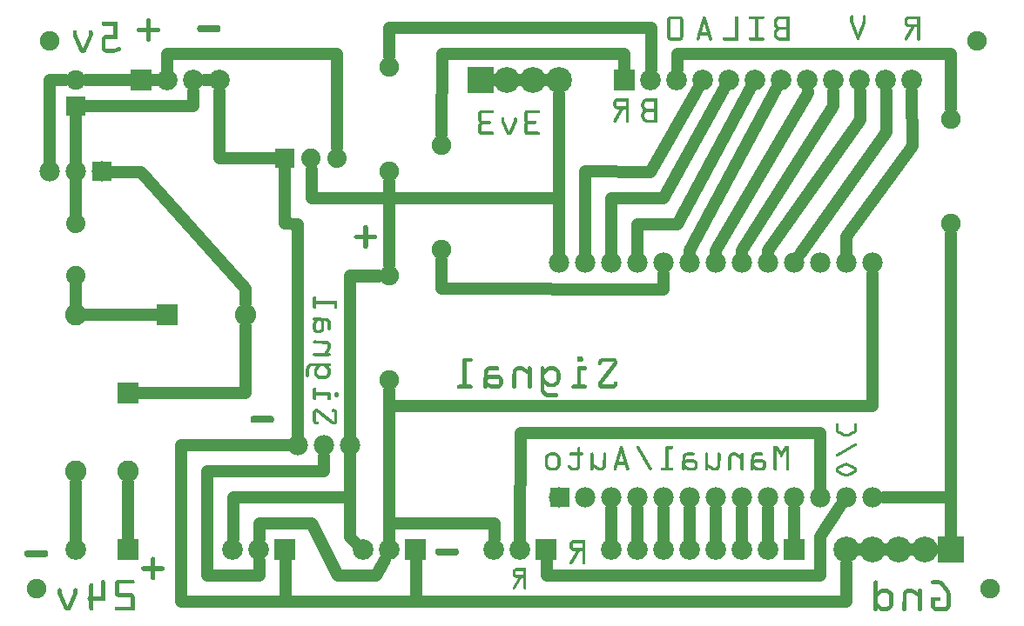
<source format=gbl>
G04 MADE WITH FRITZING*
G04 WWW.FRITZING.ORG*
G04 DOUBLE SIDED*
G04 HOLES PLATED*
G04 CONTOUR ON CENTER OF CONTOUR VECTOR*
%ASAXBY*%
%FSLAX23Y23*%
%MOIN*%
%OFA0B0*%
%SFA1.0B1.0*%
%ADD10C,0.075433*%
%ADD11C,0.078000*%
%ADD12C,0.075000*%
%ADD13C,0.082000*%
%ADD14C,0.079370*%
%ADD15C,0.099055*%
%ADD16C,0.074000*%
%ADD17R,0.078000X0.078000*%
%ADD18R,0.075000X0.075000*%
%ADD19R,0.082000X0.082000*%
%ADD20R,0.079370X0.079370*%
%ADD21R,0.099055X0.099055*%
%ADD22C,0.048000*%
%ADD23C,0.032000*%
%ADD24R,0.001000X0.001000*%
%LNCOPPER0*%
G90*
G70*
G54D10*
X121Y134D03*
X171Y2234D03*
X3721Y2234D03*
X3771Y134D03*
G54D11*
X371Y1734D03*
X271Y1734D03*
X171Y1734D03*
X1121Y684D03*
X1221Y684D03*
X1321Y684D03*
X2121Y484D03*
X2121Y1384D03*
X2221Y484D03*
X2221Y1384D03*
X2321Y484D03*
X2321Y1384D03*
X2421Y484D03*
X2421Y1384D03*
X2521Y484D03*
X2521Y1384D03*
X2621Y484D03*
X2621Y1384D03*
X2721Y484D03*
X2721Y1384D03*
X2821Y484D03*
X2821Y1384D03*
X2921Y484D03*
X2921Y1384D03*
X3021Y484D03*
X3021Y1384D03*
X3121Y484D03*
X3121Y1384D03*
X3221Y484D03*
X3221Y1384D03*
X3321Y484D03*
X3321Y1384D03*
G54D12*
X271Y1984D03*
X271Y2084D03*
G54D13*
X471Y884D03*
X471Y586D03*
X271Y584D03*
X271Y1184D03*
X621Y1184D03*
X921Y1184D03*
G54D12*
X1471Y2134D03*
X1471Y1734D03*
X3621Y1934D03*
X3621Y1534D03*
X1671Y1834D03*
X1671Y1434D03*
X1471Y1334D03*
X1471Y934D03*
G54D14*
X3021Y284D03*
X2921Y284D03*
X2821Y284D03*
X2721Y284D03*
X2621Y284D03*
X2521Y284D03*
X2421Y284D03*
X2321Y284D03*
G54D15*
X3621Y284D03*
X3521Y284D03*
X3421Y284D03*
X3321Y284D03*
X3221Y284D03*
G54D14*
X2071Y284D03*
X1971Y284D03*
X1871Y284D03*
X1071Y284D03*
X971Y284D03*
X871Y284D03*
X1571Y284D03*
X1471Y284D03*
X1371Y284D03*
X2371Y2084D03*
X2471Y2084D03*
X2571Y2084D03*
X2671Y2084D03*
X2771Y2084D03*
X2871Y2084D03*
X2971Y2084D03*
X3071Y2084D03*
X3171Y2084D03*
X3271Y2084D03*
X3371Y2084D03*
X3471Y2084D03*
G54D15*
X1821Y2084D03*
X1921Y2084D03*
X2021Y2084D03*
X2121Y2084D03*
G54D14*
X521Y2084D03*
X621Y2084D03*
X721Y2084D03*
X821Y2084D03*
X471Y284D03*
X271Y284D03*
G54D16*
X1071Y1784D03*
X1171Y1784D03*
X1271Y1784D03*
X271Y1534D03*
X271Y1334D03*
G54D17*
X371Y1734D03*
X2122Y485D03*
G54D18*
X271Y1984D03*
G54D19*
X471Y885D03*
X621Y1184D03*
G54D20*
X3021Y284D03*
G54D21*
X3621Y284D03*
G54D20*
X2071Y284D03*
X1071Y284D03*
X1571Y284D03*
X2371Y2084D03*
G54D21*
X1821Y2084D03*
G54D20*
X521Y2084D03*
X471Y284D03*
G54D22*
X1573Y84D02*
X1073Y84D01*
D02*
X1073Y84D02*
X1072Y242D01*
D02*
X1573Y84D02*
X3221Y84D01*
D02*
X3221Y84D02*
X3221Y232D01*
D02*
X1572Y242D02*
X1573Y84D01*
D02*
X1421Y184D02*
X1273Y184D01*
D02*
X1273Y184D02*
X1173Y384D01*
D02*
X1173Y384D02*
X973Y384D01*
D02*
X973Y384D02*
X972Y326D01*
D02*
X1452Y246D02*
X1421Y184D01*
D02*
X1572Y242D02*
X1573Y84D01*
D02*
X873Y484D02*
X1321Y484D01*
D02*
X1321Y484D02*
X1321Y1332D01*
D02*
X1321Y1332D02*
X1431Y1333D01*
D02*
X872Y326D02*
X873Y484D01*
D02*
X1321Y484D02*
X1321Y1336D01*
D02*
X1321Y1336D02*
X1431Y1334D01*
D02*
X1471Y326D02*
X1471Y894D01*
D02*
X2721Y326D02*
X2721Y443D01*
D02*
X2821Y326D02*
X2821Y443D01*
D02*
X2921Y326D02*
X2921Y443D01*
D02*
X3021Y326D02*
X3021Y443D01*
D02*
X1321Y332D02*
X1321Y484D01*
D02*
X973Y184D02*
X773Y184D01*
D02*
X773Y184D02*
X773Y584D01*
D02*
X1221Y584D02*
X1221Y643D01*
D02*
X773Y584D02*
X1221Y584D01*
D02*
X972Y242D02*
X973Y184D01*
D02*
X1073Y84D02*
X673Y84D01*
D02*
X673Y684D02*
X1080Y684D01*
D02*
X673Y84D02*
X673Y684D01*
D02*
X1072Y242D02*
X1073Y84D01*
D02*
X1321Y1336D02*
X1321Y725D01*
D02*
X1431Y1334D02*
X1321Y1336D01*
D02*
X1341Y313D02*
X1321Y332D01*
D02*
X3373Y1884D02*
X3045Y1418D01*
D02*
X3372Y2042D02*
X3373Y1884D01*
D02*
X3169Y1984D02*
X2821Y1432D01*
D02*
X2821Y1432D02*
X2821Y1425D01*
D02*
X3170Y2042D02*
X3169Y1984D01*
D02*
X3073Y2036D02*
X2721Y1432D01*
D02*
X2721Y1432D02*
X2721Y1425D01*
D02*
X3073Y2042D02*
X3073Y2036D01*
D02*
X2321Y326D02*
X2321Y443D01*
D02*
X2421Y326D02*
X2421Y443D01*
D02*
X2521Y326D02*
X2521Y443D01*
D02*
X2621Y326D02*
X2621Y443D01*
D02*
X3273Y1932D02*
X2921Y1432D01*
D02*
X2921Y1432D02*
X2921Y1425D01*
D02*
X3272Y2042D02*
X3273Y1932D01*
D02*
X579Y2084D02*
X563Y2084D01*
D02*
X763Y2084D02*
X779Y2084D01*
D02*
X3221Y1484D02*
X3221Y1425D01*
D02*
X3473Y1832D02*
X3221Y1484D01*
D02*
X3471Y2042D02*
X3473Y1832D01*
D02*
X3621Y484D02*
X3362Y484D01*
D02*
X3621Y336D02*
X3621Y484D01*
D02*
X2121Y1425D02*
X2121Y2032D01*
D02*
X2221Y1425D02*
X2221Y1736D01*
D02*
X2221Y1736D02*
X2469Y1732D01*
D02*
X2469Y1732D02*
X2650Y2048D01*
D02*
X2621Y1432D02*
X2621Y1425D01*
D02*
X2951Y2047D02*
X2621Y1432D01*
D02*
X2472Y2126D02*
X2473Y2284D01*
D02*
X2473Y2284D02*
X1469Y2284D01*
D02*
X1469Y2284D02*
X1471Y2174D01*
D02*
X1973Y2084D02*
X1969Y2084D01*
D02*
X2072Y242D02*
X2073Y184D01*
D02*
X3121Y336D02*
X3198Y450D01*
D02*
X3121Y184D02*
X3121Y336D01*
D02*
X2073Y184D02*
X3121Y184D01*
D02*
X3473Y284D02*
X3469Y284D01*
D02*
X1671Y1874D02*
X1673Y2184D01*
D02*
X1673Y2184D02*
X2369Y2184D01*
D02*
X2369Y2184D02*
X2370Y2126D01*
D02*
X2073Y2084D02*
X2069Y2084D01*
D02*
X2751Y2047D02*
X2521Y1632D01*
D02*
X2521Y1632D02*
X2321Y1632D01*
D02*
X2321Y1632D02*
X2321Y1425D01*
D02*
X3273Y284D02*
X3269Y284D01*
D02*
X3373Y284D02*
X3369Y284D01*
D02*
X1471Y1374D02*
X1471Y1694D01*
D02*
X2572Y2126D02*
X2573Y2184D01*
D02*
X2573Y2184D02*
X3621Y2184D01*
D02*
X3621Y2184D02*
X3621Y1974D01*
D02*
X2573Y1532D02*
X2421Y1532D01*
D02*
X2851Y2047D02*
X2573Y1532D01*
D02*
X2421Y1532D02*
X2421Y1425D01*
D02*
X1669Y1284D02*
X2521Y1283D01*
D02*
X1671Y1394D02*
X1669Y1284D01*
D02*
X2521Y1283D02*
X2521Y1343D01*
D02*
X2121Y1425D02*
X2121Y1632D01*
D02*
X2121Y1632D02*
X1469Y1632D01*
D02*
X1469Y1632D02*
X1471Y1374D01*
D02*
X1469Y836D02*
X1469Y384D01*
D02*
X1873Y384D02*
X1872Y326D01*
D02*
X1469Y384D02*
X1873Y384D01*
D02*
X1469Y836D02*
X1470Y894D01*
D02*
X1469Y836D02*
X3321Y836D01*
D02*
X3321Y836D02*
X3321Y1343D01*
D02*
X3362Y484D02*
X3621Y484D01*
D02*
X3621Y484D02*
X3621Y1494D01*
G54D23*
D02*
X3567Y284D02*
X3575Y284D01*
G54D22*
D02*
X1873Y2084D02*
X1869Y2084D01*
D02*
X1971Y326D02*
X1973Y732D01*
D02*
X1973Y732D02*
X3121Y732D01*
D02*
X3121Y732D02*
X3121Y525D01*
D02*
X271Y326D02*
X271Y541D01*
D02*
X471Y332D02*
X471Y326D01*
D02*
X471Y543D02*
X471Y332D01*
D02*
X578Y1184D02*
X271Y1184D01*
D02*
X921Y884D02*
X921Y1141D01*
D02*
X514Y884D02*
X921Y884D01*
D02*
X521Y1732D02*
X412Y1733D01*
D02*
X921Y1227D02*
X921Y1284D01*
D02*
X921Y1284D02*
X521Y1732D01*
D02*
X271Y1775D02*
X271Y1944D01*
D02*
X479Y2084D02*
X311Y2084D01*
D02*
X169Y2084D02*
X171Y1775D01*
D02*
X231Y2084D02*
X169Y2084D01*
D02*
X271Y1561D02*
X271Y1704D01*
D02*
X271Y1307D02*
X271Y1216D01*
D02*
X721Y1984D02*
X300Y1984D01*
D02*
X721Y2042D02*
X721Y1984D01*
D02*
X821Y1784D02*
X821Y2042D01*
D02*
X1029Y1784D02*
X821Y1784D01*
D02*
X621Y2184D02*
X621Y2126D01*
D02*
X1269Y2184D02*
X621Y2184D01*
D02*
X1271Y1826D02*
X1269Y2184D01*
D02*
X1173Y1632D02*
X1172Y1742D01*
D02*
X1469Y1632D02*
X1173Y1632D01*
D02*
X1069Y1536D02*
X1071Y1742D01*
D02*
X1121Y725D02*
X1121Y1532D01*
D02*
X1121Y1532D02*
X1069Y1536D01*
G54D24*
X3239Y2333D02*
X3243Y2333D01*
X3287Y2333D02*
X3291Y2333D01*
X3237Y2332D02*
X3244Y2332D01*
X3285Y2332D02*
X3292Y2332D01*
X3236Y2331D02*
X3245Y2331D01*
X3285Y2331D02*
X3293Y2331D01*
X3236Y2330D02*
X3246Y2330D01*
X3284Y2330D02*
X3294Y2330D01*
X2543Y2329D02*
X2587Y2329D01*
X2673Y2329D02*
X2679Y2329D01*
X2798Y2329D02*
X2802Y2329D01*
X2849Y2329D02*
X2902Y2329D01*
X2961Y2329D02*
X3002Y2329D01*
X3235Y2329D02*
X3246Y2329D01*
X3283Y2329D02*
X3294Y2329D01*
X3456Y2329D02*
X3502Y2329D01*
X2541Y2328D02*
X2589Y2328D01*
X2672Y2328D02*
X2680Y2328D01*
X2796Y2328D02*
X2804Y2328D01*
X2848Y2328D02*
X2904Y2328D01*
X2958Y2328D02*
X3002Y2328D01*
X3235Y2328D02*
X3246Y2328D01*
X3283Y2328D02*
X3294Y2328D01*
X3453Y2328D02*
X3502Y2328D01*
X2540Y2327D02*
X2590Y2327D01*
X2671Y2327D02*
X2681Y2327D01*
X2795Y2327D02*
X2805Y2327D01*
X2847Y2327D02*
X2905Y2327D01*
X2956Y2327D02*
X3002Y2327D01*
X3235Y2327D02*
X3246Y2327D01*
X3283Y2327D02*
X3294Y2327D01*
X3451Y2327D02*
X3502Y2327D01*
X2539Y2326D02*
X2591Y2326D01*
X2671Y2326D02*
X2681Y2326D01*
X2795Y2326D02*
X2805Y2326D01*
X2847Y2326D02*
X2905Y2326D01*
X2954Y2326D02*
X3002Y2326D01*
X3235Y2326D02*
X3246Y2326D01*
X3283Y2326D02*
X3294Y2326D01*
X3450Y2326D02*
X3502Y2326D01*
X2538Y2325D02*
X2592Y2325D01*
X2670Y2325D02*
X2682Y2325D01*
X2795Y2325D02*
X2805Y2325D01*
X2846Y2325D02*
X2905Y2325D01*
X2953Y2325D02*
X3002Y2325D01*
X3235Y2325D02*
X3246Y2325D01*
X3283Y2325D02*
X3294Y2325D01*
X3449Y2325D02*
X3502Y2325D01*
X2537Y2324D02*
X2593Y2324D01*
X2670Y2324D02*
X2682Y2324D01*
X2794Y2324D02*
X2806Y2324D01*
X2846Y2324D02*
X2906Y2324D01*
X2951Y2324D02*
X3002Y2324D01*
X3235Y2324D02*
X3246Y2324D01*
X3283Y2324D02*
X3294Y2324D01*
X3448Y2324D02*
X3502Y2324D01*
X2537Y2323D02*
X2593Y2323D01*
X2670Y2323D02*
X2682Y2323D01*
X2794Y2323D02*
X2806Y2323D01*
X2846Y2323D02*
X2906Y2323D01*
X2950Y2323D02*
X3002Y2323D01*
X3235Y2323D02*
X3246Y2323D01*
X3283Y2323D02*
X3294Y2323D01*
X3447Y2323D02*
X3502Y2323D01*
X2536Y2322D02*
X2594Y2322D01*
X2670Y2322D02*
X2682Y2322D01*
X2794Y2322D02*
X2806Y2322D01*
X2847Y2322D02*
X2905Y2322D01*
X2949Y2322D02*
X3002Y2322D01*
X3235Y2322D02*
X3246Y2322D01*
X3283Y2322D02*
X3294Y2322D01*
X3446Y2322D02*
X3502Y2322D01*
X547Y2321D02*
X550Y2321D01*
X2536Y2321D02*
X2594Y2321D01*
X2669Y2321D02*
X2683Y2321D01*
X2794Y2321D02*
X2806Y2321D01*
X2847Y2321D02*
X2905Y2321D01*
X2948Y2321D02*
X3002Y2321D01*
X3235Y2321D02*
X3246Y2321D01*
X3283Y2321D02*
X3294Y2321D01*
X3445Y2321D02*
X3502Y2321D01*
X544Y2320D02*
X553Y2320D01*
X2535Y2320D02*
X2594Y2320D01*
X2669Y2320D02*
X2683Y2320D01*
X2794Y2320D02*
X2806Y2320D01*
X2848Y2320D02*
X2904Y2320D01*
X2948Y2320D02*
X3002Y2320D01*
X3235Y2320D02*
X3246Y2320D01*
X3283Y2320D02*
X3294Y2320D01*
X3445Y2320D02*
X3502Y2320D01*
X543Y2319D02*
X554Y2319D01*
X2535Y2319D02*
X2594Y2319D01*
X2669Y2319D02*
X2683Y2319D01*
X2794Y2319D02*
X2806Y2319D01*
X2849Y2319D02*
X2903Y2319D01*
X2947Y2319D02*
X3002Y2319D01*
X3235Y2319D02*
X3246Y2319D01*
X3283Y2319D02*
X3294Y2319D01*
X3444Y2319D02*
X3502Y2319D01*
X542Y2318D02*
X555Y2318D01*
X2535Y2318D02*
X2594Y2318D01*
X2668Y2318D02*
X2684Y2318D01*
X2794Y2318D02*
X2806Y2318D01*
X2850Y2318D02*
X2902Y2318D01*
X2946Y2318D02*
X3002Y2318D01*
X3235Y2318D02*
X3246Y2318D01*
X3283Y2318D02*
X3294Y2318D01*
X3444Y2318D02*
X3502Y2318D01*
X541Y2317D02*
X556Y2317D01*
X2535Y2317D02*
X2546Y2317D01*
X2583Y2317D02*
X2595Y2317D01*
X2668Y2317D02*
X2684Y2317D01*
X2794Y2317D02*
X2806Y2317D01*
X2870Y2317D02*
X2882Y2317D01*
X2946Y2317D02*
X2962Y2317D01*
X2991Y2317D02*
X3002Y2317D01*
X3235Y2317D02*
X3246Y2317D01*
X3283Y2317D02*
X3294Y2317D01*
X3443Y2317D02*
X3457Y2317D01*
X3491Y2317D02*
X3502Y2317D01*
X541Y2316D02*
X556Y2316D01*
X2535Y2316D02*
X2546Y2316D01*
X2583Y2316D02*
X2595Y2316D01*
X2668Y2316D02*
X2684Y2316D01*
X2794Y2316D02*
X2806Y2316D01*
X2870Y2316D02*
X2882Y2316D01*
X2945Y2316D02*
X2960Y2316D01*
X2991Y2316D02*
X3002Y2316D01*
X3235Y2316D02*
X3246Y2316D01*
X3283Y2316D02*
X3294Y2316D01*
X3443Y2316D02*
X3456Y2316D01*
X3491Y2316D02*
X3502Y2316D01*
X540Y2315D02*
X557Y2315D01*
X2535Y2315D02*
X2546Y2315D01*
X2583Y2315D02*
X2595Y2315D01*
X2668Y2315D02*
X2684Y2315D01*
X2794Y2315D02*
X2806Y2315D01*
X2870Y2315D02*
X2882Y2315D01*
X2945Y2315D02*
X2959Y2315D01*
X2991Y2315D02*
X3002Y2315D01*
X3235Y2315D02*
X3246Y2315D01*
X3283Y2315D02*
X3294Y2315D01*
X3443Y2315D02*
X3455Y2315D01*
X3491Y2315D02*
X3502Y2315D01*
X540Y2314D02*
X557Y2314D01*
X2535Y2314D02*
X2546Y2314D01*
X2583Y2314D02*
X2595Y2314D01*
X2667Y2314D02*
X2685Y2314D01*
X2794Y2314D02*
X2806Y2314D01*
X2870Y2314D02*
X2882Y2314D01*
X2944Y2314D02*
X2958Y2314D01*
X2991Y2314D02*
X3002Y2314D01*
X3235Y2314D02*
X3246Y2314D01*
X3283Y2314D02*
X3294Y2314D01*
X3443Y2314D02*
X3454Y2314D01*
X3491Y2314D02*
X3502Y2314D01*
X540Y2313D02*
X557Y2313D01*
X2535Y2313D02*
X2546Y2313D01*
X2583Y2313D02*
X2595Y2313D01*
X2667Y2313D02*
X2685Y2313D01*
X2794Y2313D02*
X2806Y2313D01*
X2870Y2313D02*
X2882Y2313D01*
X2944Y2313D02*
X2957Y2313D01*
X2991Y2313D02*
X3002Y2313D01*
X3235Y2313D02*
X3246Y2313D01*
X3283Y2313D02*
X3294Y2313D01*
X3443Y2313D02*
X3454Y2313D01*
X3491Y2313D02*
X3502Y2313D01*
X540Y2312D02*
X557Y2312D01*
X2535Y2312D02*
X2546Y2312D01*
X2583Y2312D02*
X2595Y2312D01*
X2667Y2312D02*
X2685Y2312D01*
X2794Y2312D02*
X2806Y2312D01*
X2870Y2312D02*
X2882Y2312D01*
X2943Y2312D02*
X2956Y2312D01*
X2991Y2312D02*
X3002Y2312D01*
X3235Y2312D02*
X3246Y2312D01*
X3283Y2312D02*
X3294Y2312D01*
X3443Y2312D02*
X3454Y2312D01*
X3491Y2312D02*
X3502Y2312D01*
X540Y2311D02*
X557Y2311D01*
X2535Y2311D02*
X2546Y2311D01*
X2583Y2311D02*
X2595Y2311D01*
X2666Y2311D02*
X2686Y2311D01*
X2794Y2311D02*
X2806Y2311D01*
X2870Y2311D02*
X2882Y2311D01*
X2943Y2311D02*
X2955Y2311D01*
X2991Y2311D02*
X3002Y2311D01*
X3235Y2311D02*
X3246Y2311D01*
X3283Y2311D02*
X3294Y2311D01*
X3443Y2311D02*
X3454Y2311D01*
X3491Y2311D02*
X3502Y2311D01*
X540Y2310D02*
X557Y2310D01*
X2535Y2310D02*
X2546Y2310D01*
X2583Y2310D02*
X2595Y2310D01*
X2666Y2310D02*
X2686Y2310D01*
X2794Y2310D02*
X2806Y2310D01*
X2870Y2310D02*
X2882Y2310D01*
X2943Y2310D02*
X2955Y2310D01*
X2991Y2310D02*
X3002Y2310D01*
X3235Y2310D02*
X3246Y2310D01*
X3283Y2310D02*
X3294Y2310D01*
X3443Y2310D02*
X3454Y2310D01*
X3491Y2310D02*
X3502Y2310D01*
X540Y2309D02*
X557Y2309D01*
X2535Y2309D02*
X2546Y2309D01*
X2583Y2309D02*
X2595Y2309D01*
X2666Y2309D02*
X2686Y2309D01*
X2794Y2309D02*
X2806Y2309D01*
X2870Y2309D02*
X2882Y2309D01*
X2943Y2309D02*
X2954Y2309D01*
X2991Y2309D02*
X3002Y2309D01*
X3235Y2309D02*
X3246Y2309D01*
X3283Y2309D02*
X3294Y2309D01*
X3443Y2309D02*
X3454Y2309D01*
X3491Y2309D02*
X3502Y2309D01*
X540Y2308D02*
X557Y2308D01*
X2535Y2308D02*
X2546Y2308D01*
X2583Y2308D02*
X2595Y2308D01*
X2666Y2308D02*
X2687Y2308D01*
X2794Y2308D02*
X2806Y2308D01*
X2870Y2308D02*
X2882Y2308D01*
X2943Y2308D02*
X2954Y2308D01*
X2991Y2308D02*
X3002Y2308D01*
X3235Y2308D02*
X3246Y2308D01*
X3283Y2308D02*
X3294Y2308D01*
X3443Y2308D02*
X3454Y2308D01*
X3491Y2308D02*
X3502Y2308D01*
X374Y2307D02*
X429Y2307D01*
X540Y2307D02*
X557Y2307D01*
X2535Y2307D02*
X2546Y2307D01*
X2583Y2307D02*
X2595Y2307D01*
X2665Y2307D02*
X2687Y2307D01*
X2794Y2307D02*
X2806Y2307D01*
X2870Y2307D02*
X2882Y2307D01*
X2943Y2307D02*
X2954Y2307D01*
X2991Y2307D02*
X3002Y2307D01*
X3235Y2307D02*
X3247Y2307D01*
X3283Y2307D02*
X3294Y2307D01*
X3443Y2307D02*
X3454Y2307D01*
X3491Y2307D02*
X3502Y2307D01*
X372Y2306D02*
X429Y2306D01*
X540Y2306D02*
X557Y2306D01*
X2535Y2306D02*
X2546Y2306D01*
X2583Y2306D02*
X2595Y2306D01*
X2665Y2306D02*
X2687Y2306D01*
X2794Y2306D02*
X2806Y2306D01*
X2870Y2306D02*
X2882Y2306D01*
X2943Y2306D02*
X2954Y2306D01*
X2991Y2306D02*
X3002Y2306D01*
X3235Y2306D02*
X3247Y2306D01*
X3282Y2306D02*
X3294Y2306D01*
X3443Y2306D02*
X3454Y2306D01*
X3491Y2306D02*
X3502Y2306D01*
X371Y2305D02*
X429Y2305D01*
X540Y2305D02*
X557Y2305D01*
X2535Y2305D02*
X2546Y2305D01*
X2583Y2305D02*
X2595Y2305D01*
X2665Y2305D02*
X2687Y2305D01*
X2794Y2305D02*
X2806Y2305D01*
X2870Y2305D02*
X2882Y2305D01*
X2943Y2305D02*
X2954Y2305D01*
X2991Y2305D02*
X3002Y2305D01*
X3235Y2305D02*
X3248Y2305D01*
X3282Y2305D02*
X3294Y2305D01*
X3443Y2305D02*
X3454Y2305D01*
X3491Y2305D02*
X3502Y2305D01*
X371Y2304D02*
X429Y2304D01*
X540Y2304D02*
X557Y2304D01*
X2535Y2304D02*
X2546Y2304D01*
X2583Y2304D02*
X2595Y2304D01*
X2664Y2304D02*
X2688Y2304D01*
X2794Y2304D02*
X2806Y2304D01*
X2870Y2304D02*
X2882Y2304D01*
X2943Y2304D02*
X2954Y2304D01*
X2991Y2304D02*
X3002Y2304D01*
X3236Y2304D02*
X3248Y2304D01*
X3282Y2304D02*
X3294Y2304D01*
X3443Y2304D02*
X3454Y2304D01*
X3491Y2304D02*
X3502Y2304D01*
X370Y2303D02*
X429Y2303D01*
X540Y2303D02*
X557Y2303D01*
X2535Y2303D02*
X2546Y2303D01*
X2583Y2303D02*
X2595Y2303D01*
X2664Y2303D02*
X2688Y2303D01*
X2794Y2303D02*
X2806Y2303D01*
X2870Y2303D02*
X2882Y2303D01*
X2943Y2303D02*
X2954Y2303D01*
X2991Y2303D02*
X3002Y2303D01*
X3236Y2303D02*
X3248Y2303D01*
X3281Y2303D02*
X3293Y2303D01*
X3443Y2303D02*
X3454Y2303D01*
X3491Y2303D02*
X3502Y2303D01*
X370Y2302D02*
X429Y2302D01*
X540Y2302D02*
X557Y2302D01*
X2535Y2302D02*
X2546Y2302D01*
X2583Y2302D02*
X2595Y2302D01*
X2664Y2302D02*
X2688Y2302D01*
X2794Y2302D02*
X2806Y2302D01*
X2870Y2302D02*
X2882Y2302D01*
X2943Y2302D02*
X2954Y2302D01*
X2991Y2302D02*
X3002Y2302D01*
X3237Y2302D02*
X3249Y2302D01*
X3281Y2302D02*
X3293Y2302D01*
X3443Y2302D02*
X3455Y2302D01*
X3491Y2302D02*
X3502Y2302D01*
X370Y2301D02*
X429Y2301D01*
X540Y2301D02*
X557Y2301D01*
X2535Y2301D02*
X2546Y2301D01*
X2583Y2301D02*
X2595Y2301D01*
X2663Y2301D02*
X2675Y2301D01*
X2677Y2301D02*
X2689Y2301D01*
X2794Y2301D02*
X2806Y2301D01*
X2870Y2301D02*
X2882Y2301D01*
X2943Y2301D02*
X2954Y2301D01*
X2991Y2301D02*
X3002Y2301D01*
X3237Y2301D02*
X3249Y2301D01*
X3280Y2301D02*
X3293Y2301D01*
X3443Y2301D02*
X3456Y2301D01*
X3491Y2301D02*
X3502Y2301D01*
X370Y2300D02*
X429Y2300D01*
X540Y2300D02*
X557Y2300D01*
X2535Y2300D02*
X2546Y2300D01*
X2583Y2300D02*
X2595Y2300D01*
X2663Y2300D02*
X2675Y2300D01*
X2677Y2300D02*
X2689Y2300D01*
X2794Y2300D02*
X2806Y2300D01*
X2870Y2300D02*
X2882Y2300D01*
X2943Y2300D02*
X2954Y2300D01*
X2991Y2300D02*
X3002Y2300D01*
X3237Y2300D02*
X3250Y2300D01*
X3280Y2300D02*
X3292Y2300D01*
X3443Y2300D02*
X3457Y2300D01*
X3491Y2300D02*
X3502Y2300D01*
X370Y2299D02*
X429Y2299D01*
X540Y2299D02*
X557Y2299D01*
X2535Y2299D02*
X2546Y2299D01*
X2583Y2299D02*
X2595Y2299D01*
X2663Y2299D02*
X2675Y2299D01*
X2677Y2299D02*
X2689Y2299D01*
X2794Y2299D02*
X2806Y2299D01*
X2870Y2299D02*
X2882Y2299D01*
X2943Y2299D02*
X2954Y2299D01*
X2991Y2299D02*
X3002Y2299D01*
X3238Y2299D02*
X3250Y2299D01*
X3280Y2299D02*
X3292Y2299D01*
X3444Y2299D02*
X3460Y2299D01*
X3490Y2299D02*
X3502Y2299D01*
X370Y2298D02*
X429Y2298D01*
X540Y2298D02*
X557Y2298D01*
X2535Y2298D02*
X2546Y2298D01*
X2583Y2298D02*
X2595Y2298D01*
X2663Y2298D02*
X2674Y2298D01*
X2678Y2298D02*
X2689Y2298D01*
X2794Y2298D02*
X2806Y2298D01*
X2870Y2298D02*
X2882Y2298D01*
X2943Y2298D02*
X2954Y2298D01*
X2991Y2298D02*
X3002Y2298D01*
X3238Y2298D02*
X3250Y2298D01*
X3279Y2298D02*
X3292Y2298D01*
X3444Y2298D02*
X3502Y2298D01*
X370Y2297D02*
X429Y2297D01*
X540Y2297D02*
X557Y2297D01*
X2535Y2297D02*
X2546Y2297D01*
X2583Y2297D02*
X2595Y2297D01*
X2662Y2297D02*
X2674Y2297D01*
X2678Y2297D02*
X2690Y2297D01*
X2794Y2297D02*
X2806Y2297D01*
X2870Y2297D02*
X2882Y2297D01*
X2943Y2297D02*
X2955Y2297D01*
X2991Y2297D02*
X3002Y2297D01*
X3239Y2297D02*
X3251Y2297D01*
X3279Y2297D02*
X3291Y2297D01*
X3445Y2297D02*
X3502Y2297D01*
X371Y2296D02*
X429Y2296D01*
X540Y2296D02*
X557Y2296D01*
X2535Y2296D02*
X2546Y2296D01*
X2583Y2296D02*
X2595Y2296D01*
X2662Y2296D02*
X2674Y2296D01*
X2678Y2296D02*
X2690Y2296D01*
X2794Y2296D02*
X2806Y2296D01*
X2870Y2296D02*
X2882Y2296D01*
X2943Y2296D02*
X2955Y2296D01*
X2991Y2296D02*
X3002Y2296D01*
X3239Y2296D02*
X3251Y2296D01*
X3279Y2296D02*
X3291Y2296D01*
X3445Y2296D02*
X3502Y2296D01*
X372Y2295D02*
X429Y2295D01*
X540Y2295D02*
X557Y2295D01*
X2535Y2295D02*
X2546Y2295D01*
X2583Y2295D02*
X2595Y2295D01*
X2662Y2295D02*
X2674Y2295D01*
X2679Y2295D02*
X2690Y2295D01*
X2794Y2295D02*
X2806Y2295D01*
X2870Y2295D02*
X2882Y2295D01*
X2943Y2295D02*
X2955Y2295D01*
X2991Y2295D02*
X3002Y2295D01*
X3239Y2295D02*
X3251Y2295D01*
X3278Y2295D02*
X3290Y2295D01*
X3446Y2295D02*
X3502Y2295D01*
X373Y2294D02*
X429Y2294D01*
X540Y2294D02*
X557Y2294D01*
X744Y2294D02*
X816Y2294D01*
X2535Y2294D02*
X2546Y2294D01*
X2583Y2294D02*
X2595Y2294D01*
X2661Y2294D02*
X2673Y2294D01*
X2679Y2294D02*
X2691Y2294D01*
X2794Y2294D02*
X2806Y2294D01*
X2870Y2294D02*
X2882Y2294D01*
X2944Y2294D02*
X2956Y2294D01*
X2991Y2294D02*
X3002Y2294D01*
X3240Y2294D02*
X3252Y2294D01*
X3278Y2294D02*
X3290Y2294D01*
X3447Y2294D02*
X3502Y2294D01*
X375Y2293D02*
X429Y2293D01*
X540Y2293D02*
X557Y2293D01*
X740Y2293D02*
X819Y2293D01*
X2535Y2293D02*
X2546Y2293D01*
X2583Y2293D02*
X2595Y2293D01*
X2661Y2293D02*
X2673Y2293D01*
X2679Y2293D02*
X2691Y2293D01*
X2794Y2293D02*
X2806Y2293D01*
X2870Y2293D02*
X2882Y2293D01*
X2944Y2293D02*
X2957Y2293D01*
X2991Y2293D02*
X3002Y2293D01*
X3240Y2293D02*
X3252Y2293D01*
X3277Y2293D02*
X3290Y2293D01*
X3447Y2293D02*
X3502Y2293D01*
X415Y2292D02*
X429Y2292D01*
X540Y2292D02*
X557Y2292D01*
X739Y2292D02*
X821Y2292D01*
X2535Y2292D02*
X2546Y2292D01*
X2583Y2292D02*
X2595Y2292D01*
X2661Y2292D02*
X2673Y2292D01*
X2679Y2292D02*
X2691Y2292D01*
X2794Y2292D02*
X2806Y2292D01*
X2870Y2292D02*
X2882Y2292D01*
X2944Y2292D02*
X2958Y2292D01*
X2991Y2292D02*
X3002Y2292D01*
X3240Y2292D02*
X3253Y2292D01*
X3277Y2292D02*
X3289Y2292D01*
X3448Y2292D02*
X3502Y2292D01*
X415Y2291D02*
X429Y2291D01*
X540Y2291D02*
X557Y2291D01*
X738Y2291D02*
X822Y2291D01*
X2535Y2291D02*
X2546Y2291D01*
X2583Y2291D02*
X2595Y2291D01*
X2661Y2291D02*
X2672Y2291D01*
X2680Y2291D02*
X2691Y2291D01*
X2794Y2291D02*
X2806Y2291D01*
X2870Y2291D02*
X2882Y2291D01*
X2945Y2291D02*
X2959Y2291D01*
X2991Y2291D02*
X3002Y2291D01*
X3241Y2291D02*
X3253Y2291D01*
X3277Y2291D02*
X3289Y2291D01*
X3449Y2291D02*
X3502Y2291D01*
X415Y2290D02*
X429Y2290D01*
X540Y2290D02*
X557Y2290D01*
X737Y2290D02*
X823Y2290D01*
X2535Y2290D02*
X2546Y2290D01*
X2583Y2290D02*
X2595Y2290D01*
X2660Y2290D02*
X2672Y2290D01*
X2680Y2290D02*
X2692Y2290D01*
X2794Y2290D02*
X2806Y2290D01*
X2870Y2290D02*
X2882Y2290D01*
X2945Y2290D02*
X2961Y2290D01*
X2991Y2290D02*
X3002Y2290D01*
X3241Y2290D02*
X3253Y2290D01*
X3276Y2290D02*
X3288Y2290D01*
X3451Y2290D02*
X3502Y2290D01*
X415Y2289D02*
X429Y2289D01*
X540Y2289D02*
X557Y2289D01*
X737Y2289D02*
X823Y2289D01*
X2535Y2289D02*
X2546Y2289D01*
X2583Y2289D02*
X2595Y2289D01*
X2660Y2289D02*
X2672Y2289D01*
X2680Y2289D02*
X2692Y2289D01*
X2794Y2289D02*
X2806Y2289D01*
X2870Y2289D02*
X2882Y2289D01*
X2946Y2289D02*
X2964Y2289D01*
X2990Y2289D02*
X3002Y2289D01*
X3242Y2289D02*
X3254Y2289D01*
X3276Y2289D02*
X3288Y2289D01*
X3452Y2289D02*
X3502Y2289D01*
X415Y2288D02*
X429Y2288D01*
X540Y2288D02*
X557Y2288D01*
X736Y2288D02*
X824Y2288D01*
X2535Y2288D02*
X2546Y2288D01*
X2583Y2288D02*
X2595Y2288D01*
X2660Y2288D02*
X2671Y2288D01*
X2681Y2288D02*
X2692Y2288D01*
X2794Y2288D02*
X2806Y2288D01*
X2870Y2288D02*
X2882Y2288D01*
X2946Y2288D02*
X3002Y2288D01*
X3242Y2288D02*
X3254Y2288D01*
X3275Y2288D02*
X3288Y2288D01*
X3454Y2288D02*
X3502Y2288D01*
X415Y2287D02*
X429Y2287D01*
X540Y2287D02*
X557Y2287D01*
X736Y2287D02*
X824Y2287D01*
X2535Y2287D02*
X2546Y2287D01*
X2583Y2287D02*
X2595Y2287D01*
X2659Y2287D02*
X2671Y2287D01*
X2681Y2287D02*
X2693Y2287D01*
X2794Y2287D02*
X2806Y2287D01*
X2870Y2287D02*
X2882Y2287D01*
X2947Y2287D02*
X3002Y2287D01*
X3242Y2287D02*
X3255Y2287D01*
X3275Y2287D02*
X3287Y2287D01*
X3458Y2287D02*
X3502Y2287D01*
X415Y2286D02*
X429Y2286D01*
X540Y2286D02*
X557Y2286D01*
X736Y2286D02*
X824Y2286D01*
X2535Y2286D02*
X2546Y2286D01*
X2583Y2286D02*
X2595Y2286D01*
X2659Y2286D02*
X2671Y2286D01*
X2681Y2286D02*
X2693Y2286D01*
X2794Y2286D02*
X2806Y2286D01*
X2870Y2286D02*
X2882Y2286D01*
X2948Y2286D02*
X3002Y2286D01*
X3243Y2286D02*
X3255Y2286D01*
X3275Y2286D02*
X3287Y2286D01*
X3468Y2286D02*
X3481Y2286D01*
X3491Y2286D02*
X3502Y2286D01*
X415Y2285D02*
X429Y2285D01*
X510Y2285D02*
X587Y2285D01*
X736Y2285D02*
X824Y2285D01*
X2535Y2285D02*
X2546Y2285D01*
X2583Y2285D02*
X2595Y2285D01*
X2659Y2285D02*
X2671Y2285D01*
X2681Y2285D02*
X2693Y2285D01*
X2794Y2285D02*
X2806Y2285D01*
X2870Y2285D02*
X2882Y2285D01*
X2949Y2285D02*
X3002Y2285D01*
X3243Y2285D02*
X3255Y2285D01*
X3274Y2285D02*
X3286Y2285D01*
X3467Y2285D02*
X3480Y2285D01*
X3491Y2285D02*
X3502Y2285D01*
X415Y2284D02*
X429Y2284D01*
X508Y2284D02*
X589Y2284D01*
X735Y2284D02*
X824Y2284D01*
X2535Y2284D02*
X2546Y2284D01*
X2583Y2284D02*
X2595Y2284D01*
X2659Y2284D02*
X2670Y2284D01*
X2682Y2284D02*
X2694Y2284D01*
X2794Y2284D02*
X2806Y2284D01*
X2870Y2284D02*
X2882Y2284D01*
X2950Y2284D02*
X3002Y2284D01*
X3244Y2284D02*
X3256Y2284D01*
X3274Y2284D02*
X3286Y2284D01*
X3466Y2284D02*
X3480Y2284D01*
X3491Y2284D02*
X3502Y2284D01*
X415Y2283D02*
X429Y2283D01*
X507Y2283D02*
X590Y2283D01*
X735Y2283D02*
X824Y2283D01*
X2535Y2283D02*
X2546Y2283D01*
X2583Y2283D02*
X2595Y2283D01*
X2658Y2283D02*
X2670Y2283D01*
X2682Y2283D02*
X2694Y2283D01*
X2794Y2283D02*
X2806Y2283D01*
X2870Y2283D02*
X2882Y2283D01*
X2951Y2283D02*
X3002Y2283D01*
X3244Y2283D02*
X3256Y2283D01*
X3273Y2283D02*
X3286Y2283D01*
X3466Y2283D02*
X3479Y2283D01*
X3491Y2283D02*
X3502Y2283D01*
X415Y2282D02*
X429Y2282D01*
X506Y2282D02*
X591Y2282D01*
X735Y2282D02*
X824Y2282D01*
X2535Y2282D02*
X2546Y2282D01*
X2583Y2282D02*
X2595Y2282D01*
X2658Y2282D02*
X2670Y2282D01*
X2682Y2282D02*
X2694Y2282D01*
X2794Y2282D02*
X2806Y2282D01*
X2870Y2282D02*
X2882Y2282D01*
X2950Y2282D02*
X3002Y2282D01*
X3244Y2282D02*
X3257Y2282D01*
X3273Y2282D02*
X3285Y2282D01*
X3465Y2282D02*
X3478Y2282D01*
X3491Y2282D02*
X3502Y2282D01*
X415Y2281D02*
X429Y2281D01*
X505Y2281D02*
X591Y2281D01*
X735Y2281D02*
X824Y2281D01*
X2535Y2281D02*
X2546Y2281D01*
X2583Y2281D02*
X2595Y2281D01*
X2658Y2281D02*
X2669Y2281D01*
X2683Y2281D02*
X2694Y2281D01*
X2794Y2281D02*
X2806Y2281D01*
X2870Y2281D02*
X2882Y2281D01*
X2950Y2281D02*
X3002Y2281D01*
X3245Y2281D02*
X3257Y2281D01*
X3273Y2281D02*
X3285Y2281D01*
X3465Y2281D02*
X3478Y2281D01*
X3491Y2281D02*
X3502Y2281D01*
X415Y2280D02*
X429Y2280D01*
X505Y2280D02*
X592Y2280D01*
X735Y2280D02*
X824Y2280D01*
X2535Y2280D02*
X2546Y2280D01*
X2583Y2280D02*
X2595Y2280D01*
X2657Y2280D02*
X2669Y2280D01*
X2683Y2280D02*
X2695Y2280D01*
X2794Y2280D02*
X2806Y2280D01*
X2870Y2280D02*
X2882Y2280D01*
X2949Y2280D02*
X3002Y2280D01*
X3245Y2280D02*
X3257Y2280D01*
X3272Y2280D02*
X3285Y2280D01*
X3464Y2280D02*
X3477Y2280D01*
X3491Y2280D02*
X3502Y2280D01*
X415Y2279D02*
X429Y2279D01*
X504Y2279D02*
X592Y2279D01*
X735Y2279D02*
X824Y2279D01*
X2535Y2279D02*
X2546Y2279D01*
X2583Y2279D02*
X2595Y2279D01*
X2657Y2279D02*
X2669Y2279D01*
X2683Y2279D02*
X2695Y2279D01*
X2794Y2279D02*
X2806Y2279D01*
X2870Y2279D02*
X2882Y2279D01*
X2948Y2279D02*
X3002Y2279D01*
X3246Y2279D02*
X3258Y2279D01*
X3272Y2279D02*
X3284Y2279D01*
X3463Y2279D02*
X3477Y2279D01*
X3491Y2279D02*
X3502Y2279D01*
X415Y2278D02*
X429Y2278D01*
X504Y2278D02*
X592Y2278D01*
X735Y2278D02*
X824Y2278D01*
X2535Y2278D02*
X2546Y2278D01*
X2583Y2278D02*
X2595Y2278D01*
X2657Y2278D02*
X2669Y2278D01*
X2684Y2278D02*
X2695Y2278D01*
X2794Y2278D02*
X2806Y2278D01*
X2870Y2278D02*
X2882Y2278D01*
X2947Y2278D02*
X3002Y2278D01*
X3246Y2278D02*
X3258Y2278D01*
X3271Y2278D02*
X3284Y2278D01*
X3463Y2278D02*
X3476Y2278D01*
X3491Y2278D02*
X3502Y2278D01*
X415Y2277D02*
X429Y2277D01*
X504Y2277D02*
X593Y2277D01*
X736Y2277D02*
X824Y2277D01*
X2535Y2277D02*
X2546Y2277D01*
X2583Y2277D02*
X2595Y2277D01*
X2656Y2277D02*
X2668Y2277D01*
X2684Y2277D02*
X2696Y2277D01*
X2794Y2277D02*
X2806Y2277D01*
X2870Y2277D02*
X2882Y2277D01*
X2946Y2277D02*
X3002Y2277D01*
X3246Y2277D02*
X3259Y2277D01*
X3271Y2277D02*
X3283Y2277D01*
X3462Y2277D02*
X3476Y2277D01*
X3491Y2277D02*
X3502Y2277D01*
X415Y2276D02*
X429Y2276D01*
X504Y2276D02*
X593Y2276D01*
X736Y2276D02*
X824Y2276D01*
X2535Y2276D02*
X2546Y2276D01*
X2583Y2276D02*
X2595Y2276D01*
X2656Y2276D02*
X2668Y2276D01*
X2684Y2276D02*
X2696Y2276D01*
X2794Y2276D02*
X2806Y2276D01*
X2870Y2276D02*
X2882Y2276D01*
X2946Y2276D02*
X2963Y2276D01*
X2991Y2276D02*
X3002Y2276D01*
X3247Y2276D02*
X3259Y2276D01*
X3271Y2276D02*
X3283Y2276D01*
X3462Y2276D02*
X3475Y2276D01*
X3491Y2276D02*
X3502Y2276D01*
X265Y2275D02*
X270Y2275D01*
X325Y2275D02*
X330Y2275D01*
X415Y2275D02*
X429Y2275D01*
X504Y2275D02*
X592Y2275D01*
X736Y2275D02*
X824Y2275D01*
X2535Y2275D02*
X2546Y2275D01*
X2583Y2275D02*
X2595Y2275D01*
X2656Y2275D02*
X2668Y2275D01*
X2684Y2275D02*
X2696Y2275D01*
X2794Y2275D02*
X2806Y2275D01*
X2870Y2275D02*
X2882Y2275D01*
X2945Y2275D02*
X2960Y2275D01*
X2991Y2275D02*
X3002Y2275D01*
X3247Y2275D02*
X3259Y2275D01*
X3270Y2275D02*
X3283Y2275D01*
X3461Y2275D02*
X3474Y2275D01*
X3491Y2275D02*
X3502Y2275D01*
X263Y2274D02*
X272Y2274D01*
X323Y2274D02*
X332Y2274D01*
X415Y2274D02*
X429Y2274D01*
X504Y2274D02*
X592Y2274D01*
X736Y2274D02*
X823Y2274D01*
X2535Y2274D02*
X2546Y2274D01*
X2583Y2274D02*
X2595Y2274D01*
X2656Y2274D02*
X2667Y2274D01*
X2685Y2274D02*
X2696Y2274D01*
X2794Y2274D02*
X2806Y2274D01*
X2870Y2274D02*
X2882Y2274D01*
X2945Y2274D02*
X2959Y2274D01*
X2991Y2274D02*
X3002Y2274D01*
X3248Y2274D02*
X3260Y2274D01*
X3270Y2274D02*
X3282Y2274D01*
X3461Y2274D02*
X3474Y2274D01*
X3491Y2274D02*
X3502Y2274D01*
X262Y2273D02*
X273Y2273D01*
X322Y2273D02*
X333Y2273D01*
X415Y2273D02*
X429Y2273D01*
X505Y2273D02*
X592Y2273D01*
X737Y2273D02*
X823Y2273D01*
X2535Y2273D02*
X2546Y2273D01*
X2583Y2273D02*
X2595Y2273D01*
X2655Y2273D02*
X2667Y2273D01*
X2685Y2273D02*
X2697Y2273D01*
X2794Y2273D02*
X2806Y2273D01*
X2870Y2273D02*
X2882Y2273D01*
X2944Y2273D02*
X2958Y2273D01*
X2991Y2273D02*
X3002Y2273D01*
X3248Y2273D02*
X3260Y2273D01*
X3270Y2273D02*
X3282Y2273D01*
X3460Y2273D02*
X3473Y2273D01*
X3491Y2273D02*
X3502Y2273D01*
X261Y2272D02*
X273Y2272D01*
X321Y2272D02*
X334Y2272D01*
X415Y2272D02*
X429Y2272D01*
X505Y2272D02*
X591Y2272D01*
X737Y2272D02*
X822Y2272D01*
X2535Y2272D02*
X2546Y2272D01*
X2583Y2272D02*
X2595Y2272D01*
X2655Y2272D02*
X2667Y2272D01*
X2685Y2272D02*
X2697Y2272D01*
X2794Y2272D02*
X2806Y2272D01*
X2870Y2272D02*
X2882Y2272D01*
X2944Y2272D02*
X2957Y2272D01*
X2991Y2272D02*
X3002Y2272D01*
X3248Y2272D02*
X3260Y2272D01*
X3269Y2272D02*
X3281Y2272D01*
X3459Y2272D02*
X3473Y2272D01*
X3491Y2272D02*
X3502Y2272D01*
X261Y2271D02*
X274Y2271D01*
X321Y2271D02*
X334Y2271D01*
X415Y2271D02*
X429Y2271D01*
X506Y2271D02*
X591Y2271D01*
X738Y2271D02*
X822Y2271D01*
X2535Y2271D02*
X2546Y2271D01*
X2583Y2271D02*
X2595Y2271D01*
X2655Y2271D02*
X2666Y2271D01*
X2686Y2271D02*
X2697Y2271D01*
X2794Y2271D02*
X2806Y2271D01*
X2870Y2271D02*
X2882Y2271D01*
X2943Y2271D02*
X2956Y2271D01*
X2991Y2271D02*
X3002Y2271D01*
X3249Y2271D02*
X3261Y2271D01*
X3269Y2271D02*
X3281Y2271D01*
X3459Y2271D02*
X3472Y2271D01*
X3491Y2271D02*
X3502Y2271D01*
X260Y2270D02*
X274Y2270D01*
X321Y2270D02*
X334Y2270D01*
X415Y2270D02*
X429Y2270D01*
X507Y2270D02*
X590Y2270D01*
X739Y2270D02*
X820Y2270D01*
X2535Y2270D02*
X2546Y2270D01*
X2583Y2270D02*
X2595Y2270D01*
X2654Y2270D02*
X2666Y2270D01*
X2686Y2270D02*
X2698Y2270D01*
X2794Y2270D02*
X2806Y2270D01*
X2870Y2270D02*
X2882Y2270D01*
X2943Y2270D02*
X2955Y2270D01*
X2991Y2270D02*
X3002Y2270D01*
X3249Y2270D02*
X3261Y2270D01*
X3268Y2270D02*
X3281Y2270D01*
X3458Y2270D02*
X3471Y2270D01*
X3491Y2270D02*
X3502Y2270D01*
X260Y2269D02*
X274Y2269D01*
X320Y2269D02*
X334Y2269D01*
X415Y2269D02*
X429Y2269D01*
X508Y2269D02*
X589Y2269D01*
X741Y2269D02*
X819Y2269D01*
X2535Y2269D02*
X2546Y2269D01*
X2583Y2269D02*
X2595Y2269D01*
X2654Y2269D02*
X2666Y2269D01*
X2686Y2269D02*
X2698Y2269D01*
X2794Y2269D02*
X2806Y2269D01*
X2870Y2269D02*
X2882Y2269D01*
X2943Y2269D02*
X2955Y2269D01*
X2991Y2269D02*
X3002Y2269D01*
X3249Y2269D02*
X3262Y2269D01*
X3268Y2269D02*
X3280Y2269D01*
X3458Y2269D02*
X3471Y2269D01*
X3491Y2269D02*
X3502Y2269D01*
X260Y2268D02*
X274Y2268D01*
X320Y2268D02*
X335Y2268D01*
X415Y2268D02*
X429Y2268D01*
X510Y2268D02*
X587Y2268D01*
X2535Y2268D02*
X2546Y2268D01*
X2583Y2268D02*
X2595Y2268D01*
X2654Y2268D02*
X2698Y2268D01*
X2794Y2268D02*
X2806Y2268D01*
X2870Y2268D02*
X2882Y2268D01*
X2943Y2268D02*
X2954Y2268D01*
X2991Y2268D02*
X3002Y2268D01*
X3250Y2268D02*
X3262Y2268D01*
X3268Y2268D02*
X3280Y2268D01*
X3457Y2268D02*
X3470Y2268D01*
X3491Y2268D02*
X3502Y2268D01*
X260Y2267D02*
X274Y2267D01*
X320Y2267D02*
X335Y2267D01*
X415Y2267D02*
X429Y2267D01*
X540Y2267D02*
X557Y2267D01*
X2535Y2267D02*
X2546Y2267D01*
X2583Y2267D02*
X2595Y2267D01*
X2654Y2267D02*
X2699Y2267D01*
X2794Y2267D02*
X2806Y2267D01*
X2870Y2267D02*
X2882Y2267D01*
X2943Y2267D02*
X2954Y2267D01*
X2991Y2267D02*
X3002Y2267D01*
X3250Y2267D02*
X3262Y2267D01*
X3267Y2267D02*
X3279Y2267D01*
X3456Y2267D02*
X3470Y2267D01*
X3491Y2267D02*
X3502Y2267D01*
X260Y2266D02*
X274Y2266D01*
X320Y2266D02*
X335Y2266D01*
X415Y2266D02*
X429Y2266D01*
X540Y2266D02*
X557Y2266D01*
X2535Y2266D02*
X2546Y2266D01*
X2583Y2266D02*
X2595Y2266D01*
X2653Y2266D02*
X2699Y2266D01*
X2794Y2266D02*
X2806Y2266D01*
X2870Y2266D02*
X2882Y2266D01*
X2943Y2266D02*
X2954Y2266D01*
X2991Y2266D02*
X3002Y2266D01*
X3251Y2266D02*
X3263Y2266D01*
X3267Y2266D02*
X3279Y2266D01*
X3456Y2266D02*
X3469Y2266D01*
X3491Y2266D02*
X3502Y2266D01*
X260Y2265D02*
X274Y2265D01*
X320Y2265D02*
X335Y2265D01*
X415Y2265D02*
X429Y2265D01*
X540Y2265D02*
X557Y2265D01*
X2535Y2265D02*
X2546Y2265D01*
X2583Y2265D02*
X2595Y2265D01*
X2653Y2265D02*
X2699Y2265D01*
X2794Y2265D02*
X2806Y2265D01*
X2870Y2265D02*
X2882Y2265D01*
X2943Y2265D02*
X2954Y2265D01*
X2991Y2265D02*
X3002Y2265D01*
X3251Y2265D02*
X3263Y2265D01*
X3266Y2265D02*
X3279Y2265D01*
X3455Y2265D02*
X3469Y2265D01*
X3491Y2265D02*
X3502Y2265D01*
X260Y2264D02*
X274Y2264D01*
X320Y2264D02*
X335Y2264D01*
X415Y2264D02*
X429Y2264D01*
X540Y2264D02*
X557Y2264D01*
X2535Y2264D02*
X2546Y2264D01*
X2583Y2264D02*
X2595Y2264D01*
X2653Y2264D02*
X2699Y2264D01*
X2794Y2264D02*
X2806Y2264D01*
X2870Y2264D02*
X2882Y2264D01*
X2943Y2264D02*
X2954Y2264D01*
X2991Y2264D02*
X3002Y2264D01*
X3251Y2264D02*
X3264Y2264D01*
X3266Y2264D02*
X3278Y2264D01*
X3455Y2264D02*
X3468Y2264D01*
X3491Y2264D02*
X3502Y2264D01*
X260Y2263D02*
X274Y2263D01*
X320Y2263D02*
X335Y2263D01*
X415Y2263D02*
X429Y2263D01*
X540Y2263D02*
X557Y2263D01*
X2535Y2263D02*
X2546Y2263D01*
X2583Y2263D02*
X2595Y2263D01*
X2652Y2263D02*
X2700Y2263D01*
X2794Y2263D02*
X2806Y2263D01*
X2870Y2263D02*
X2882Y2263D01*
X2943Y2263D02*
X2954Y2263D01*
X2991Y2263D02*
X3002Y2263D01*
X3252Y2263D02*
X3264Y2263D01*
X3266Y2263D02*
X3278Y2263D01*
X3454Y2263D02*
X3467Y2263D01*
X3491Y2263D02*
X3502Y2263D01*
X260Y2262D02*
X274Y2262D01*
X320Y2262D02*
X335Y2262D01*
X415Y2262D02*
X429Y2262D01*
X540Y2262D02*
X557Y2262D01*
X2535Y2262D02*
X2546Y2262D01*
X2583Y2262D02*
X2595Y2262D01*
X2652Y2262D02*
X2700Y2262D01*
X2794Y2262D02*
X2806Y2262D01*
X2870Y2262D02*
X2882Y2262D01*
X2943Y2262D02*
X2954Y2262D01*
X2991Y2262D02*
X3002Y2262D01*
X3252Y2262D02*
X3278Y2262D01*
X3454Y2262D02*
X3467Y2262D01*
X3491Y2262D02*
X3502Y2262D01*
X260Y2261D02*
X274Y2261D01*
X320Y2261D02*
X335Y2261D01*
X415Y2261D02*
X429Y2261D01*
X540Y2261D02*
X557Y2261D01*
X2535Y2261D02*
X2546Y2261D01*
X2583Y2261D02*
X2595Y2261D01*
X2652Y2261D02*
X2700Y2261D01*
X2794Y2261D02*
X2806Y2261D01*
X2870Y2261D02*
X2882Y2261D01*
X2943Y2261D02*
X2954Y2261D01*
X2991Y2261D02*
X3002Y2261D01*
X3253Y2261D02*
X3277Y2261D01*
X3453Y2261D02*
X3466Y2261D01*
X3491Y2261D02*
X3502Y2261D01*
X260Y2260D02*
X274Y2260D01*
X320Y2260D02*
X335Y2260D01*
X415Y2260D02*
X429Y2260D01*
X540Y2260D02*
X557Y2260D01*
X2535Y2260D02*
X2546Y2260D01*
X2583Y2260D02*
X2595Y2260D01*
X2652Y2260D02*
X2701Y2260D01*
X2794Y2260D02*
X2806Y2260D01*
X2870Y2260D02*
X2882Y2260D01*
X2943Y2260D02*
X2954Y2260D01*
X2991Y2260D02*
X3002Y2260D01*
X3253Y2260D02*
X3277Y2260D01*
X3452Y2260D02*
X3466Y2260D01*
X3491Y2260D02*
X3502Y2260D01*
X260Y2259D02*
X274Y2259D01*
X320Y2259D02*
X335Y2259D01*
X415Y2259D02*
X429Y2259D01*
X540Y2259D02*
X557Y2259D01*
X2535Y2259D02*
X2546Y2259D01*
X2583Y2259D02*
X2595Y2259D01*
X2651Y2259D02*
X2701Y2259D01*
X2794Y2259D02*
X2806Y2259D01*
X2870Y2259D02*
X2882Y2259D01*
X2943Y2259D02*
X2954Y2259D01*
X2991Y2259D02*
X3002Y2259D01*
X3253Y2259D02*
X3276Y2259D01*
X3452Y2259D02*
X3465Y2259D01*
X3491Y2259D02*
X3502Y2259D01*
X260Y2258D02*
X274Y2258D01*
X320Y2258D02*
X335Y2258D01*
X415Y2258D02*
X429Y2258D01*
X540Y2258D02*
X557Y2258D01*
X2535Y2258D02*
X2546Y2258D01*
X2583Y2258D02*
X2595Y2258D01*
X2651Y2258D02*
X2701Y2258D01*
X2794Y2258D02*
X2806Y2258D01*
X2870Y2258D02*
X2882Y2258D01*
X2943Y2258D02*
X2954Y2258D01*
X2991Y2258D02*
X3002Y2258D01*
X3254Y2258D02*
X3276Y2258D01*
X3451Y2258D02*
X3464Y2258D01*
X3491Y2258D02*
X3502Y2258D01*
X260Y2257D02*
X274Y2257D01*
X320Y2257D02*
X335Y2257D01*
X415Y2257D02*
X429Y2257D01*
X540Y2257D02*
X557Y2257D01*
X2535Y2257D02*
X2546Y2257D01*
X2583Y2257D02*
X2595Y2257D01*
X2651Y2257D02*
X2701Y2257D01*
X2794Y2257D02*
X2806Y2257D01*
X2870Y2257D02*
X2882Y2257D01*
X2943Y2257D02*
X2954Y2257D01*
X2991Y2257D02*
X3002Y2257D01*
X3254Y2257D02*
X3276Y2257D01*
X3451Y2257D02*
X3464Y2257D01*
X3491Y2257D02*
X3502Y2257D01*
X260Y2256D02*
X275Y2256D01*
X320Y2256D02*
X335Y2256D01*
X381Y2256D02*
X429Y2256D01*
X540Y2256D02*
X557Y2256D01*
X2535Y2256D02*
X2546Y2256D01*
X2583Y2256D02*
X2595Y2256D01*
X2650Y2256D02*
X2702Y2256D01*
X2794Y2256D02*
X2806Y2256D01*
X2870Y2256D02*
X2882Y2256D01*
X2943Y2256D02*
X2954Y2256D01*
X2991Y2256D02*
X3002Y2256D01*
X3255Y2256D02*
X3275Y2256D01*
X3450Y2256D02*
X3463Y2256D01*
X3491Y2256D02*
X3502Y2256D01*
X260Y2255D02*
X275Y2255D01*
X319Y2255D02*
X335Y2255D01*
X379Y2255D02*
X429Y2255D01*
X540Y2255D02*
X557Y2255D01*
X2535Y2255D02*
X2546Y2255D01*
X2583Y2255D02*
X2595Y2255D01*
X2650Y2255D02*
X2662Y2255D01*
X2690Y2255D02*
X2702Y2255D01*
X2794Y2255D02*
X2806Y2255D01*
X2870Y2255D02*
X2882Y2255D01*
X2943Y2255D02*
X2955Y2255D01*
X2991Y2255D02*
X3002Y2255D01*
X3255Y2255D02*
X3275Y2255D01*
X3449Y2255D02*
X3463Y2255D01*
X3491Y2255D02*
X3502Y2255D01*
X260Y2254D02*
X276Y2254D01*
X319Y2254D02*
X334Y2254D01*
X377Y2254D02*
X429Y2254D01*
X540Y2254D02*
X557Y2254D01*
X2535Y2254D02*
X2546Y2254D01*
X2583Y2254D02*
X2595Y2254D01*
X2650Y2254D02*
X2661Y2254D01*
X2691Y2254D02*
X2702Y2254D01*
X2794Y2254D02*
X2806Y2254D01*
X2870Y2254D02*
X2882Y2254D01*
X2943Y2254D02*
X2955Y2254D01*
X2991Y2254D02*
X3002Y2254D01*
X3255Y2254D02*
X3274Y2254D01*
X3449Y2254D02*
X3462Y2254D01*
X3491Y2254D02*
X3502Y2254D01*
X261Y2253D02*
X276Y2253D01*
X319Y2253D02*
X334Y2253D01*
X376Y2253D02*
X429Y2253D01*
X540Y2253D02*
X557Y2253D01*
X2535Y2253D02*
X2546Y2253D01*
X2583Y2253D02*
X2595Y2253D01*
X2650Y2253D02*
X2661Y2253D01*
X2691Y2253D02*
X2703Y2253D01*
X2794Y2253D02*
X2806Y2253D01*
X2870Y2253D02*
X2882Y2253D01*
X2944Y2253D02*
X2956Y2253D01*
X2991Y2253D02*
X3002Y2253D01*
X3256Y2253D02*
X3274Y2253D01*
X3448Y2253D02*
X3462Y2253D01*
X3491Y2253D02*
X3502Y2253D01*
X261Y2252D02*
X277Y2252D01*
X318Y2252D02*
X334Y2252D01*
X374Y2252D02*
X429Y2252D01*
X540Y2252D02*
X557Y2252D01*
X2535Y2252D02*
X2546Y2252D01*
X2583Y2252D02*
X2595Y2252D01*
X2649Y2252D02*
X2661Y2252D01*
X2691Y2252D02*
X2703Y2252D01*
X2794Y2252D02*
X2806Y2252D01*
X2870Y2252D02*
X2882Y2252D01*
X2944Y2252D02*
X2957Y2252D01*
X2991Y2252D02*
X3002Y2252D01*
X3256Y2252D02*
X3274Y2252D01*
X3448Y2252D02*
X3461Y2252D01*
X3491Y2252D02*
X3502Y2252D01*
X261Y2251D02*
X277Y2251D01*
X318Y2251D02*
X333Y2251D01*
X373Y2251D02*
X429Y2251D01*
X540Y2251D02*
X557Y2251D01*
X2535Y2251D02*
X2546Y2251D01*
X2583Y2251D02*
X2595Y2251D01*
X2649Y2251D02*
X2661Y2251D01*
X2691Y2251D02*
X2703Y2251D01*
X2794Y2251D02*
X2806Y2251D01*
X2870Y2251D02*
X2882Y2251D01*
X2944Y2251D02*
X2958Y2251D01*
X2991Y2251D02*
X3002Y2251D01*
X3256Y2251D02*
X3273Y2251D01*
X3447Y2251D02*
X3460Y2251D01*
X3491Y2251D02*
X3502Y2251D01*
X262Y2250D02*
X277Y2250D01*
X317Y2250D02*
X333Y2250D01*
X373Y2250D02*
X429Y2250D01*
X540Y2250D02*
X557Y2250D01*
X2535Y2250D02*
X2546Y2250D01*
X2583Y2250D02*
X2595Y2250D01*
X2649Y2250D02*
X2660Y2250D01*
X2692Y2250D02*
X2703Y2250D01*
X2794Y2250D02*
X2806Y2250D01*
X2870Y2250D02*
X2882Y2250D01*
X2945Y2250D02*
X2959Y2250D01*
X2991Y2250D02*
X3002Y2250D01*
X3257Y2250D02*
X3273Y2250D01*
X3447Y2250D02*
X3460Y2250D01*
X3491Y2250D02*
X3502Y2250D01*
X262Y2249D02*
X278Y2249D01*
X317Y2249D02*
X333Y2249D01*
X372Y2249D02*
X429Y2249D01*
X540Y2249D02*
X557Y2249D01*
X2535Y2249D02*
X2546Y2249D01*
X2583Y2249D02*
X2595Y2249D01*
X2648Y2249D02*
X2660Y2249D01*
X2692Y2249D02*
X2704Y2249D01*
X2794Y2249D02*
X2806Y2249D01*
X2870Y2249D02*
X2882Y2249D01*
X2945Y2249D02*
X2961Y2249D01*
X2991Y2249D02*
X3002Y2249D01*
X3257Y2249D02*
X3272Y2249D01*
X3446Y2249D02*
X3459Y2249D01*
X3491Y2249D02*
X3502Y2249D01*
X263Y2248D02*
X278Y2248D01*
X316Y2248D02*
X332Y2248D01*
X371Y2248D02*
X429Y2248D01*
X540Y2248D02*
X557Y2248D01*
X2535Y2248D02*
X2546Y2248D01*
X2583Y2248D02*
X2595Y2248D01*
X2648Y2248D02*
X2660Y2248D01*
X2692Y2248D02*
X2704Y2248D01*
X2794Y2248D02*
X2806Y2248D01*
X2870Y2248D02*
X2882Y2248D01*
X2946Y2248D02*
X2963Y2248D01*
X2991Y2248D02*
X3002Y2248D01*
X3258Y2248D02*
X3272Y2248D01*
X3445Y2248D02*
X3459Y2248D01*
X3491Y2248D02*
X3502Y2248D01*
X263Y2247D02*
X279Y2247D01*
X316Y2247D02*
X332Y2247D01*
X371Y2247D02*
X429Y2247D01*
X540Y2247D02*
X557Y2247D01*
X2535Y2247D02*
X2594Y2247D01*
X2648Y2247D02*
X2659Y2247D01*
X2693Y2247D02*
X2704Y2247D01*
X2750Y2247D02*
X2806Y2247D01*
X2850Y2247D02*
X2902Y2247D01*
X2946Y2247D02*
X3002Y2247D01*
X3258Y2247D02*
X3272Y2247D01*
X3445Y2247D02*
X3458Y2247D01*
X3491Y2247D02*
X3502Y2247D01*
X264Y2246D02*
X279Y2246D01*
X316Y2246D02*
X331Y2246D01*
X370Y2246D02*
X429Y2246D01*
X540Y2246D02*
X557Y2246D01*
X2535Y2246D02*
X2594Y2246D01*
X2647Y2246D02*
X2659Y2246D01*
X2693Y2246D02*
X2705Y2246D01*
X2748Y2246D02*
X2806Y2246D01*
X2848Y2246D02*
X2904Y2246D01*
X2947Y2246D02*
X3002Y2246D01*
X3258Y2246D02*
X3271Y2246D01*
X3444Y2246D02*
X3457Y2246D01*
X3491Y2246D02*
X3502Y2246D01*
X264Y2245D02*
X280Y2245D01*
X315Y2245D02*
X331Y2245D01*
X370Y2245D02*
X429Y2245D01*
X540Y2245D02*
X557Y2245D01*
X2535Y2245D02*
X2594Y2245D01*
X2647Y2245D02*
X2659Y2245D01*
X2693Y2245D02*
X2705Y2245D01*
X2748Y2245D02*
X2806Y2245D01*
X2848Y2245D02*
X2904Y2245D01*
X2948Y2245D02*
X3002Y2245D01*
X3259Y2245D02*
X3271Y2245D01*
X3444Y2245D02*
X3457Y2245D01*
X3491Y2245D02*
X3502Y2245D01*
X264Y2244D02*
X280Y2244D01*
X315Y2244D02*
X330Y2244D01*
X370Y2244D02*
X429Y2244D01*
X540Y2244D02*
X557Y2244D01*
X2536Y2244D02*
X2594Y2244D01*
X2647Y2244D02*
X2659Y2244D01*
X2693Y2244D02*
X2705Y2244D01*
X2747Y2244D02*
X2806Y2244D01*
X2847Y2244D02*
X2905Y2244D01*
X2949Y2244D02*
X3002Y2244D01*
X3259Y2244D02*
X3271Y2244D01*
X3443Y2244D02*
X3456Y2244D01*
X3491Y2244D02*
X3502Y2244D01*
X265Y2243D02*
X281Y2243D01*
X314Y2243D02*
X330Y2243D01*
X370Y2243D02*
X429Y2243D01*
X540Y2243D02*
X557Y2243D01*
X2536Y2243D02*
X2594Y2243D01*
X2647Y2243D02*
X2658Y2243D01*
X2694Y2243D02*
X2706Y2243D01*
X2746Y2243D02*
X2806Y2243D01*
X2846Y2243D02*
X2905Y2243D01*
X2950Y2243D02*
X3002Y2243D01*
X3260Y2243D02*
X3270Y2243D01*
X3443Y2243D02*
X3456Y2243D01*
X3491Y2243D02*
X3502Y2243D01*
X265Y2242D02*
X281Y2242D01*
X314Y2242D02*
X330Y2242D01*
X370Y2242D02*
X429Y2242D01*
X540Y2242D02*
X557Y2242D01*
X2537Y2242D02*
X2593Y2242D01*
X2646Y2242D02*
X2658Y2242D01*
X2694Y2242D02*
X2706Y2242D01*
X2746Y2242D02*
X2806Y2242D01*
X2846Y2242D02*
X2906Y2242D01*
X2951Y2242D02*
X3002Y2242D01*
X3260Y2242D02*
X3270Y2242D01*
X3443Y2242D02*
X3455Y2242D01*
X3491Y2242D02*
X3502Y2242D01*
X266Y2241D02*
X281Y2241D01*
X313Y2241D02*
X329Y2241D01*
X370Y2241D02*
X384Y2241D01*
X540Y2241D02*
X557Y2241D01*
X2537Y2241D02*
X2592Y2241D01*
X2646Y2241D02*
X2658Y2241D01*
X2694Y2241D02*
X2706Y2241D01*
X2746Y2241D02*
X2806Y2241D01*
X2846Y2241D02*
X2906Y2241D01*
X2952Y2241D02*
X3002Y2241D01*
X3261Y2241D02*
X3269Y2241D01*
X3443Y2241D02*
X3455Y2241D01*
X3491Y2241D02*
X3502Y2241D01*
X266Y2240D02*
X282Y2240D01*
X313Y2240D02*
X329Y2240D01*
X370Y2240D02*
X384Y2240D01*
X540Y2240D02*
X557Y2240D01*
X2538Y2240D02*
X2592Y2240D01*
X2646Y2240D02*
X2657Y2240D01*
X2695Y2240D02*
X2706Y2240D01*
X2746Y2240D02*
X2806Y2240D01*
X2846Y2240D02*
X2905Y2240D01*
X2953Y2240D02*
X3002Y2240D01*
X3262Y2240D02*
X3268Y2240D01*
X3443Y2240D02*
X3454Y2240D01*
X3491Y2240D02*
X3502Y2240D01*
X267Y2239D02*
X282Y2239D01*
X313Y2239D02*
X328Y2239D01*
X370Y2239D02*
X384Y2239D01*
X540Y2239D02*
X557Y2239D01*
X2539Y2239D02*
X2591Y2239D01*
X2647Y2239D02*
X2657Y2239D01*
X2695Y2239D02*
X2705Y2239D01*
X2747Y2239D02*
X2806Y2239D01*
X2847Y2239D02*
X2905Y2239D01*
X2955Y2239D02*
X3002Y2239D01*
X3443Y2239D02*
X3453Y2239D01*
X3491Y2239D02*
X3501Y2239D01*
X267Y2238D02*
X283Y2238D01*
X312Y2238D02*
X328Y2238D01*
X370Y2238D02*
X384Y2238D01*
X540Y2238D02*
X556Y2238D01*
X2540Y2238D02*
X2590Y2238D01*
X2647Y2238D02*
X2656Y2238D01*
X2696Y2238D02*
X2705Y2238D01*
X2748Y2238D02*
X2806Y2238D01*
X2848Y2238D02*
X2904Y2238D01*
X2956Y2238D02*
X3002Y2238D01*
X3444Y2238D02*
X3453Y2238D01*
X3492Y2238D02*
X3501Y2238D01*
X268Y2237D02*
X283Y2237D01*
X312Y2237D02*
X327Y2237D01*
X370Y2237D02*
X384Y2237D01*
X541Y2237D02*
X556Y2237D01*
X2542Y2237D02*
X2588Y2237D01*
X2648Y2237D02*
X2655Y2237D01*
X2697Y2237D02*
X2704Y2237D01*
X2748Y2237D02*
X2806Y2237D01*
X2848Y2237D02*
X2904Y2237D01*
X2958Y2237D02*
X3002Y2237D01*
X3445Y2237D02*
X3452Y2237D01*
X3493Y2237D02*
X3500Y2237D01*
X268Y2236D02*
X284Y2236D01*
X311Y2236D02*
X327Y2236D01*
X370Y2236D02*
X384Y2236D01*
X541Y2236D02*
X556Y2236D01*
X2544Y2236D02*
X2586Y2236D01*
X2650Y2236D02*
X2654Y2236D01*
X2698Y2236D02*
X2702Y2236D01*
X2750Y2236D02*
X2806Y2236D01*
X2850Y2236D02*
X2902Y2236D01*
X2962Y2236D02*
X3002Y2236D01*
X3446Y2236D02*
X3450Y2236D01*
X3494Y2236D02*
X3498Y2236D01*
X268Y2235D02*
X284Y2235D01*
X311Y2235D02*
X326Y2235D01*
X370Y2235D02*
X384Y2235D01*
X542Y2235D02*
X555Y2235D01*
X269Y2234D02*
X285Y2234D01*
X310Y2234D02*
X326Y2234D01*
X370Y2234D02*
X384Y2234D01*
X543Y2234D02*
X554Y2234D01*
X269Y2233D02*
X285Y2233D01*
X310Y2233D02*
X326Y2233D01*
X370Y2233D02*
X384Y2233D01*
X544Y2233D02*
X552Y2233D01*
X270Y2232D02*
X285Y2232D01*
X310Y2232D02*
X325Y2232D01*
X370Y2232D02*
X384Y2232D01*
X547Y2232D02*
X550Y2232D01*
X270Y2231D02*
X286Y2231D01*
X309Y2231D02*
X325Y2231D01*
X370Y2231D02*
X384Y2231D01*
X271Y2230D02*
X286Y2230D01*
X309Y2230D02*
X324Y2230D01*
X370Y2230D02*
X384Y2230D01*
X271Y2229D02*
X287Y2229D01*
X308Y2229D02*
X324Y2229D01*
X370Y2229D02*
X384Y2229D01*
X271Y2228D02*
X287Y2228D01*
X308Y2228D02*
X323Y2228D01*
X370Y2228D02*
X384Y2228D01*
X272Y2227D02*
X288Y2227D01*
X307Y2227D02*
X323Y2227D01*
X370Y2227D02*
X384Y2227D01*
X272Y2226D02*
X288Y2226D01*
X307Y2226D02*
X323Y2226D01*
X370Y2226D02*
X384Y2226D01*
X273Y2225D02*
X288Y2225D01*
X306Y2225D02*
X322Y2225D01*
X370Y2225D02*
X384Y2225D01*
X273Y2224D02*
X289Y2224D01*
X306Y2224D02*
X322Y2224D01*
X370Y2224D02*
X384Y2224D01*
X274Y2223D02*
X289Y2223D01*
X306Y2223D02*
X321Y2223D01*
X370Y2223D02*
X384Y2223D01*
X274Y2222D02*
X290Y2222D01*
X305Y2222D02*
X321Y2222D01*
X370Y2222D02*
X384Y2222D01*
X275Y2221D02*
X290Y2221D01*
X305Y2221D02*
X320Y2221D01*
X370Y2221D02*
X384Y2221D01*
X275Y2220D02*
X291Y2220D01*
X304Y2220D02*
X320Y2220D01*
X370Y2220D02*
X384Y2220D01*
X275Y2219D02*
X291Y2219D01*
X304Y2219D02*
X319Y2219D01*
X370Y2219D02*
X384Y2219D01*
X276Y2218D02*
X292Y2218D01*
X303Y2218D02*
X319Y2218D01*
X370Y2218D02*
X384Y2218D01*
X276Y2217D02*
X292Y2217D01*
X303Y2217D02*
X319Y2217D01*
X370Y2217D02*
X384Y2217D01*
X277Y2216D02*
X292Y2216D01*
X303Y2216D02*
X318Y2216D01*
X370Y2216D02*
X384Y2216D01*
X277Y2215D02*
X293Y2215D01*
X302Y2215D02*
X318Y2215D01*
X370Y2215D02*
X384Y2215D01*
X278Y2214D02*
X293Y2214D01*
X302Y2214D02*
X317Y2214D01*
X370Y2214D02*
X384Y2214D01*
X278Y2213D02*
X294Y2213D01*
X301Y2213D02*
X317Y2213D01*
X370Y2213D02*
X384Y2213D01*
X278Y2212D02*
X294Y2212D01*
X301Y2212D02*
X316Y2212D01*
X370Y2212D02*
X384Y2212D01*
X279Y2211D02*
X295Y2211D01*
X300Y2211D02*
X316Y2211D01*
X370Y2211D02*
X384Y2211D01*
X435Y2211D02*
X439Y2211D01*
X279Y2210D02*
X295Y2210D01*
X300Y2210D02*
X316Y2210D01*
X370Y2210D02*
X384Y2210D01*
X432Y2210D02*
X441Y2210D01*
X280Y2209D02*
X296Y2209D01*
X300Y2209D02*
X315Y2209D01*
X370Y2209D02*
X384Y2209D01*
X430Y2209D02*
X442Y2209D01*
X280Y2208D02*
X296Y2208D01*
X299Y2208D02*
X315Y2208D01*
X370Y2208D02*
X384Y2208D01*
X428Y2208D02*
X443Y2208D01*
X281Y2207D02*
X296Y2207D01*
X299Y2207D02*
X314Y2207D01*
X370Y2207D02*
X384Y2207D01*
X425Y2207D02*
X443Y2207D01*
X281Y2206D02*
X314Y2206D01*
X370Y2206D02*
X384Y2206D01*
X423Y2206D02*
X444Y2206D01*
X282Y2205D02*
X313Y2205D01*
X370Y2205D02*
X444Y2205D01*
X282Y2204D02*
X313Y2204D01*
X370Y2204D02*
X444Y2204D01*
X282Y2203D02*
X312Y2203D01*
X370Y2203D02*
X444Y2203D01*
X283Y2202D02*
X312Y2202D01*
X370Y2202D02*
X444Y2202D01*
X283Y2201D02*
X312Y2201D01*
X370Y2201D02*
X444Y2201D01*
X284Y2200D02*
X311Y2200D01*
X371Y2200D02*
X443Y2200D01*
X284Y2199D02*
X311Y2199D01*
X371Y2199D02*
X442Y2199D01*
X285Y2198D02*
X310Y2198D01*
X372Y2198D02*
X442Y2198D01*
X285Y2197D02*
X310Y2197D01*
X372Y2197D02*
X440Y2197D01*
X285Y2196D02*
X309Y2196D01*
X373Y2196D02*
X438Y2196D01*
X286Y2195D02*
X309Y2195D01*
X374Y2195D02*
X436Y2195D01*
X286Y2194D02*
X308Y2194D01*
X375Y2194D02*
X434Y2194D01*
X287Y2193D02*
X308Y2193D01*
X376Y2193D02*
X431Y2193D01*
X288Y2192D02*
X307Y2192D01*
X377Y2192D02*
X429Y2192D01*
X289Y2191D02*
X306Y2191D01*
X379Y2191D02*
X426Y2191D01*
X291Y2190D02*
X304Y2190D01*
X383Y2190D02*
X421Y2190D01*
X2345Y2015D02*
X2387Y2015D01*
X2458Y2015D02*
X2494Y2015D01*
X2340Y2014D02*
X2387Y2014D01*
X2452Y2014D02*
X2495Y2014D01*
X2338Y2013D02*
X2387Y2013D01*
X2450Y2013D02*
X2495Y2013D01*
X2336Y2012D02*
X2387Y2012D01*
X2448Y2012D02*
X2495Y2012D01*
X2335Y2011D02*
X2387Y2011D01*
X2446Y2011D02*
X2495Y2011D01*
X2334Y2010D02*
X2387Y2010D01*
X2445Y2010D02*
X2495Y2010D01*
X2333Y2009D02*
X2387Y2009D01*
X2444Y2009D02*
X2495Y2009D01*
X2332Y2008D02*
X2387Y2008D01*
X2443Y2008D02*
X2495Y2008D01*
X2331Y2007D02*
X2387Y2007D01*
X2442Y2007D02*
X2495Y2007D01*
X2330Y2006D02*
X2387Y2006D01*
X2441Y2006D02*
X2495Y2006D01*
X2330Y2005D02*
X2387Y2005D01*
X2440Y2005D02*
X2495Y2005D01*
X2329Y2004D02*
X2387Y2004D01*
X2439Y2004D02*
X2495Y2004D01*
X2329Y2003D02*
X2387Y2003D01*
X2439Y2003D02*
X2495Y2003D01*
X2329Y2002D02*
X2342Y2002D01*
X2376Y2002D02*
X2387Y2002D01*
X2438Y2002D02*
X2454Y2002D01*
X2483Y2002D02*
X2495Y2002D01*
X2328Y2001D02*
X2341Y2001D01*
X2376Y2001D02*
X2387Y2001D01*
X2438Y2001D02*
X2452Y2001D01*
X2483Y2001D02*
X2495Y2001D01*
X2328Y2000D02*
X2340Y2000D01*
X2376Y2000D02*
X2387Y2000D01*
X2437Y2000D02*
X2451Y2000D01*
X2483Y2000D02*
X2495Y2000D01*
X2328Y1999D02*
X2340Y1999D01*
X2376Y1999D02*
X2387Y1999D01*
X2437Y1999D02*
X2450Y1999D01*
X2483Y1999D02*
X2495Y1999D01*
X2328Y1998D02*
X2339Y1998D01*
X2376Y1998D02*
X2387Y1998D01*
X2436Y1998D02*
X2449Y1998D01*
X2483Y1998D02*
X2495Y1998D01*
X2328Y1997D02*
X2339Y1997D01*
X2376Y1997D02*
X2387Y1997D01*
X2436Y1997D02*
X2448Y1997D01*
X2483Y1997D02*
X2495Y1997D01*
X2328Y1996D02*
X2339Y1996D01*
X2376Y1996D02*
X2387Y1996D01*
X2436Y1996D02*
X2448Y1996D01*
X2483Y1996D02*
X2495Y1996D01*
X2328Y1995D02*
X2339Y1995D01*
X2376Y1995D02*
X2387Y1995D01*
X2436Y1995D02*
X2447Y1995D01*
X2483Y1995D02*
X2495Y1995D01*
X2328Y1994D02*
X2339Y1994D01*
X2376Y1994D02*
X2387Y1994D01*
X2435Y1994D02*
X2447Y1994D01*
X2483Y1994D02*
X2495Y1994D01*
X2328Y1993D02*
X2339Y1993D01*
X2376Y1993D02*
X2387Y1993D01*
X2435Y1993D02*
X2447Y1993D01*
X2483Y1993D02*
X2495Y1993D01*
X2328Y1992D02*
X2339Y1992D01*
X2376Y1992D02*
X2387Y1992D01*
X2435Y1992D02*
X2447Y1992D01*
X2483Y1992D02*
X2495Y1992D01*
X2328Y1991D02*
X2339Y1991D01*
X2376Y1991D02*
X2387Y1991D01*
X2435Y1991D02*
X2446Y1991D01*
X2483Y1991D02*
X2495Y1991D01*
X2328Y1990D02*
X2339Y1990D01*
X2376Y1990D02*
X2387Y1990D01*
X2435Y1990D02*
X2446Y1990D01*
X2483Y1990D02*
X2495Y1990D01*
X2328Y1989D02*
X2339Y1989D01*
X2376Y1989D02*
X2387Y1989D01*
X2435Y1989D02*
X2446Y1989D01*
X2483Y1989D02*
X2495Y1989D01*
X2328Y1988D02*
X2340Y1988D01*
X2376Y1988D02*
X2387Y1988D01*
X2435Y1988D02*
X2446Y1988D01*
X2483Y1988D02*
X2495Y1988D01*
X2328Y1987D02*
X2340Y1987D01*
X2376Y1987D02*
X2387Y1987D01*
X2435Y1987D02*
X2446Y1987D01*
X2483Y1987D02*
X2495Y1987D01*
X2328Y1986D02*
X2341Y1986D01*
X2376Y1986D02*
X2387Y1986D01*
X2435Y1986D02*
X2446Y1986D01*
X2483Y1986D02*
X2495Y1986D01*
X2329Y1985D02*
X2342Y1985D01*
X2376Y1985D02*
X2387Y1985D01*
X2435Y1985D02*
X2447Y1985D01*
X2483Y1985D02*
X2495Y1985D01*
X2329Y1984D02*
X2387Y1984D01*
X2435Y1984D02*
X2447Y1984D01*
X2483Y1984D02*
X2495Y1984D01*
X2329Y1983D02*
X2387Y1983D01*
X2435Y1983D02*
X2447Y1983D01*
X2483Y1983D02*
X2495Y1983D01*
X2330Y1982D02*
X2387Y1982D01*
X2436Y1982D02*
X2447Y1982D01*
X2483Y1982D02*
X2495Y1982D01*
X2330Y1981D02*
X2387Y1981D01*
X2436Y1981D02*
X2448Y1981D01*
X2483Y1981D02*
X2495Y1981D01*
X2331Y1980D02*
X2387Y1980D01*
X2436Y1980D02*
X2448Y1980D01*
X2483Y1980D02*
X2495Y1980D01*
X2332Y1979D02*
X2387Y1979D01*
X2436Y1979D02*
X2449Y1979D01*
X2483Y1979D02*
X2495Y1979D01*
X2333Y1978D02*
X2387Y1978D01*
X2437Y1978D02*
X2450Y1978D01*
X2483Y1978D02*
X2495Y1978D01*
X2334Y1977D02*
X2387Y1977D01*
X2437Y1977D02*
X2451Y1977D01*
X2483Y1977D02*
X2495Y1977D01*
X2335Y1976D02*
X2387Y1976D01*
X2437Y1976D02*
X2452Y1976D01*
X2483Y1976D02*
X2495Y1976D01*
X2336Y1975D02*
X2387Y1975D01*
X2438Y1975D02*
X2454Y1975D01*
X2483Y1975D02*
X2495Y1975D01*
X2338Y1974D02*
X2387Y1974D01*
X2438Y1974D02*
X2495Y1974D01*
X2340Y1973D02*
X2387Y1973D01*
X2439Y1973D02*
X2495Y1973D01*
X2346Y1972D02*
X2387Y1972D01*
X2440Y1972D02*
X2495Y1972D01*
X2353Y1971D02*
X2366Y1971D01*
X2376Y1971D02*
X2387Y1971D01*
X2441Y1971D02*
X2495Y1971D01*
X2352Y1970D02*
X2365Y1970D01*
X2376Y1970D02*
X2387Y1970D01*
X2442Y1970D02*
X2495Y1970D01*
X2352Y1969D02*
X2365Y1969D01*
X2376Y1969D02*
X2387Y1969D01*
X2443Y1969D02*
X2495Y1969D01*
X1821Y1968D02*
X1867Y1968D01*
X1997Y1968D02*
X2042Y1968D01*
X2351Y1968D02*
X2364Y1968D01*
X2376Y1968D02*
X2387Y1968D01*
X2443Y1968D02*
X2495Y1968D01*
X1819Y1967D02*
X1868Y1967D01*
X1994Y1967D02*
X2044Y1967D01*
X2350Y1967D02*
X2364Y1967D01*
X2376Y1967D02*
X2387Y1967D01*
X2443Y1967D02*
X2495Y1967D01*
X1817Y1966D02*
X1870Y1966D01*
X1992Y1966D02*
X2045Y1966D01*
X2350Y1966D02*
X2363Y1966D01*
X2376Y1966D02*
X2387Y1966D01*
X2442Y1966D02*
X2495Y1966D01*
X1816Y1965D02*
X1870Y1965D01*
X1991Y1965D02*
X2045Y1965D01*
X2349Y1965D02*
X2362Y1965D01*
X2376Y1965D02*
X2387Y1965D01*
X2441Y1965D02*
X2495Y1965D01*
X1815Y1964D02*
X1871Y1964D01*
X1990Y1964D02*
X2046Y1964D01*
X2349Y1964D02*
X2362Y1964D01*
X2376Y1964D02*
X2387Y1964D01*
X2440Y1964D02*
X2495Y1964D01*
X1814Y1963D02*
X1871Y1963D01*
X1989Y1963D02*
X2046Y1963D01*
X2348Y1963D02*
X2361Y1963D01*
X2376Y1963D02*
X2387Y1963D01*
X2439Y1963D02*
X2495Y1963D01*
X1813Y1962D02*
X1871Y1962D01*
X1988Y1962D02*
X2046Y1962D01*
X2347Y1962D02*
X2361Y1962D01*
X2376Y1962D02*
X2387Y1962D01*
X2439Y1962D02*
X2495Y1962D01*
X1813Y1961D02*
X1871Y1961D01*
X1988Y1961D02*
X2046Y1961D01*
X2347Y1961D02*
X2360Y1961D01*
X2376Y1961D02*
X2387Y1961D01*
X2438Y1961D02*
X2454Y1961D01*
X2483Y1961D02*
X2495Y1961D01*
X1812Y1960D02*
X1871Y1960D01*
X1988Y1960D02*
X2046Y1960D01*
X2346Y1960D02*
X2360Y1960D01*
X2376Y1960D02*
X2387Y1960D01*
X2438Y1960D02*
X2452Y1960D01*
X2483Y1960D02*
X2495Y1960D01*
X1812Y1959D02*
X1870Y1959D01*
X1987Y1959D02*
X2045Y1959D01*
X2346Y1959D02*
X2359Y1959D01*
X2376Y1959D02*
X2387Y1959D01*
X2437Y1959D02*
X2451Y1959D01*
X2483Y1959D02*
X2495Y1959D01*
X1812Y1958D02*
X1869Y1958D01*
X1987Y1958D02*
X2044Y1958D01*
X2345Y1958D02*
X2358Y1958D01*
X2376Y1958D02*
X2387Y1958D01*
X2437Y1958D02*
X2450Y1958D01*
X2483Y1958D02*
X2495Y1958D01*
X1812Y1957D02*
X1868Y1957D01*
X1987Y1957D02*
X2043Y1957D01*
X2345Y1957D02*
X2358Y1957D01*
X2376Y1957D02*
X2387Y1957D01*
X2436Y1957D02*
X2449Y1957D01*
X2483Y1957D02*
X2495Y1957D01*
X1812Y1956D02*
X1823Y1956D01*
X1987Y1956D02*
X1998Y1956D01*
X2344Y1956D02*
X2357Y1956D01*
X2376Y1956D02*
X2387Y1956D01*
X2436Y1956D02*
X2448Y1956D01*
X2483Y1956D02*
X2495Y1956D01*
X1812Y1955D02*
X1823Y1955D01*
X1987Y1955D02*
X1998Y1955D01*
X2343Y1955D02*
X2357Y1955D01*
X2376Y1955D02*
X2387Y1955D01*
X2436Y1955D02*
X2448Y1955D01*
X2483Y1955D02*
X2495Y1955D01*
X1812Y1954D02*
X1823Y1954D01*
X1987Y1954D02*
X1998Y1954D01*
X2343Y1954D02*
X2356Y1954D01*
X2376Y1954D02*
X2387Y1954D01*
X2436Y1954D02*
X2447Y1954D01*
X2483Y1954D02*
X2495Y1954D01*
X1812Y1953D02*
X1823Y1953D01*
X1987Y1953D02*
X1998Y1953D01*
X2342Y1953D02*
X2355Y1953D01*
X2376Y1953D02*
X2387Y1953D01*
X2435Y1953D02*
X2447Y1953D01*
X2483Y1953D02*
X2495Y1953D01*
X1812Y1952D02*
X1823Y1952D01*
X1987Y1952D02*
X1998Y1952D01*
X2342Y1952D02*
X2355Y1952D01*
X2376Y1952D02*
X2387Y1952D01*
X2435Y1952D02*
X2447Y1952D01*
X2483Y1952D02*
X2495Y1952D01*
X1812Y1951D02*
X1823Y1951D01*
X1987Y1951D02*
X1998Y1951D01*
X2341Y1951D02*
X2354Y1951D01*
X2376Y1951D02*
X2387Y1951D01*
X2435Y1951D02*
X2447Y1951D01*
X2483Y1951D02*
X2495Y1951D01*
X1812Y1950D02*
X1823Y1950D01*
X1987Y1950D02*
X1998Y1950D01*
X2340Y1950D02*
X2354Y1950D01*
X2376Y1950D02*
X2387Y1950D01*
X2435Y1950D02*
X2446Y1950D01*
X2483Y1950D02*
X2495Y1950D01*
X1812Y1949D02*
X1823Y1949D01*
X1987Y1949D02*
X1998Y1949D01*
X2340Y1949D02*
X2353Y1949D01*
X2376Y1949D02*
X2387Y1949D01*
X2435Y1949D02*
X2446Y1949D01*
X2483Y1949D02*
X2495Y1949D01*
X1812Y1948D02*
X1823Y1948D01*
X1987Y1948D02*
X1998Y1948D01*
X2339Y1948D02*
X2353Y1948D01*
X2376Y1948D02*
X2387Y1948D01*
X2435Y1948D02*
X2446Y1948D01*
X2483Y1948D02*
X2495Y1948D01*
X1812Y1947D02*
X1823Y1947D01*
X1987Y1947D02*
X1998Y1947D01*
X2339Y1947D02*
X2352Y1947D01*
X2376Y1947D02*
X2387Y1947D01*
X2435Y1947D02*
X2446Y1947D01*
X2483Y1947D02*
X2495Y1947D01*
X1812Y1946D02*
X1823Y1946D01*
X1987Y1946D02*
X1998Y1946D01*
X2338Y1946D02*
X2351Y1946D01*
X2376Y1946D02*
X2387Y1946D01*
X2435Y1946D02*
X2446Y1946D01*
X2483Y1946D02*
X2495Y1946D01*
X1812Y1945D02*
X1823Y1945D01*
X1987Y1945D02*
X1998Y1945D01*
X2338Y1945D02*
X2351Y1945D01*
X2376Y1945D02*
X2387Y1945D01*
X2435Y1945D02*
X2446Y1945D01*
X2483Y1945D02*
X2495Y1945D01*
X1812Y1944D02*
X1823Y1944D01*
X1987Y1944D02*
X1998Y1944D01*
X2337Y1944D02*
X2350Y1944D01*
X2376Y1944D02*
X2387Y1944D01*
X2435Y1944D02*
X2447Y1944D01*
X2483Y1944D02*
X2495Y1944D01*
X1812Y1943D02*
X1823Y1943D01*
X1987Y1943D02*
X1998Y1943D01*
X2336Y1943D02*
X2350Y1943D01*
X2376Y1943D02*
X2387Y1943D01*
X2435Y1943D02*
X2447Y1943D01*
X2483Y1943D02*
X2495Y1943D01*
X1812Y1942D02*
X1823Y1942D01*
X1903Y1942D02*
X1907Y1942D01*
X1951Y1942D02*
X1955Y1942D01*
X1987Y1942D02*
X1998Y1942D01*
X2336Y1942D02*
X2349Y1942D01*
X2376Y1942D02*
X2387Y1942D01*
X2435Y1942D02*
X2447Y1942D01*
X2483Y1942D02*
X2495Y1942D01*
X1812Y1941D02*
X1823Y1941D01*
X1901Y1941D02*
X1908Y1941D01*
X1949Y1941D02*
X1956Y1941D01*
X1987Y1941D02*
X1998Y1941D01*
X2335Y1941D02*
X2348Y1941D01*
X2376Y1941D02*
X2387Y1941D01*
X2436Y1941D02*
X2447Y1941D01*
X2483Y1941D02*
X2495Y1941D01*
X1812Y1940D02*
X1823Y1940D01*
X1901Y1940D02*
X1909Y1940D01*
X1949Y1940D02*
X1957Y1940D01*
X1987Y1940D02*
X1998Y1940D01*
X2335Y1940D02*
X2348Y1940D01*
X2376Y1940D02*
X2387Y1940D01*
X2436Y1940D02*
X2448Y1940D01*
X2483Y1940D02*
X2495Y1940D01*
X1812Y1939D02*
X1823Y1939D01*
X1900Y1939D02*
X1910Y1939D01*
X1948Y1939D02*
X1958Y1939D01*
X1987Y1939D02*
X1998Y1939D01*
X2334Y1939D02*
X2347Y1939D01*
X2376Y1939D02*
X2387Y1939D01*
X2436Y1939D02*
X2448Y1939D01*
X2483Y1939D02*
X2495Y1939D01*
X1812Y1938D02*
X1823Y1938D01*
X1899Y1938D02*
X1910Y1938D01*
X1948Y1938D02*
X1958Y1938D01*
X1987Y1938D02*
X1998Y1938D01*
X2333Y1938D02*
X2347Y1938D01*
X2376Y1938D02*
X2387Y1938D01*
X2436Y1938D02*
X2449Y1938D01*
X2483Y1938D02*
X2495Y1938D01*
X1812Y1937D02*
X1823Y1937D01*
X1899Y1937D02*
X1910Y1937D01*
X1947Y1937D02*
X1959Y1937D01*
X1987Y1937D02*
X1998Y1937D01*
X2333Y1937D02*
X2346Y1937D01*
X2376Y1937D02*
X2387Y1937D01*
X2437Y1937D02*
X2450Y1937D01*
X2483Y1937D02*
X2495Y1937D01*
X1812Y1936D02*
X1823Y1936D01*
X1899Y1936D02*
X1910Y1936D01*
X1947Y1936D02*
X1959Y1936D01*
X1987Y1936D02*
X1998Y1936D01*
X2332Y1936D02*
X2346Y1936D01*
X2376Y1936D02*
X2387Y1936D01*
X2437Y1936D02*
X2451Y1936D01*
X2483Y1936D02*
X2495Y1936D01*
X1812Y1935D02*
X1823Y1935D01*
X1899Y1935D02*
X1910Y1935D01*
X1947Y1935D02*
X1959Y1935D01*
X1987Y1935D02*
X1998Y1935D01*
X2332Y1935D02*
X2345Y1935D01*
X2376Y1935D02*
X2387Y1935D01*
X2437Y1935D02*
X2452Y1935D01*
X2483Y1935D02*
X2495Y1935D01*
X1812Y1934D02*
X1823Y1934D01*
X1899Y1934D02*
X1910Y1934D01*
X1947Y1934D02*
X1959Y1934D01*
X1987Y1934D02*
X1998Y1934D01*
X2331Y1934D02*
X2344Y1934D01*
X2376Y1934D02*
X2387Y1934D01*
X2438Y1934D02*
X2454Y1934D01*
X2483Y1934D02*
X2495Y1934D01*
X1812Y1933D02*
X1823Y1933D01*
X1899Y1933D02*
X1910Y1933D01*
X1947Y1933D02*
X1959Y1933D01*
X1987Y1933D02*
X1998Y1933D01*
X2330Y1933D02*
X2344Y1933D01*
X2376Y1933D02*
X2387Y1933D01*
X2439Y1933D02*
X2457Y1933D01*
X2483Y1933D02*
X2495Y1933D01*
X1812Y1932D02*
X1823Y1932D01*
X1899Y1932D02*
X1910Y1932D01*
X1947Y1932D02*
X1959Y1932D01*
X1987Y1932D02*
X1998Y1932D01*
X2330Y1932D02*
X2343Y1932D01*
X2376Y1932D02*
X2387Y1932D01*
X2439Y1932D02*
X2495Y1932D01*
X1812Y1931D02*
X1823Y1931D01*
X1899Y1931D02*
X1910Y1931D01*
X1947Y1931D02*
X1959Y1931D01*
X1987Y1931D02*
X1999Y1931D01*
X2329Y1931D02*
X2343Y1931D01*
X2376Y1931D02*
X2387Y1931D01*
X2440Y1931D02*
X2495Y1931D01*
X1812Y1930D02*
X1824Y1930D01*
X1899Y1930D02*
X1910Y1930D01*
X1947Y1930D02*
X1959Y1930D01*
X1987Y1930D02*
X1999Y1930D01*
X2329Y1930D02*
X2342Y1930D01*
X2376Y1930D02*
X2387Y1930D01*
X2441Y1930D02*
X2495Y1930D01*
X1812Y1929D02*
X1825Y1929D01*
X1899Y1929D02*
X1910Y1929D01*
X1947Y1929D02*
X1959Y1929D01*
X1987Y1929D02*
X2000Y1929D01*
X2328Y1929D02*
X2341Y1929D01*
X2376Y1929D02*
X2387Y1929D01*
X2442Y1929D02*
X2495Y1929D01*
X1813Y1928D02*
X1826Y1928D01*
X1899Y1928D02*
X1910Y1928D01*
X1947Y1928D02*
X1959Y1928D01*
X1988Y1928D02*
X2001Y1928D01*
X2328Y1928D02*
X2341Y1928D01*
X2376Y1928D02*
X2387Y1928D01*
X2442Y1928D02*
X2495Y1928D01*
X1813Y1927D02*
X1854Y1927D01*
X1899Y1927D02*
X1911Y1927D01*
X1947Y1927D02*
X1959Y1927D01*
X1988Y1927D02*
X2030Y1927D01*
X2328Y1927D02*
X2340Y1927D01*
X2376Y1927D02*
X2387Y1927D01*
X2444Y1927D02*
X2495Y1927D01*
X1813Y1926D02*
X1856Y1926D01*
X1899Y1926D02*
X1911Y1926D01*
X1947Y1926D02*
X1959Y1926D01*
X1988Y1926D02*
X2032Y1926D01*
X2328Y1926D02*
X2340Y1926D01*
X2376Y1926D02*
X2387Y1926D01*
X2445Y1926D02*
X2495Y1926D01*
X1814Y1925D02*
X1857Y1925D01*
X1899Y1925D02*
X1912Y1925D01*
X1946Y1925D02*
X1958Y1925D01*
X1989Y1925D02*
X2033Y1925D01*
X2328Y1925D02*
X2339Y1925D01*
X2376Y1925D02*
X2387Y1925D01*
X2446Y1925D02*
X2495Y1925D01*
X1814Y1924D02*
X1858Y1924D01*
X1900Y1924D02*
X1912Y1924D01*
X1946Y1924D02*
X1958Y1924D01*
X1989Y1924D02*
X2033Y1924D01*
X2329Y1924D02*
X2339Y1924D01*
X2377Y1924D02*
X2386Y1924D01*
X2448Y1924D02*
X2495Y1924D01*
X1815Y1923D02*
X1859Y1923D01*
X1900Y1923D02*
X1912Y1923D01*
X1945Y1923D02*
X1958Y1923D01*
X1990Y1923D02*
X2034Y1923D01*
X2329Y1923D02*
X2338Y1923D01*
X2377Y1923D02*
X2386Y1923D01*
X2449Y1923D02*
X2495Y1923D01*
X1816Y1922D02*
X1859Y1922D01*
X1901Y1922D02*
X1913Y1922D01*
X1945Y1922D02*
X1957Y1922D01*
X1991Y1922D02*
X2034Y1922D01*
X2330Y1922D02*
X2337Y1922D01*
X2378Y1922D02*
X2385Y1922D01*
X2452Y1922D02*
X2495Y1922D01*
X1816Y1921D02*
X1859Y1921D01*
X1901Y1921D02*
X1913Y1921D01*
X1945Y1921D02*
X1957Y1921D01*
X1991Y1921D02*
X2034Y1921D01*
X2332Y1921D02*
X2335Y1921D01*
X2380Y1921D02*
X2383Y1921D01*
X2455Y1921D02*
X2494Y1921D01*
X1816Y1920D02*
X1859Y1920D01*
X1901Y1920D02*
X1914Y1920D01*
X1944Y1920D02*
X1956Y1920D01*
X1991Y1920D02*
X2034Y1920D01*
X1815Y1919D02*
X1859Y1919D01*
X1902Y1919D02*
X1914Y1919D01*
X1944Y1919D02*
X1956Y1919D01*
X1990Y1919D02*
X2034Y1919D01*
X1814Y1918D02*
X1858Y1918D01*
X1902Y1918D02*
X1915Y1918D01*
X1943Y1918D02*
X1956Y1918D01*
X1989Y1918D02*
X2033Y1918D01*
X1814Y1917D02*
X1857Y1917D01*
X1903Y1917D02*
X1915Y1917D01*
X1943Y1917D02*
X1955Y1917D01*
X1989Y1917D02*
X2033Y1917D01*
X1813Y1916D02*
X1856Y1916D01*
X1903Y1916D02*
X1916Y1916D01*
X1942Y1916D02*
X1955Y1916D01*
X1988Y1916D02*
X2031Y1916D01*
X1813Y1915D02*
X1853Y1915D01*
X1904Y1915D02*
X1916Y1915D01*
X1942Y1915D02*
X1954Y1915D01*
X1988Y1915D02*
X2028Y1915D01*
X1812Y1914D02*
X1826Y1914D01*
X1904Y1914D02*
X1916Y1914D01*
X1941Y1914D02*
X1954Y1914D01*
X1988Y1914D02*
X2001Y1914D01*
X1812Y1913D02*
X1825Y1913D01*
X1905Y1913D02*
X1917Y1913D01*
X1941Y1913D02*
X1953Y1913D01*
X1987Y1913D02*
X2000Y1913D01*
X1812Y1912D02*
X1824Y1912D01*
X1905Y1912D02*
X1917Y1912D01*
X1941Y1912D02*
X1953Y1912D01*
X1987Y1912D02*
X1999Y1912D01*
X1812Y1911D02*
X1823Y1911D01*
X1905Y1911D02*
X1918Y1911D01*
X1940Y1911D02*
X1953Y1911D01*
X1987Y1911D02*
X1999Y1911D01*
X1812Y1910D02*
X1823Y1910D01*
X1906Y1910D02*
X1918Y1910D01*
X1940Y1910D02*
X1952Y1910D01*
X1987Y1910D02*
X1998Y1910D01*
X1812Y1909D02*
X1823Y1909D01*
X1906Y1909D02*
X1919Y1909D01*
X1939Y1909D02*
X1952Y1909D01*
X1987Y1909D02*
X1998Y1909D01*
X1812Y1908D02*
X1823Y1908D01*
X1907Y1908D02*
X1919Y1908D01*
X1939Y1908D02*
X1951Y1908D01*
X1987Y1908D02*
X1998Y1908D01*
X1812Y1907D02*
X1823Y1907D01*
X1907Y1907D02*
X1919Y1907D01*
X1938Y1907D02*
X1951Y1907D01*
X1987Y1907D02*
X1998Y1907D01*
X1812Y1906D02*
X1823Y1906D01*
X1908Y1906D02*
X1920Y1906D01*
X1938Y1906D02*
X1950Y1906D01*
X1987Y1906D02*
X1998Y1906D01*
X1812Y1905D02*
X1823Y1905D01*
X1908Y1905D02*
X1920Y1905D01*
X1938Y1905D02*
X1950Y1905D01*
X1987Y1905D02*
X1998Y1905D01*
X1812Y1904D02*
X1823Y1904D01*
X1908Y1904D02*
X1921Y1904D01*
X1937Y1904D02*
X1949Y1904D01*
X1987Y1904D02*
X1998Y1904D01*
X1812Y1903D02*
X1823Y1903D01*
X1909Y1903D02*
X1921Y1903D01*
X1937Y1903D02*
X1949Y1903D01*
X1987Y1903D02*
X1998Y1903D01*
X1812Y1902D02*
X1823Y1902D01*
X1909Y1902D02*
X1922Y1902D01*
X1936Y1902D02*
X1949Y1902D01*
X1987Y1902D02*
X1998Y1902D01*
X1812Y1901D02*
X1823Y1901D01*
X1910Y1901D02*
X1922Y1901D01*
X1936Y1901D02*
X1948Y1901D01*
X1987Y1901D02*
X1998Y1901D01*
X1812Y1900D02*
X1823Y1900D01*
X1910Y1900D02*
X1923Y1900D01*
X1935Y1900D02*
X1948Y1900D01*
X1987Y1900D02*
X1998Y1900D01*
X1812Y1899D02*
X1823Y1899D01*
X1911Y1899D02*
X1923Y1899D01*
X1935Y1899D02*
X1947Y1899D01*
X1987Y1899D02*
X1998Y1899D01*
X1812Y1898D02*
X1823Y1898D01*
X1911Y1898D02*
X1923Y1898D01*
X1935Y1898D02*
X1947Y1898D01*
X1987Y1898D02*
X1998Y1898D01*
X1812Y1897D02*
X1823Y1897D01*
X1912Y1897D02*
X1924Y1897D01*
X1934Y1897D02*
X1946Y1897D01*
X1987Y1897D02*
X1998Y1897D01*
X1812Y1896D02*
X1823Y1896D01*
X1912Y1896D02*
X1924Y1896D01*
X1934Y1896D02*
X1946Y1896D01*
X1987Y1896D02*
X1998Y1896D01*
X1812Y1895D02*
X1823Y1895D01*
X1912Y1895D02*
X1925Y1895D01*
X1933Y1895D02*
X1946Y1895D01*
X1987Y1895D02*
X1998Y1895D01*
X1812Y1894D02*
X1823Y1894D01*
X1913Y1894D02*
X1925Y1894D01*
X1933Y1894D02*
X1945Y1894D01*
X1987Y1894D02*
X1998Y1894D01*
X1812Y1893D02*
X1823Y1893D01*
X1913Y1893D02*
X1926Y1893D01*
X1932Y1893D02*
X1945Y1893D01*
X1987Y1893D02*
X1998Y1893D01*
X1812Y1892D02*
X1823Y1892D01*
X1914Y1892D02*
X1926Y1892D01*
X1932Y1892D02*
X1944Y1892D01*
X1987Y1892D02*
X1998Y1892D01*
X1812Y1891D02*
X1823Y1891D01*
X1914Y1891D02*
X1926Y1891D01*
X1932Y1891D02*
X1944Y1891D01*
X1987Y1891D02*
X1998Y1891D01*
X1812Y1890D02*
X1823Y1890D01*
X1915Y1890D02*
X1927Y1890D01*
X1931Y1890D02*
X1943Y1890D01*
X1987Y1890D02*
X1998Y1890D01*
X1812Y1889D02*
X1823Y1889D01*
X1915Y1889D02*
X1927Y1889D01*
X1931Y1889D02*
X1943Y1889D01*
X1987Y1889D02*
X1998Y1889D01*
X1812Y1888D02*
X1823Y1888D01*
X1915Y1888D02*
X1928Y1888D01*
X1930Y1888D02*
X1942Y1888D01*
X1987Y1888D02*
X1998Y1888D01*
X1812Y1887D02*
X1823Y1887D01*
X1916Y1887D02*
X1928Y1887D01*
X1930Y1887D02*
X1942Y1887D01*
X1987Y1887D02*
X1998Y1887D01*
X1812Y1886D02*
X1865Y1886D01*
X1916Y1886D02*
X1942Y1886D01*
X1987Y1886D02*
X2040Y1886D01*
X1812Y1885D02*
X1868Y1885D01*
X1917Y1885D02*
X1941Y1885D01*
X1987Y1885D02*
X2043Y1885D01*
X1812Y1884D02*
X1869Y1884D01*
X1917Y1884D02*
X1941Y1884D01*
X1987Y1884D02*
X2044Y1884D01*
X1812Y1883D02*
X1870Y1883D01*
X1918Y1883D02*
X1940Y1883D01*
X1987Y1883D02*
X2045Y1883D01*
X1812Y1882D02*
X1871Y1882D01*
X1918Y1882D02*
X1940Y1882D01*
X1988Y1882D02*
X2046Y1882D01*
X1813Y1881D02*
X1871Y1881D01*
X1919Y1881D02*
X1939Y1881D01*
X1988Y1881D02*
X2046Y1881D01*
X1813Y1880D02*
X1871Y1880D01*
X1919Y1880D02*
X1939Y1880D01*
X1989Y1880D02*
X2046Y1880D01*
X1814Y1879D02*
X1871Y1879D01*
X1919Y1879D02*
X1939Y1879D01*
X1989Y1879D02*
X2046Y1879D01*
X1815Y1878D02*
X1871Y1878D01*
X1920Y1878D02*
X1938Y1878D01*
X1990Y1878D02*
X2046Y1878D01*
X1816Y1877D02*
X1870Y1877D01*
X1920Y1877D02*
X1938Y1877D01*
X1991Y1877D02*
X2045Y1877D01*
X1817Y1876D02*
X1869Y1876D01*
X1921Y1876D02*
X1937Y1876D01*
X1992Y1876D02*
X2045Y1876D01*
X1819Y1875D02*
X1868Y1875D01*
X1922Y1875D02*
X1936Y1875D01*
X1994Y1875D02*
X2043Y1875D01*
X1822Y1874D02*
X1866Y1874D01*
X1924Y1874D02*
X1934Y1874D01*
X1997Y1874D02*
X2042Y1874D01*
X1034Y1821D02*
X1107Y1821D01*
X1034Y1820D02*
X1107Y1820D01*
X1034Y1819D02*
X1107Y1819D01*
X1034Y1818D02*
X1107Y1818D01*
X1034Y1817D02*
X1107Y1817D01*
X1034Y1816D02*
X1107Y1816D01*
X1034Y1815D02*
X1107Y1815D01*
X1034Y1814D02*
X1107Y1814D01*
X1034Y1813D02*
X1107Y1813D01*
X1034Y1812D02*
X1107Y1812D01*
X1034Y1811D02*
X1107Y1811D01*
X1034Y1810D02*
X1107Y1810D01*
X1034Y1809D02*
X1107Y1809D01*
X1034Y1808D02*
X1107Y1808D01*
X1034Y1807D02*
X1107Y1807D01*
X1034Y1806D02*
X1107Y1806D01*
X1034Y1805D02*
X1107Y1805D01*
X1034Y1804D02*
X1107Y1804D01*
X1034Y1803D02*
X1064Y1803D01*
X1077Y1803D02*
X1107Y1803D01*
X1034Y1802D02*
X1062Y1802D01*
X1079Y1802D02*
X1107Y1802D01*
X1034Y1801D02*
X1060Y1801D01*
X1081Y1801D02*
X1107Y1801D01*
X1034Y1800D02*
X1058Y1800D01*
X1083Y1800D02*
X1107Y1800D01*
X1034Y1799D02*
X1057Y1799D01*
X1084Y1799D02*
X1107Y1799D01*
X1034Y1798D02*
X1056Y1798D01*
X1085Y1798D02*
X1107Y1798D01*
X1034Y1797D02*
X1055Y1797D01*
X1086Y1797D02*
X1107Y1797D01*
X1034Y1796D02*
X1054Y1796D01*
X1087Y1796D02*
X1107Y1796D01*
X1034Y1795D02*
X1054Y1795D01*
X1088Y1795D02*
X1107Y1795D01*
X1034Y1794D02*
X1053Y1794D01*
X1088Y1794D02*
X1107Y1794D01*
X1034Y1793D02*
X1053Y1793D01*
X1089Y1793D02*
X1107Y1793D01*
X1034Y1792D02*
X1052Y1792D01*
X1089Y1792D02*
X1107Y1792D01*
X1034Y1791D02*
X1052Y1791D01*
X1089Y1791D02*
X1107Y1791D01*
X1034Y1790D02*
X1051Y1790D01*
X1090Y1790D02*
X1107Y1790D01*
X1034Y1789D02*
X1051Y1789D01*
X1090Y1789D02*
X1107Y1789D01*
X1034Y1788D02*
X1051Y1788D01*
X1090Y1788D02*
X1107Y1788D01*
X1034Y1787D02*
X1051Y1787D01*
X1090Y1787D02*
X1107Y1787D01*
X1034Y1786D02*
X1051Y1786D01*
X1091Y1786D02*
X1107Y1786D01*
X1034Y1785D02*
X1050Y1785D01*
X1091Y1785D02*
X1107Y1785D01*
X1034Y1784D02*
X1050Y1784D01*
X1091Y1784D02*
X1107Y1784D01*
X1034Y1783D02*
X1051Y1783D01*
X1091Y1783D02*
X1107Y1783D01*
X1034Y1782D02*
X1051Y1782D01*
X1091Y1782D02*
X1107Y1782D01*
X1034Y1781D02*
X1051Y1781D01*
X1090Y1781D02*
X1107Y1781D01*
X1034Y1780D02*
X1051Y1780D01*
X1090Y1780D02*
X1107Y1780D01*
X1034Y1779D02*
X1051Y1779D01*
X1090Y1779D02*
X1107Y1779D01*
X1034Y1778D02*
X1051Y1778D01*
X1090Y1778D02*
X1107Y1778D01*
X1034Y1777D02*
X1052Y1777D01*
X1089Y1777D02*
X1107Y1777D01*
X1034Y1776D02*
X1052Y1776D01*
X1089Y1776D02*
X1107Y1776D01*
X1034Y1775D02*
X1053Y1775D01*
X1088Y1775D02*
X1107Y1775D01*
X1034Y1774D02*
X1053Y1774D01*
X1088Y1774D02*
X1107Y1774D01*
X1034Y1773D02*
X1054Y1773D01*
X1087Y1773D02*
X1107Y1773D01*
X1034Y1772D02*
X1055Y1772D01*
X1086Y1772D02*
X1107Y1772D01*
X1034Y1771D02*
X1056Y1771D01*
X1086Y1771D02*
X1107Y1771D01*
X1034Y1770D02*
X1057Y1770D01*
X1085Y1770D02*
X1107Y1770D01*
X1034Y1769D02*
X1058Y1769D01*
X1083Y1769D02*
X1107Y1769D01*
X1034Y1768D02*
X1059Y1768D01*
X1082Y1768D02*
X1107Y1768D01*
X1034Y1767D02*
X1061Y1767D01*
X1080Y1767D02*
X1107Y1767D01*
X1034Y1766D02*
X1063Y1766D01*
X1078Y1766D02*
X1107Y1766D01*
X1034Y1765D02*
X1066Y1765D01*
X1075Y1765D02*
X1107Y1765D01*
X1034Y1764D02*
X1107Y1764D01*
X1034Y1763D02*
X1107Y1763D01*
X1034Y1762D02*
X1107Y1762D01*
X1034Y1761D02*
X1107Y1761D01*
X1034Y1760D02*
X1107Y1760D01*
X1034Y1759D02*
X1107Y1759D01*
X1034Y1758D02*
X1107Y1758D01*
X1034Y1757D02*
X1107Y1757D01*
X1034Y1756D02*
X1107Y1756D01*
X1034Y1755D02*
X1107Y1755D01*
X1034Y1754D02*
X1107Y1754D01*
X1034Y1753D02*
X1107Y1753D01*
X1034Y1752D02*
X1107Y1752D01*
X1034Y1751D02*
X1107Y1751D01*
X1034Y1750D02*
X1107Y1750D01*
X1034Y1749D02*
X1107Y1749D01*
X1034Y1748D02*
X1107Y1748D01*
X1377Y1527D02*
X1383Y1527D01*
X1375Y1526D02*
X1385Y1526D01*
X1374Y1525D02*
X1386Y1525D01*
X1373Y1524D02*
X1387Y1524D01*
X1372Y1523D02*
X1387Y1523D01*
X1372Y1522D02*
X1388Y1522D01*
X1372Y1521D02*
X1388Y1521D01*
X1371Y1520D02*
X1388Y1520D01*
X1371Y1519D02*
X1388Y1519D01*
X1371Y1518D02*
X1388Y1518D01*
X1371Y1517D02*
X1388Y1517D01*
X1371Y1516D02*
X1388Y1516D01*
X1371Y1515D02*
X1388Y1515D01*
X1371Y1514D02*
X1388Y1514D01*
X1371Y1513D02*
X1388Y1513D01*
X1371Y1512D02*
X1388Y1512D01*
X1371Y1511D02*
X1388Y1511D01*
X1371Y1510D02*
X1388Y1510D01*
X1371Y1509D02*
X1388Y1509D01*
X1371Y1508D02*
X1388Y1508D01*
X1371Y1507D02*
X1388Y1507D01*
X1371Y1506D02*
X1388Y1506D01*
X1371Y1505D02*
X1388Y1505D01*
X1371Y1504D02*
X1388Y1504D01*
X1371Y1503D02*
X1388Y1503D01*
X1371Y1502D02*
X1388Y1502D01*
X1371Y1501D02*
X1388Y1501D01*
X1371Y1500D02*
X1388Y1500D01*
X1371Y1499D02*
X1388Y1499D01*
X1371Y1498D02*
X1388Y1498D01*
X1371Y1497D02*
X1388Y1497D01*
X1371Y1496D02*
X1388Y1496D01*
X1371Y1495D02*
X1388Y1495D01*
X1371Y1494D02*
X1388Y1494D01*
X1371Y1493D02*
X1388Y1493D01*
X1343Y1492D02*
X1417Y1492D01*
X1340Y1491D02*
X1420Y1491D01*
X1339Y1490D02*
X1421Y1490D01*
X1338Y1489D02*
X1422Y1489D01*
X1337Y1488D02*
X1423Y1488D01*
X1336Y1487D02*
X1423Y1487D01*
X1336Y1486D02*
X1424Y1486D01*
X1336Y1485D02*
X1424Y1485D01*
X1336Y1484D02*
X1424Y1484D01*
X1335Y1483D02*
X1424Y1483D01*
X1336Y1482D02*
X1424Y1482D01*
X1336Y1481D02*
X1424Y1481D01*
X1336Y1480D02*
X1424Y1480D01*
X1336Y1479D02*
X1423Y1479D01*
X1337Y1478D02*
X1423Y1478D01*
X1338Y1477D02*
X1422Y1477D01*
X1339Y1476D02*
X1421Y1476D01*
X1341Y1475D02*
X1419Y1475D01*
X1371Y1474D02*
X1389Y1474D01*
X1371Y1473D02*
X1388Y1473D01*
X1371Y1472D02*
X1388Y1472D01*
X1371Y1471D02*
X1388Y1471D01*
X1371Y1470D02*
X1388Y1470D01*
X1371Y1469D02*
X1388Y1469D01*
X1371Y1468D02*
X1388Y1468D01*
X1371Y1467D02*
X1388Y1467D01*
X1371Y1466D02*
X1388Y1466D01*
X1371Y1465D02*
X1388Y1465D01*
X1371Y1464D02*
X1388Y1464D01*
X1371Y1463D02*
X1388Y1463D01*
X1371Y1462D02*
X1388Y1462D01*
X1371Y1461D02*
X1388Y1461D01*
X1371Y1460D02*
X1388Y1460D01*
X1371Y1459D02*
X1388Y1459D01*
X1371Y1458D02*
X1388Y1458D01*
X1371Y1457D02*
X1388Y1457D01*
X1371Y1456D02*
X1388Y1456D01*
X1371Y1455D02*
X1388Y1455D01*
X1371Y1454D02*
X1388Y1454D01*
X1371Y1453D02*
X1388Y1453D01*
X1371Y1452D02*
X1388Y1452D01*
X1371Y1451D02*
X1388Y1451D01*
X1371Y1450D02*
X1388Y1450D01*
X1371Y1449D02*
X1388Y1449D01*
X1371Y1448D02*
X1388Y1448D01*
X1371Y1447D02*
X1388Y1447D01*
X1371Y1446D02*
X1388Y1446D01*
X1372Y1445D02*
X1388Y1445D01*
X1372Y1444D02*
X1388Y1444D01*
X1372Y1443D02*
X1387Y1443D01*
X1373Y1442D02*
X1387Y1442D01*
X1374Y1441D02*
X1386Y1441D01*
X1375Y1440D02*
X1385Y1440D01*
X1377Y1439D02*
X1383Y1439D01*
X1182Y1255D02*
X1185Y1255D01*
X1180Y1254D02*
X1187Y1254D01*
X1179Y1253D02*
X1188Y1253D01*
X1179Y1252D02*
X1188Y1252D01*
X1178Y1251D02*
X1189Y1251D01*
X1178Y1250D02*
X1189Y1250D01*
X1178Y1249D02*
X1189Y1249D01*
X1178Y1248D02*
X1189Y1248D01*
X1178Y1247D02*
X1189Y1247D01*
X1178Y1246D02*
X1189Y1246D01*
X1178Y1245D02*
X1189Y1245D01*
X1178Y1244D02*
X1189Y1244D01*
X1178Y1243D02*
X1189Y1243D01*
X1178Y1242D02*
X1189Y1242D01*
X1178Y1241D02*
X1189Y1241D01*
X1178Y1240D02*
X1189Y1240D01*
X1178Y1239D02*
X1189Y1239D01*
X1178Y1238D02*
X1189Y1238D01*
X1178Y1237D02*
X1267Y1237D01*
X1178Y1236D02*
X1269Y1236D01*
X1178Y1235D02*
X1270Y1235D01*
X1178Y1234D02*
X1271Y1234D01*
X1178Y1233D02*
X1271Y1233D01*
X1178Y1232D02*
X1271Y1232D01*
X1178Y1231D02*
X1271Y1231D01*
X1178Y1230D02*
X1271Y1230D01*
X1178Y1229D02*
X1271Y1229D01*
X1178Y1228D02*
X1271Y1228D01*
X1178Y1227D02*
X1271Y1227D01*
X1178Y1226D02*
X1271Y1226D01*
X1178Y1225D02*
X1189Y1225D01*
X1260Y1225D02*
X1271Y1225D01*
X1178Y1224D02*
X1189Y1224D01*
X1260Y1224D02*
X1271Y1224D01*
X1178Y1223D02*
X1189Y1223D01*
X1260Y1223D02*
X1271Y1223D01*
X1178Y1222D02*
X1189Y1222D01*
X1260Y1222D02*
X1271Y1222D01*
X1178Y1221D02*
X1189Y1221D01*
X1260Y1221D02*
X1271Y1221D01*
X1178Y1220D02*
X1189Y1220D01*
X1260Y1220D02*
X1271Y1220D01*
X1178Y1219D02*
X1189Y1219D01*
X1260Y1219D02*
X1271Y1219D01*
X1178Y1218D02*
X1189Y1218D01*
X1260Y1218D02*
X1271Y1218D01*
X1178Y1217D02*
X1189Y1217D01*
X1260Y1217D02*
X1271Y1217D01*
X1178Y1216D02*
X1189Y1216D01*
X1260Y1216D02*
X1271Y1216D01*
X1178Y1215D02*
X1189Y1215D01*
X1260Y1215D02*
X1271Y1215D01*
X1178Y1214D02*
X1189Y1214D01*
X1260Y1214D02*
X1271Y1214D01*
X1178Y1213D02*
X1189Y1213D01*
X1260Y1213D02*
X1271Y1213D01*
X1178Y1212D02*
X1189Y1212D01*
X1260Y1212D02*
X1271Y1212D01*
X1178Y1211D02*
X1189Y1211D01*
X1261Y1211D02*
X1271Y1211D01*
X1179Y1210D02*
X1188Y1210D01*
X1261Y1210D02*
X1270Y1210D01*
X1180Y1209D02*
X1187Y1209D01*
X1262Y1209D02*
X1270Y1209D01*
X1181Y1208D02*
X1186Y1208D01*
X1263Y1208D02*
X1268Y1208D01*
X1181Y1173D02*
X1209Y1173D01*
X1180Y1172D02*
X1231Y1172D01*
X1179Y1171D02*
X1234Y1171D01*
X1178Y1170D02*
X1236Y1170D01*
X1178Y1169D02*
X1238Y1169D01*
X1178Y1168D02*
X1239Y1168D01*
X1178Y1167D02*
X1240Y1167D01*
X1178Y1166D02*
X1241Y1166D01*
X1179Y1165D02*
X1242Y1165D01*
X1179Y1164D02*
X1243Y1164D01*
X1180Y1163D02*
X1243Y1163D01*
X1182Y1162D02*
X1244Y1162D01*
X1184Y1161D02*
X1244Y1161D01*
X1183Y1160D02*
X1196Y1160D01*
X1206Y1160D02*
X1219Y1160D01*
X1228Y1160D02*
X1245Y1160D01*
X1182Y1159D02*
X1196Y1159D01*
X1207Y1159D02*
X1220Y1159D01*
X1232Y1159D02*
X1245Y1159D01*
X1182Y1158D02*
X1195Y1158D01*
X1208Y1158D02*
X1220Y1158D01*
X1233Y1158D02*
X1245Y1158D01*
X1181Y1157D02*
X1195Y1157D01*
X1208Y1157D02*
X1220Y1157D01*
X1234Y1157D02*
X1245Y1157D01*
X1181Y1156D02*
X1194Y1156D01*
X1209Y1156D02*
X1220Y1156D01*
X1234Y1156D02*
X1246Y1156D01*
X1180Y1155D02*
X1193Y1155D01*
X1209Y1155D02*
X1220Y1155D01*
X1234Y1155D02*
X1246Y1155D01*
X1180Y1154D02*
X1193Y1154D01*
X1209Y1154D02*
X1220Y1154D01*
X1235Y1154D02*
X1246Y1154D01*
X1179Y1153D02*
X1192Y1153D01*
X1209Y1153D02*
X1220Y1153D01*
X1235Y1153D02*
X1246Y1153D01*
X1178Y1152D02*
X1192Y1152D01*
X1209Y1152D02*
X1220Y1152D01*
X1235Y1152D02*
X1246Y1152D01*
X1178Y1151D02*
X1191Y1151D01*
X1209Y1151D02*
X1220Y1151D01*
X1235Y1151D02*
X1246Y1151D01*
X1178Y1150D02*
X1190Y1150D01*
X1209Y1150D02*
X1220Y1150D01*
X1235Y1150D02*
X1246Y1150D01*
X1178Y1149D02*
X1190Y1149D01*
X1209Y1149D02*
X1220Y1149D01*
X1235Y1149D02*
X1246Y1149D01*
X1178Y1148D02*
X1189Y1148D01*
X1209Y1148D02*
X1220Y1148D01*
X1235Y1148D02*
X1246Y1148D01*
X1178Y1147D02*
X1189Y1147D01*
X1209Y1147D02*
X1220Y1147D01*
X1235Y1147D02*
X1246Y1147D01*
X1178Y1146D02*
X1189Y1146D01*
X1209Y1146D02*
X1220Y1146D01*
X1235Y1146D02*
X1246Y1146D01*
X1178Y1145D02*
X1189Y1145D01*
X1209Y1145D02*
X1220Y1145D01*
X1235Y1145D02*
X1246Y1145D01*
X1178Y1144D02*
X1189Y1144D01*
X1209Y1144D02*
X1220Y1144D01*
X1235Y1144D02*
X1246Y1144D01*
X1178Y1143D02*
X1189Y1143D01*
X1209Y1143D02*
X1220Y1143D01*
X1235Y1143D02*
X1246Y1143D01*
X1178Y1142D02*
X1189Y1142D01*
X1209Y1142D02*
X1220Y1142D01*
X1235Y1142D02*
X1246Y1142D01*
X1178Y1141D02*
X1189Y1141D01*
X1209Y1141D02*
X1220Y1141D01*
X1235Y1141D02*
X1246Y1141D01*
X1178Y1140D02*
X1189Y1140D01*
X1209Y1140D02*
X1220Y1140D01*
X1235Y1140D02*
X1246Y1140D01*
X1178Y1139D02*
X1189Y1139D01*
X1209Y1139D02*
X1220Y1139D01*
X1235Y1139D02*
X1246Y1139D01*
X1178Y1138D02*
X1189Y1138D01*
X1209Y1138D02*
X1220Y1138D01*
X1235Y1138D02*
X1246Y1138D01*
X1178Y1137D02*
X1189Y1137D01*
X1209Y1137D02*
X1220Y1137D01*
X1235Y1137D02*
X1246Y1137D01*
X1178Y1136D02*
X1189Y1136D01*
X1209Y1136D02*
X1220Y1136D01*
X1235Y1136D02*
X1246Y1136D01*
X1178Y1135D02*
X1189Y1135D01*
X1209Y1135D02*
X1220Y1135D01*
X1235Y1135D02*
X1246Y1135D01*
X1178Y1134D02*
X1189Y1134D01*
X1209Y1134D02*
X1220Y1134D01*
X1235Y1134D02*
X1246Y1134D01*
X1178Y1133D02*
X1189Y1133D01*
X1209Y1133D02*
X1220Y1133D01*
X1235Y1133D02*
X1246Y1133D01*
X1178Y1132D02*
X1189Y1132D01*
X1209Y1132D02*
X1220Y1132D01*
X1235Y1132D02*
X1246Y1132D01*
X1178Y1131D02*
X1189Y1131D01*
X1209Y1131D02*
X1220Y1131D01*
X1235Y1131D02*
X1246Y1131D01*
X1178Y1130D02*
X1189Y1130D01*
X1209Y1130D02*
X1220Y1130D01*
X1235Y1130D02*
X1246Y1130D01*
X1178Y1129D02*
X1190Y1129D01*
X1208Y1129D02*
X1220Y1129D01*
X1235Y1129D02*
X1245Y1129D01*
X1178Y1128D02*
X1191Y1128D01*
X1207Y1128D02*
X1220Y1128D01*
X1236Y1128D02*
X1244Y1128D01*
X1179Y1127D02*
X1192Y1127D01*
X1206Y1127D02*
X1219Y1127D01*
X1237Y1127D02*
X1243Y1127D01*
X1179Y1126D02*
X1194Y1126D01*
X1204Y1126D02*
X1219Y1126D01*
X1238Y1126D02*
X1242Y1126D01*
X1179Y1125D02*
X1219Y1125D01*
X1180Y1124D02*
X1218Y1124D01*
X1180Y1123D02*
X1218Y1123D01*
X1181Y1122D02*
X1217Y1122D01*
X1182Y1121D02*
X1217Y1121D01*
X1182Y1120D02*
X1216Y1120D01*
X1183Y1119D02*
X1215Y1119D01*
X1184Y1118D02*
X1214Y1118D01*
X1186Y1117D02*
X1212Y1117D01*
X1187Y1116D02*
X1211Y1116D01*
X1189Y1115D02*
X1209Y1115D01*
X1192Y1114D02*
X1206Y1114D01*
X1183Y1086D02*
X1190Y1086D01*
X1181Y1085D02*
X1221Y1085D01*
X1179Y1084D02*
X1233Y1084D01*
X1179Y1083D02*
X1235Y1083D01*
X1178Y1082D02*
X1237Y1082D01*
X1178Y1081D02*
X1239Y1081D01*
X1178Y1080D02*
X1240Y1080D01*
X1178Y1079D02*
X1241Y1079D01*
X1178Y1078D02*
X1242Y1078D01*
X1179Y1077D02*
X1242Y1077D01*
X1180Y1076D02*
X1243Y1076D01*
X1181Y1075D02*
X1244Y1075D01*
X1186Y1074D02*
X1244Y1074D01*
X1215Y1073D02*
X1245Y1073D01*
X1231Y1072D02*
X1245Y1072D01*
X1232Y1071D02*
X1245Y1071D01*
X1233Y1070D02*
X1245Y1070D01*
X1234Y1069D02*
X1246Y1069D01*
X1234Y1068D02*
X1246Y1068D01*
X1234Y1067D02*
X1246Y1067D01*
X1235Y1066D02*
X1246Y1066D01*
X1235Y1065D02*
X1246Y1065D01*
X1235Y1064D02*
X1246Y1064D01*
X1235Y1063D02*
X1246Y1063D01*
X1235Y1062D02*
X1246Y1062D01*
X1235Y1061D02*
X1246Y1061D01*
X1235Y1060D02*
X1246Y1060D01*
X1235Y1059D02*
X1246Y1059D01*
X1234Y1058D02*
X1246Y1058D01*
X1234Y1057D02*
X1246Y1057D01*
X1233Y1056D02*
X1245Y1056D01*
X1233Y1055D02*
X1245Y1055D01*
X1232Y1054D02*
X1245Y1054D01*
X1231Y1053D02*
X1244Y1053D01*
X1231Y1052D02*
X1244Y1052D01*
X1230Y1051D02*
X1243Y1051D01*
X1229Y1050D02*
X1243Y1050D01*
X1229Y1049D02*
X1242Y1049D01*
X1228Y1048D02*
X1242Y1048D01*
X1227Y1047D02*
X1241Y1047D01*
X1227Y1046D02*
X1240Y1046D01*
X1226Y1045D02*
X1240Y1045D01*
X1226Y1044D02*
X1239Y1044D01*
X1225Y1043D02*
X1238Y1043D01*
X1224Y1042D02*
X1238Y1042D01*
X1224Y1041D02*
X1237Y1041D01*
X1223Y1040D02*
X1237Y1040D01*
X1222Y1039D02*
X1236Y1039D01*
X1183Y1038D02*
X1241Y1038D01*
X1181Y1037D02*
X1243Y1037D01*
X1179Y1036D02*
X1244Y1036D01*
X1179Y1035D02*
X1245Y1035D01*
X1178Y1034D02*
X1245Y1034D01*
X1178Y1033D02*
X1246Y1033D01*
X1178Y1032D02*
X1246Y1032D01*
X1178Y1031D02*
X1246Y1031D01*
X1178Y1030D02*
X1245Y1030D01*
X1179Y1029D02*
X1245Y1029D01*
X1180Y1028D02*
X1244Y1028D01*
X1181Y1027D02*
X1243Y1027D01*
X1185Y1026D02*
X1239Y1026D01*
X2195Y1025D02*
X2206Y1025D01*
X2193Y1024D02*
X2208Y1024D01*
X2192Y1023D02*
X2209Y1023D01*
X2191Y1022D02*
X2210Y1022D01*
X2191Y1021D02*
X2211Y1021D01*
X2190Y1020D02*
X2211Y1020D01*
X2190Y1019D02*
X2212Y1019D01*
X1756Y1018D02*
X1785Y1018D01*
X2190Y1018D02*
X2212Y1018D01*
X2284Y1018D02*
X2332Y1018D01*
X1755Y1017D02*
X1786Y1017D01*
X2190Y1017D02*
X2212Y1017D01*
X2281Y1017D02*
X2334Y1017D01*
X1754Y1016D02*
X1787Y1016D01*
X2190Y1016D02*
X2212Y1016D01*
X2279Y1016D02*
X2336Y1016D01*
X1753Y1015D02*
X1788Y1015D01*
X2190Y1015D02*
X2212Y1015D01*
X2278Y1015D02*
X2337Y1015D01*
X1752Y1014D02*
X1788Y1014D01*
X2190Y1014D02*
X2212Y1014D01*
X2277Y1014D02*
X2338Y1014D01*
X1752Y1013D02*
X1789Y1013D01*
X2190Y1013D02*
X2212Y1013D01*
X2275Y1013D02*
X2339Y1013D01*
X1752Y1012D02*
X1789Y1012D01*
X2190Y1012D02*
X2212Y1012D01*
X2275Y1012D02*
X2340Y1012D01*
X1752Y1011D02*
X1789Y1011D01*
X2190Y1011D02*
X2212Y1011D01*
X2274Y1011D02*
X2341Y1011D01*
X1752Y1010D02*
X1789Y1010D01*
X2190Y1010D02*
X2212Y1010D01*
X2273Y1010D02*
X2341Y1010D01*
X1752Y1009D02*
X1788Y1009D01*
X2190Y1009D02*
X2211Y1009D01*
X2272Y1009D02*
X2342Y1009D01*
X1752Y1008D02*
X1788Y1008D01*
X2191Y1008D02*
X2211Y1008D01*
X2272Y1008D02*
X2342Y1008D01*
X1752Y1007D02*
X1787Y1007D01*
X2191Y1007D02*
X2210Y1007D01*
X2271Y1007D02*
X2343Y1007D01*
X1752Y1006D02*
X1787Y1006D01*
X2192Y1006D02*
X2209Y1006D01*
X2271Y1006D02*
X2343Y1006D01*
X1752Y1005D02*
X1785Y1005D01*
X2193Y1005D02*
X2208Y1005D01*
X2270Y1005D02*
X2343Y1005D01*
X1752Y1004D02*
X1783Y1004D01*
X2195Y1004D02*
X2206Y1004D01*
X2270Y1004D02*
X2343Y1004D01*
X1752Y1003D02*
X1766Y1003D01*
X2270Y1003D02*
X2286Y1003D01*
X2329Y1003D02*
X2343Y1003D01*
X1752Y1002D02*
X1766Y1002D01*
X2269Y1002D02*
X2285Y1002D01*
X2329Y1002D02*
X2344Y1002D01*
X1752Y1001D02*
X1766Y1001D01*
X2269Y1001D02*
X2284Y1001D01*
X2329Y1001D02*
X2343Y1001D01*
X1752Y1000D02*
X1766Y1000D01*
X2269Y1000D02*
X2284Y1000D01*
X2328Y1000D02*
X2343Y1000D01*
X1752Y999D02*
X1766Y999D01*
X2269Y999D02*
X2284Y999D01*
X2328Y999D02*
X2343Y999D01*
X1169Y998D02*
X1242Y998D01*
X1752Y998D02*
X1766Y998D01*
X2269Y998D02*
X2283Y998D01*
X2327Y998D02*
X2343Y998D01*
X1167Y997D02*
X1244Y997D01*
X1752Y997D02*
X1766Y997D01*
X2269Y997D02*
X2283Y997D01*
X2326Y997D02*
X2343Y997D01*
X1165Y996D02*
X1245Y996D01*
X1752Y996D02*
X1766Y996D01*
X2270Y996D02*
X2283Y996D01*
X2325Y996D02*
X2343Y996D01*
X1164Y995D02*
X1245Y995D01*
X1752Y995D02*
X1766Y995D01*
X2270Y995D02*
X2283Y995D01*
X2324Y995D02*
X2342Y995D01*
X1162Y994D02*
X1246Y994D01*
X1752Y994D02*
X1766Y994D01*
X2271Y994D02*
X2282Y994D01*
X2324Y994D02*
X2342Y994D01*
X1161Y993D02*
X1246Y993D01*
X1752Y993D02*
X1766Y993D01*
X2271Y993D02*
X2281Y993D01*
X2323Y993D02*
X2341Y993D01*
X1160Y992D02*
X1246Y992D01*
X1752Y992D02*
X1766Y992D01*
X2273Y992D02*
X2280Y992D01*
X2322Y992D02*
X2341Y992D01*
X1159Y991D02*
X1246Y991D01*
X1752Y991D02*
X1766Y991D01*
X2275Y991D02*
X2278Y991D01*
X2321Y991D02*
X2340Y991D01*
X1158Y990D02*
X1245Y990D01*
X1752Y990D02*
X1766Y990D01*
X2321Y990D02*
X2339Y990D01*
X1158Y989D02*
X1244Y989D01*
X1752Y989D02*
X1766Y989D01*
X2320Y989D02*
X2338Y989D01*
X1157Y988D02*
X1244Y988D01*
X1752Y988D02*
X1766Y988D01*
X2319Y988D02*
X2338Y988D01*
X1156Y987D02*
X1242Y987D01*
X1752Y987D02*
X1766Y987D01*
X2318Y987D02*
X2337Y987D01*
X1155Y986D02*
X1171Y986D01*
X1191Y986D02*
X1207Y986D01*
X1222Y986D02*
X1238Y986D01*
X1752Y986D02*
X1766Y986D01*
X1850Y986D02*
X1887Y986D01*
X1959Y986D02*
X1979Y986D01*
X2005Y986D02*
X2011Y986D01*
X2054Y986D02*
X2060Y986D01*
X2080Y986D02*
X2102Y986D01*
X2194Y986D02*
X2222Y986D01*
X2317Y986D02*
X2336Y986D01*
X1155Y985D02*
X1169Y985D01*
X1190Y985D02*
X1205Y985D01*
X1223Y985D02*
X1239Y985D01*
X1752Y985D02*
X1766Y985D01*
X1847Y985D02*
X1888Y985D01*
X1956Y985D02*
X1982Y985D01*
X2004Y985D02*
X2012Y985D01*
X2053Y985D02*
X2062Y985D01*
X2077Y985D02*
X2105Y985D01*
X2193Y985D02*
X2224Y985D01*
X2317Y985D02*
X2335Y985D01*
X1154Y984D02*
X1168Y984D01*
X1189Y984D02*
X1204Y984D01*
X1224Y984D02*
X1240Y984D01*
X1752Y984D02*
X1766Y984D01*
X1845Y984D02*
X1889Y984D01*
X1955Y984D02*
X1984Y984D01*
X2003Y984D02*
X2013Y984D01*
X2052Y984D02*
X2063Y984D01*
X2075Y984D02*
X2107Y984D01*
X2192Y984D02*
X2225Y984D01*
X2316Y984D02*
X2335Y984D01*
X1154Y983D02*
X1167Y983D01*
X1188Y983D02*
X1204Y983D01*
X1225Y983D02*
X1240Y983D01*
X1752Y983D02*
X1766Y983D01*
X1843Y983D02*
X1890Y983D01*
X1953Y983D02*
X1986Y983D01*
X2002Y983D02*
X2014Y983D01*
X2051Y983D02*
X2063Y983D01*
X2074Y983D02*
X2109Y983D01*
X2191Y983D02*
X2226Y983D01*
X2315Y983D02*
X2334Y983D01*
X1153Y982D02*
X1167Y982D01*
X1187Y982D02*
X1203Y982D01*
X1226Y982D02*
X1241Y982D01*
X1752Y982D02*
X1766Y982D01*
X1842Y982D02*
X1890Y982D01*
X1952Y982D02*
X1987Y982D01*
X2001Y982D02*
X2015Y982D01*
X2051Y982D02*
X2064Y982D01*
X2072Y982D02*
X2110Y982D01*
X2190Y982D02*
X2226Y982D01*
X2314Y982D02*
X2333Y982D01*
X1153Y981D02*
X1166Y981D01*
X1187Y981D02*
X1202Y981D01*
X1227Y981D02*
X1242Y981D01*
X1752Y981D02*
X1766Y981D01*
X1841Y981D02*
X1890Y981D01*
X1950Y981D02*
X1989Y981D01*
X2001Y981D02*
X2015Y981D01*
X2050Y981D02*
X2064Y981D01*
X2071Y981D02*
X2112Y981D01*
X2190Y981D02*
X2226Y981D01*
X2314Y981D02*
X2332Y981D01*
X1153Y980D02*
X1165Y980D01*
X1186Y980D02*
X1201Y980D01*
X1228Y980D02*
X1243Y980D01*
X1752Y980D02*
X1766Y980D01*
X1840Y980D02*
X1891Y980D01*
X1949Y980D02*
X1990Y980D01*
X2001Y980D02*
X2015Y980D01*
X2050Y980D02*
X2064Y980D01*
X2070Y980D02*
X2113Y980D01*
X2190Y980D02*
X2227Y980D01*
X2313Y980D02*
X2331Y980D01*
X1153Y979D02*
X1164Y979D01*
X1185Y979D02*
X1200Y979D01*
X1229Y979D02*
X1243Y979D01*
X1752Y979D02*
X1766Y979D01*
X1839Y979D02*
X1891Y979D01*
X1948Y979D02*
X1992Y979D01*
X2001Y979D02*
X2015Y979D01*
X2050Y979D02*
X2064Y979D01*
X2069Y979D02*
X2114Y979D01*
X2190Y979D02*
X2227Y979D01*
X2312Y979D02*
X2331Y979D01*
X1152Y978D02*
X1164Y978D01*
X1185Y978D02*
X1199Y978D01*
X1230Y978D02*
X1244Y978D01*
X1752Y978D02*
X1766Y978D01*
X1838Y978D02*
X1891Y978D01*
X1948Y978D02*
X1993Y978D01*
X2001Y978D02*
X2015Y978D01*
X2050Y978D02*
X2064Y978D01*
X2067Y978D02*
X2115Y978D01*
X2190Y978D02*
X2227Y978D01*
X2311Y978D02*
X2330Y978D01*
X1152Y977D02*
X1164Y977D01*
X1185Y977D02*
X1198Y977D01*
X1230Y977D02*
X1244Y977D01*
X1752Y977D02*
X1766Y977D01*
X1837Y977D02*
X1890Y977D01*
X1947Y977D02*
X1995Y977D01*
X2001Y977D02*
X2015Y977D01*
X2050Y977D02*
X2116Y977D01*
X2190Y977D02*
X2226Y977D01*
X2310Y977D02*
X2329Y977D01*
X1152Y976D02*
X1164Y976D01*
X1184Y976D02*
X1198Y976D01*
X1231Y976D02*
X1245Y976D01*
X1752Y976D02*
X1766Y976D01*
X1837Y976D02*
X1890Y976D01*
X1946Y976D02*
X1997Y976D01*
X2001Y976D02*
X2015Y976D01*
X2050Y976D02*
X2117Y976D01*
X2190Y976D02*
X2226Y976D01*
X2310Y976D02*
X2328Y976D01*
X1152Y975D02*
X1164Y975D01*
X1184Y975D02*
X1197Y975D01*
X1232Y975D02*
X1245Y975D01*
X1752Y975D02*
X1766Y975D01*
X1836Y975D02*
X1889Y975D01*
X1946Y975D02*
X1998Y975D01*
X2001Y975D02*
X2015Y975D01*
X2050Y975D02*
X2118Y975D01*
X2190Y975D02*
X2225Y975D01*
X2309Y975D02*
X2328Y975D01*
X1152Y974D02*
X1164Y974D01*
X1184Y974D02*
X1196Y974D01*
X1233Y974D02*
X1245Y974D01*
X1752Y974D02*
X1766Y974D01*
X1835Y974D02*
X1889Y974D01*
X1945Y974D02*
X2015Y974D01*
X2050Y974D02*
X2119Y974D01*
X2190Y974D02*
X2225Y974D01*
X2308Y974D02*
X2327Y974D01*
X1152Y973D02*
X1164Y973D01*
X1183Y973D02*
X1195Y973D01*
X1234Y973D02*
X1245Y973D01*
X1752Y973D02*
X1766Y973D01*
X1835Y973D02*
X1888Y973D01*
X1944Y973D02*
X2015Y973D01*
X2050Y973D02*
X2120Y973D01*
X2190Y973D02*
X2223Y973D01*
X2307Y973D02*
X2326Y973D01*
X1152Y972D02*
X1164Y972D01*
X1183Y972D02*
X1195Y972D01*
X1234Y972D02*
X1246Y972D01*
X1752Y972D02*
X1766Y972D01*
X1835Y972D02*
X1886Y972D01*
X1944Y972D02*
X2015Y972D01*
X2050Y972D02*
X2121Y972D01*
X2190Y972D02*
X2222Y972D01*
X2307Y972D02*
X2325Y972D01*
X1152Y971D02*
X1164Y971D01*
X1183Y971D02*
X1194Y971D01*
X1234Y971D02*
X1246Y971D01*
X1752Y971D02*
X1766Y971D01*
X1834Y971D02*
X1852Y971D01*
X1944Y971D02*
X1962Y971D01*
X1977Y971D02*
X2015Y971D01*
X2050Y971D02*
X2082Y971D01*
X2100Y971D02*
X2121Y971D01*
X2190Y971D02*
X2204Y971D01*
X2306Y971D02*
X2324Y971D01*
X1152Y970D02*
X1164Y970D01*
X1183Y970D02*
X1194Y970D01*
X1234Y970D02*
X1246Y970D01*
X1752Y970D02*
X1766Y970D01*
X1834Y970D02*
X1850Y970D01*
X1943Y970D02*
X1960Y970D01*
X1979Y970D02*
X2015Y970D01*
X2050Y970D02*
X2081Y970D01*
X2102Y970D02*
X2122Y970D01*
X2190Y970D02*
X2204Y970D01*
X2305Y970D02*
X2324Y970D01*
X1152Y969D02*
X1164Y969D01*
X1183Y969D02*
X1194Y969D01*
X1235Y969D02*
X1246Y969D01*
X1752Y969D02*
X1766Y969D01*
X1834Y969D02*
X1849Y969D01*
X1943Y969D02*
X1959Y969D01*
X1980Y969D02*
X2015Y969D01*
X2050Y969D02*
X2079Y969D01*
X2103Y969D02*
X2123Y969D01*
X2190Y969D02*
X2204Y969D01*
X2304Y969D02*
X2323Y969D01*
X1152Y968D02*
X1164Y968D01*
X1183Y968D02*
X1194Y968D01*
X1235Y968D02*
X1246Y968D01*
X1752Y968D02*
X1766Y968D01*
X1834Y968D02*
X1849Y968D01*
X1943Y968D02*
X1958Y968D01*
X1982Y968D02*
X2015Y968D01*
X2050Y968D02*
X2078Y968D01*
X2105Y968D02*
X2123Y968D01*
X2190Y968D02*
X2204Y968D01*
X2303Y968D02*
X2322Y968D01*
X1152Y967D02*
X1164Y967D01*
X1183Y967D02*
X1194Y967D01*
X1235Y967D02*
X1246Y967D01*
X1752Y967D02*
X1766Y967D01*
X1833Y967D02*
X1848Y967D01*
X1943Y967D02*
X1958Y967D01*
X1983Y967D02*
X2015Y967D01*
X2050Y967D02*
X2077Y967D01*
X2106Y967D02*
X2123Y967D01*
X2190Y967D02*
X2204Y967D01*
X2303Y967D02*
X2321Y967D01*
X1152Y966D02*
X1164Y966D01*
X1183Y966D02*
X1194Y966D01*
X1235Y966D02*
X1246Y966D01*
X1752Y966D02*
X1766Y966D01*
X1833Y966D02*
X1848Y966D01*
X1943Y966D02*
X1957Y966D01*
X1985Y966D02*
X2015Y966D01*
X2050Y966D02*
X2076Y966D01*
X2107Y966D02*
X2124Y966D01*
X2190Y966D02*
X2204Y966D01*
X2302Y966D02*
X2321Y966D01*
X1152Y965D02*
X1164Y965D01*
X1183Y965D02*
X1194Y965D01*
X1235Y965D02*
X1246Y965D01*
X1752Y965D02*
X1766Y965D01*
X1833Y965D02*
X1848Y965D01*
X1943Y965D02*
X1957Y965D01*
X1986Y965D02*
X2015Y965D01*
X2050Y965D02*
X2075Y965D01*
X2108Y965D02*
X2124Y965D01*
X2190Y965D02*
X2204Y965D01*
X2301Y965D02*
X2320Y965D01*
X1152Y964D02*
X1164Y964D01*
X1183Y964D02*
X1194Y964D01*
X1235Y964D02*
X1246Y964D01*
X1752Y964D02*
X1766Y964D01*
X1833Y964D02*
X1848Y964D01*
X1943Y964D02*
X1957Y964D01*
X1988Y964D02*
X2015Y964D01*
X2050Y964D02*
X2074Y964D01*
X2109Y964D02*
X2124Y964D01*
X2190Y964D02*
X2204Y964D01*
X2300Y964D02*
X2319Y964D01*
X1152Y963D02*
X1164Y963D01*
X1183Y963D02*
X1194Y963D01*
X1235Y963D02*
X1246Y963D01*
X1752Y963D02*
X1766Y963D01*
X1833Y963D02*
X1848Y963D01*
X1943Y963D02*
X1957Y963D01*
X1989Y963D02*
X2015Y963D01*
X2050Y963D02*
X2072Y963D01*
X2109Y963D02*
X2124Y963D01*
X2190Y963D02*
X2204Y963D01*
X2300Y963D02*
X2318Y963D01*
X1152Y962D02*
X1164Y962D01*
X1183Y962D02*
X1194Y962D01*
X1235Y962D02*
X1246Y962D01*
X1752Y962D02*
X1766Y962D01*
X1833Y962D02*
X1848Y962D01*
X1943Y962D02*
X1957Y962D01*
X1991Y962D02*
X2015Y962D01*
X2050Y962D02*
X2071Y962D01*
X2110Y962D02*
X2124Y962D01*
X2190Y962D02*
X2204Y962D01*
X2299Y962D02*
X2317Y962D01*
X1152Y961D02*
X1164Y961D01*
X1183Y961D02*
X1194Y961D01*
X1235Y961D02*
X1246Y961D01*
X1752Y961D02*
X1766Y961D01*
X1833Y961D02*
X1847Y961D01*
X1943Y961D02*
X1957Y961D01*
X1993Y961D02*
X2015Y961D01*
X2050Y961D02*
X2070Y961D01*
X2110Y961D02*
X2124Y961D01*
X2190Y961D02*
X2204Y961D01*
X2298Y961D02*
X2317Y961D01*
X1152Y960D02*
X1164Y960D01*
X1183Y960D02*
X1194Y960D01*
X1234Y960D02*
X1246Y960D01*
X1752Y960D02*
X1766Y960D01*
X1833Y960D02*
X1847Y960D01*
X1943Y960D02*
X1957Y960D01*
X1994Y960D02*
X2015Y960D01*
X2050Y960D02*
X2069Y960D01*
X2110Y960D02*
X2125Y960D01*
X2190Y960D02*
X2204Y960D01*
X2297Y960D02*
X2316Y960D01*
X1152Y959D02*
X1164Y959D01*
X1183Y959D02*
X1195Y959D01*
X1234Y959D02*
X1246Y959D01*
X1752Y959D02*
X1766Y959D01*
X1833Y959D02*
X1847Y959D01*
X1942Y959D02*
X1957Y959D01*
X1996Y959D02*
X2015Y959D01*
X2050Y959D02*
X2068Y959D01*
X2110Y959D02*
X2125Y959D01*
X2190Y959D02*
X2204Y959D01*
X2296Y959D02*
X2315Y959D01*
X1152Y958D02*
X1164Y958D01*
X1183Y958D02*
X1195Y958D01*
X1234Y958D02*
X1246Y958D01*
X1752Y958D02*
X1766Y958D01*
X1833Y958D02*
X1847Y958D01*
X1942Y958D02*
X1957Y958D01*
X1997Y958D02*
X2015Y958D01*
X2050Y958D02*
X2067Y958D01*
X2110Y958D02*
X2125Y958D01*
X2190Y958D02*
X2204Y958D01*
X2296Y958D02*
X2314Y958D01*
X1152Y957D02*
X1164Y957D01*
X1184Y957D02*
X1195Y957D01*
X1233Y957D02*
X1245Y957D01*
X1752Y957D02*
X1766Y957D01*
X1833Y957D02*
X1847Y957D01*
X1942Y957D02*
X1957Y957D01*
X1999Y957D02*
X2015Y957D01*
X2050Y957D02*
X2066Y957D01*
X2110Y957D02*
X2125Y957D01*
X2190Y957D02*
X2204Y957D01*
X2295Y957D02*
X2314Y957D01*
X1152Y956D02*
X1164Y956D01*
X1184Y956D02*
X1196Y956D01*
X1232Y956D02*
X1245Y956D01*
X1752Y956D02*
X1766Y956D01*
X1833Y956D02*
X1847Y956D01*
X1942Y956D02*
X1957Y956D01*
X2000Y956D02*
X2015Y956D01*
X2050Y956D02*
X2065Y956D01*
X2110Y956D02*
X2125Y956D01*
X2190Y956D02*
X2204Y956D01*
X2294Y956D02*
X2313Y956D01*
X1152Y955D02*
X1164Y955D01*
X1184Y955D02*
X1197Y955D01*
X1231Y955D02*
X1245Y955D01*
X1752Y955D02*
X1766Y955D01*
X1833Y955D02*
X1847Y955D01*
X1942Y955D02*
X1957Y955D01*
X2001Y955D02*
X2015Y955D01*
X2050Y955D02*
X2065Y955D01*
X2110Y955D02*
X2125Y955D01*
X2190Y955D02*
X2204Y955D01*
X2293Y955D02*
X2312Y955D01*
X1152Y954D02*
X1164Y954D01*
X1184Y954D02*
X1198Y954D01*
X1231Y954D02*
X1244Y954D01*
X1752Y954D02*
X1766Y954D01*
X1833Y954D02*
X1847Y954D01*
X1850Y954D02*
X1889Y954D01*
X1942Y954D02*
X1957Y954D01*
X2001Y954D02*
X2015Y954D01*
X2050Y954D02*
X2065Y954D01*
X2110Y954D02*
X2125Y954D01*
X2190Y954D02*
X2204Y954D01*
X2293Y954D02*
X2311Y954D01*
X1152Y953D02*
X1164Y953D01*
X1185Y953D02*
X1199Y953D01*
X1230Y953D02*
X1244Y953D01*
X1752Y953D02*
X1766Y953D01*
X1833Y953D02*
X1892Y953D01*
X1942Y953D02*
X1957Y953D01*
X2001Y953D02*
X2015Y953D01*
X2050Y953D02*
X2064Y953D01*
X2110Y953D02*
X2125Y953D01*
X2190Y953D02*
X2204Y953D01*
X2292Y953D02*
X2310Y953D01*
X1152Y952D02*
X1164Y952D01*
X1186Y952D02*
X1200Y952D01*
X1228Y952D02*
X1243Y952D01*
X1752Y952D02*
X1766Y952D01*
X1833Y952D02*
X1894Y952D01*
X1942Y952D02*
X1957Y952D01*
X2001Y952D02*
X2015Y952D01*
X2050Y952D02*
X2064Y952D01*
X2110Y952D02*
X2125Y952D01*
X2190Y952D02*
X2204Y952D01*
X2291Y952D02*
X2310Y952D01*
X1152Y951D02*
X1163Y951D01*
X1186Y951D02*
X1202Y951D01*
X1227Y951D02*
X1243Y951D01*
X1752Y951D02*
X1766Y951D01*
X1833Y951D02*
X1895Y951D01*
X1942Y951D02*
X1956Y951D01*
X2001Y951D02*
X2015Y951D01*
X2050Y951D02*
X2064Y951D01*
X2110Y951D02*
X2125Y951D01*
X2190Y951D02*
X2204Y951D01*
X2290Y951D02*
X2309Y951D01*
X1152Y950D02*
X1163Y950D01*
X1187Y950D02*
X1242Y950D01*
X1752Y950D02*
X1766Y950D01*
X1833Y950D02*
X1897Y950D01*
X1942Y950D02*
X1956Y950D01*
X2001Y950D02*
X2015Y950D01*
X2050Y950D02*
X2064Y950D01*
X2110Y950D02*
X2125Y950D01*
X2190Y950D02*
X2204Y950D01*
X2289Y950D02*
X2308Y950D01*
X1152Y949D02*
X1163Y949D01*
X1188Y949D02*
X1241Y949D01*
X1752Y949D02*
X1766Y949D01*
X1833Y949D02*
X1898Y949D01*
X1942Y949D02*
X1956Y949D01*
X2001Y949D02*
X2015Y949D01*
X2050Y949D02*
X2064Y949D01*
X2110Y949D02*
X2125Y949D01*
X2190Y949D02*
X2204Y949D01*
X2289Y949D02*
X2307Y949D01*
X1153Y948D02*
X1163Y948D01*
X1188Y948D02*
X1240Y948D01*
X1752Y948D02*
X1766Y948D01*
X1833Y948D02*
X1899Y948D01*
X1942Y948D02*
X1956Y948D01*
X2001Y948D02*
X2015Y948D01*
X2050Y948D02*
X2064Y948D01*
X2110Y948D02*
X2125Y948D01*
X2190Y948D02*
X2204Y948D01*
X2288Y948D02*
X2307Y948D01*
X1153Y947D02*
X1162Y947D01*
X1189Y947D02*
X1240Y947D01*
X1752Y947D02*
X1766Y947D01*
X1833Y947D02*
X1900Y947D01*
X1942Y947D02*
X1956Y947D01*
X2001Y947D02*
X2015Y947D01*
X2050Y947D02*
X2064Y947D01*
X2110Y947D02*
X2125Y947D01*
X2190Y947D02*
X2204Y947D01*
X2287Y947D02*
X2306Y947D01*
X1154Y946D02*
X1161Y946D01*
X1190Y946D02*
X1239Y946D01*
X1752Y946D02*
X1766Y946D01*
X1833Y946D02*
X1901Y946D01*
X1942Y946D02*
X1956Y946D01*
X2001Y946D02*
X2015Y946D01*
X2050Y946D02*
X2064Y946D01*
X2110Y946D02*
X2125Y946D01*
X2190Y946D02*
X2204Y946D01*
X2286Y946D02*
X2305Y946D01*
X1156Y945D02*
X1160Y945D01*
X1191Y945D02*
X1238Y945D01*
X1752Y945D02*
X1766Y945D01*
X1833Y945D02*
X1902Y945D01*
X1942Y945D02*
X1956Y945D01*
X2001Y945D02*
X2015Y945D01*
X2050Y945D02*
X2064Y945D01*
X2110Y945D02*
X2125Y945D01*
X2190Y945D02*
X2204Y945D01*
X2286Y945D02*
X2304Y945D01*
X1192Y944D02*
X1237Y944D01*
X1752Y944D02*
X1766Y944D01*
X1832Y944D02*
X1902Y944D01*
X1942Y944D02*
X1956Y944D01*
X2001Y944D02*
X2015Y944D01*
X2050Y944D02*
X2064Y944D01*
X2110Y944D02*
X2125Y944D01*
X2190Y944D02*
X2204Y944D01*
X2285Y944D02*
X2304Y944D01*
X1193Y943D02*
X1236Y943D01*
X1752Y943D02*
X1766Y943D01*
X1832Y943D02*
X1903Y943D01*
X1942Y943D02*
X1956Y943D01*
X2001Y943D02*
X2015Y943D01*
X2050Y943D02*
X2064Y943D01*
X2110Y943D02*
X2125Y943D01*
X2190Y943D02*
X2204Y943D01*
X2284Y943D02*
X2303Y943D01*
X1194Y942D02*
X1235Y942D01*
X1752Y942D02*
X1766Y942D01*
X1832Y942D02*
X1903Y942D01*
X1942Y942D02*
X1956Y942D01*
X2001Y942D02*
X2015Y942D01*
X2050Y942D02*
X2064Y942D01*
X2110Y942D02*
X2125Y942D01*
X2190Y942D02*
X2204Y942D01*
X2283Y942D02*
X2302Y942D01*
X1196Y941D02*
X1233Y941D01*
X1752Y941D02*
X1766Y941D01*
X1832Y941D02*
X1904Y941D01*
X1942Y941D02*
X1956Y941D01*
X2001Y941D02*
X2015Y941D01*
X2050Y941D02*
X2064Y941D01*
X2110Y941D02*
X2125Y941D01*
X2190Y941D02*
X2204Y941D01*
X2282Y941D02*
X2301Y941D01*
X1198Y940D02*
X1231Y940D01*
X1752Y940D02*
X1766Y940D01*
X1832Y940D02*
X1904Y940D01*
X1942Y940D02*
X1956Y940D01*
X2001Y940D02*
X2015Y940D01*
X2050Y940D02*
X2065Y940D01*
X2110Y940D02*
X2125Y940D01*
X2190Y940D02*
X2204Y940D01*
X2282Y940D02*
X2300Y940D01*
X1201Y939D02*
X1229Y939D01*
X1752Y939D02*
X1766Y939D01*
X1832Y939D02*
X1852Y939D01*
X1886Y939D02*
X1905Y939D01*
X1942Y939D02*
X1956Y939D01*
X2001Y939D02*
X2015Y939D01*
X2050Y939D02*
X2065Y939D01*
X2110Y939D02*
X2125Y939D01*
X2190Y939D02*
X2204Y939D01*
X2281Y939D02*
X2300Y939D01*
X1752Y938D02*
X1766Y938D01*
X1832Y938D02*
X1850Y938D01*
X1888Y938D02*
X1905Y938D01*
X1942Y938D02*
X1956Y938D01*
X2001Y938D02*
X2015Y938D01*
X2050Y938D02*
X2065Y938D01*
X2110Y938D02*
X2125Y938D01*
X2190Y938D02*
X2204Y938D01*
X2280Y938D02*
X2299Y938D01*
X1752Y937D02*
X1766Y937D01*
X1832Y937D02*
X1849Y937D01*
X1889Y937D02*
X1905Y937D01*
X1942Y937D02*
X1956Y937D01*
X2001Y937D02*
X2015Y937D01*
X2050Y937D02*
X2066Y937D01*
X2110Y937D02*
X2125Y937D01*
X2190Y937D02*
X2204Y937D01*
X2279Y937D02*
X2298Y937D01*
X1752Y936D02*
X1766Y936D01*
X1832Y936D02*
X1848Y936D01*
X1890Y936D02*
X1905Y936D01*
X1942Y936D02*
X1956Y936D01*
X2001Y936D02*
X2015Y936D01*
X2050Y936D02*
X2067Y936D01*
X2110Y936D02*
X2125Y936D01*
X2190Y936D02*
X2204Y936D01*
X2279Y936D02*
X2297Y936D01*
X1752Y935D02*
X1766Y935D01*
X1832Y935D02*
X1847Y935D01*
X1891Y935D02*
X1905Y935D01*
X1942Y935D02*
X1956Y935D01*
X2001Y935D02*
X2015Y935D01*
X2050Y935D02*
X2068Y935D01*
X2110Y935D02*
X2125Y935D01*
X2190Y935D02*
X2204Y935D01*
X2278Y935D02*
X2297Y935D01*
X1752Y934D02*
X1766Y934D01*
X1832Y934D02*
X1847Y934D01*
X1891Y934D02*
X1906Y934D01*
X1942Y934D02*
X1956Y934D01*
X2001Y934D02*
X2015Y934D01*
X2050Y934D02*
X2069Y934D01*
X2110Y934D02*
X2125Y934D01*
X2190Y934D02*
X2204Y934D01*
X2277Y934D02*
X2296Y934D01*
X1752Y933D02*
X1766Y933D01*
X1832Y933D02*
X1846Y933D01*
X1891Y933D02*
X1906Y933D01*
X1942Y933D02*
X1956Y933D01*
X2001Y933D02*
X2015Y933D01*
X2050Y933D02*
X2070Y933D01*
X2110Y933D02*
X2124Y933D01*
X2190Y933D02*
X2204Y933D01*
X2276Y933D02*
X2295Y933D01*
X1752Y932D02*
X1766Y932D01*
X1832Y932D02*
X1846Y932D01*
X1891Y932D02*
X1906Y932D01*
X1942Y932D02*
X1956Y932D01*
X2001Y932D02*
X2015Y932D01*
X2050Y932D02*
X2071Y932D01*
X2110Y932D02*
X2124Y932D01*
X2190Y932D02*
X2204Y932D01*
X2275Y932D02*
X2294Y932D01*
X1752Y931D02*
X1766Y931D01*
X1832Y931D02*
X1846Y931D01*
X1891Y931D02*
X1906Y931D01*
X1942Y931D02*
X1956Y931D01*
X2001Y931D02*
X2015Y931D01*
X2050Y931D02*
X2072Y931D01*
X2109Y931D02*
X2124Y931D01*
X2190Y931D02*
X2204Y931D01*
X2275Y931D02*
X2293Y931D01*
X1752Y930D02*
X1766Y930D01*
X1832Y930D02*
X1846Y930D01*
X1891Y930D02*
X1906Y930D01*
X1942Y930D02*
X1956Y930D01*
X2001Y930D02*
X2015Y930D01*
X2050Y930D02*
X2074Y930D01*
X2109Y930D02*
X2124Y930D01*
X2190Y930D02*
X2204Y930D01*
X2274Y930D02*
X2293Y930D01*
X1752Y929D02*
X1766Y929D01*
X1832Y929D02*
X1846Y929D01*
X1891Y929D02*
X1906Y929D01*
X1942Y929D02*
X1956Y929D01*
X2001Y929D02*
X2015Y929D01*
X2050Y929D02*
X2075Y929D01*
X2108Y929D02*
X2124Y929D01*
X2190Y929D02*
X2204Y929D01*
X2273Y929D02*
X2292Y929D01*
X1752Y928D02*
X1766Y928D01*
X1832Y928D02*
X1846Y928D01*
X1891Y928D02*
X1906Y928D01*
X1941Y928D02*
X1956Y928D01*
X2001Y928D02*
X2015Y928D01*
X2050Y928D02*
X2076Y928D01*
X2107Y928D02*
X2124Y928D01*
X2190Y928D02*
X2204Y928D01*
X2272Y928D02*
X2291Y928D01*
X2333Y928D02*
X2340Y928D01*
X1752Y927D02*
X1766Y927D01*
X1832Y927D02*
X1846Y927D01*
X1891Y927D02*
X1906Y927D01*
X1941Y927D02*
X1956Y927D01*
X2001Y927D02*
X2015Y927D01*
X2050Y927D02*
X2077Y927D01*
X2106Y927D02*
X2123Y927D01*
X2190Y927D02*
X2204Y927D01*
X2272Y927D02*
X2290Y927D01*
X2332Y927D02*
X2341Y927D01*
X1752Y926D02*
X1766Y926D01*
X1832Y926D02*
X1846Y926D01*
X1891Y926D02*
X1906Y926D01*
X1941Y926D02*
X1956Y926D01*
X2001Y926D02*
X2015Y926D01*
X2050Y926D02*
X2078Y926D01*
X2105Y926D02*
X2123Y926D01*
X2190Y926D02*
X2204Y926D01*
X2271Y926D02*
X2290Y926D01*
X2331Y926D02*
X2342Y926D01*
X1752Y925D02*
X1766Y925D01*
X1832Y925D02*
X1848Y925D01*
X1891Y925D02*
X1906Y925D01*
X1941Y925D02*
X1956Y925D01*
X2001Y925D02*
X2015Y925D01*
X2050Y925D02*
X2079Y925D01*
X2104Y925D02*
X2122Y925D01*
X2190Y925D02*
X2204Y925D01*
X2271Y925D02*
X2289Y925D01*
X2330Y925D02*
X2343Y925D01*
X1752Y924D02*
X1766Y924D01*
X1832Y924D02*
X1849Y924D01*
X1891Y924D02*
X1906Y924D01*
X1941Y924D02*
X1956Y924D01*
X2001Y924D02*
X2015Y924D01*
X2050Y924D02*
X2081Y924D01*
X2102Y924D02*
X2122Y924D01*
X2190Y924D02*
X2204Y924D01*
X2270Y924D02*
X2288Y924D01*
X2330Y924D02*
X2343Y924D01*
X1752Y923D02*
X1766Y923D01*
X1832Y923D02*
X1851Y923D01*
X1891Y923D02*
X1906Y923D01*
X1941Y923D02*
X1956Y923D01*
X2001Y923D02*
X2015Y923D01*
X2050Y923D02*
X2082Y923D01*
X2100Y923D02*
X2121Y923D01*
X2190Y923D02*
X2204Y923D01*
X2270Y923D02*
X2287Y923D01*
X2329Y923D02*
X2343Y923D01*
X1752Y922D02*
X1766Y922D01*
X1832Y922D02*
X1853Y922D01*
X1891Y922D02*
X1906Y922D01*
X1941Y922D02*
X1955Y922D01*
X2001Y922D02*
X2015Y922D01*
X2050Y922D02*
X2121Y922D01*
X2190Y922D02*
X2204Y922D01*
X2270Y922D02*
X2286Y922D01*
X2329Y922D02*
X2343Y922D01*
X1752Y921D02*
X1766Y921D01*
X1832Y921D02*
X1854Y921D01*
X1891Y921D02*
X1906Y921D01*
X1941Y921D02*
X1955Y921D01*
X2001Y921D02*
X2015Y921D01*
X2050Y921D02*
X2120Y921D01*
X2190Y921D02*
X2204Y921D01*
X2269Y921D02*
X2286Y921D01*
X2329Y921D02*
X2343Y921D01*
X1752Y920D02*
X1766Y920D01*
X1832Y920D02*
X1856Y920D01*
X1890Y920D02*
X1905Y920D01*
X1941Y920D02*
X1955Y920D01*
X2001Y920D02*
X2015Y920D01*
X2050Y920D02*
X2119Y920D01*
X2190Y920D02*
X2204Y920D01*
X2269Y920D02*
X2285Y920D01*
X2329Y920D02*
X2343Y920D01*
X1752Y919D02*
X1766Y919D01*
X1832Y919D02*
X1858Y919D01*
X1890Y919D02*
X1905Y919D01*
X1941Y919D02*
X1955Y919D01*
X2001Y919D02*
X2015Y919D01*
X2050Y919D02*
X2118Y919D01*
X2190Y919D02*
X2204Y919D01*
X2269Y919D02*
X2284Y919D01*
X2329Y919D02*
X2343Y919D01*
X1752Y918D02*
X1766Y918D01*
X1832Y918D02*
X1859Y918D01*
X1889Y918D02*
X1905Y918D01*
X1941Y918D02*
X1955Y918D01*
X2001Y918D02*
X2015Y918D01*
X2050Y918D02*
X2117Y918D01*
X2190Y918D02*
X2204Y918D01*
X2269Y918D02*
X2283Y918D01*
X2328Y918D02*
X2343Y918D01*
X1752Y917D02*
X1766Y917D01*
X1832Y917D02*
X1861Y917D01*
X1887Y917D02*
X1905Y917D01*
X1941Y917D02*
X1955Y917D01*
X2001Y917D02*
X2015Y917D01*
X2050Y917D02*
X2116Y917D01*
X2190Y917D02*
X2204Y917D01*
X2269Y917D02*
X2284Y917D01*
X2327Y917D02*
X2343Y917D01*
X1736Y916D02*
X1782Y916D01*
X1832Y916D02*
X1904Y916D01*
X1941Y916D02*
X1955Y916D01*
X2001Y916D02*
X2015Y916D01*
X2050Y916D02*
X2064Y916D01*
X2067Y916D02*
X2115Y916D01*
X2174Y916D02*
X2220Y916D01*
X2269Y916D02*
X2343Y916D01*
X1733Y915D02*
X1785Y915D01*
X1831Y915D02*
X1904Y915D01*
X1941Y915D02*
X1955Y915D01*
X2001Y915D02*
X2015Y915D01*
X2050Y915D02*
X2064Y915D01*
X2068Y915D02*
X2114Y915D01*
X2171Y915D02*
X2223Y915D01*
X2270Y915D02*
X2342Y915D01*
X1732Y914D02*
X1786Y914D01*
X1831Y914D02*
X1904Y914D01*
X1941Y914D02*
X1955Y914D01*
X2001Y914D02*
X2015Y914D01*
X2050Y914D02*
X2064Y914D01*
X2069Y914D02*
X2113Y914D01*
X2170Y914D02*
X2224Y914D01*
X2270Y914D02*
X2342Y914D01*
X1731Y913D02*
X1787Y913D01*
X1831Y913D02*
X1903Y913D01*
X1941Y913D02*
X1955Y913D01*
X2001Y913D02*
X2015Y913D01*
X2050Y913D02*
X2064Y913D01*
X2071Y913D02*
X2111Y913D01*
X2169Y913D02*
X2225Y913D01*
X2270Y913D02*
X2342Y913D01*
X1730Y912D02*
X1788Y912D01*
X1831Y912D02*
X1902Y912D01*
X1941Y912D02*
X1955Y912D01*
X2001Y912D02*
X2015Y912D01*
X2050Y912D02*
X2064Y912D01*
X2072Y912D02*
X2110Y912D01*
X2168Y912D02*
X2226Y912D01*
X2270Y912D02*
X2341Y912D01*
X1730Y911D02*
X1788Y911D01*
X1831Y911D02*
X1902Y911D01*
X1941Y911D02*
X1955Y911D01*
X2001Y911D02*
X2015Y911D01*
X2050Y911D02*
X2064Y911D01*
X2073Y911D02*
X2109Y911D01*
X2168Y911D02*
X2226Y911D01*
X2271Y911D02*
X2341Y911D01*
X1730Y910D02*
X1789Y910D01*
X1831Y910D02*
X1901Y910D01*
X1941Y910D02*
X1955Y910D01*
X2001Y910D02*
X2015Y910D01*
X2050Y910D02*
X2064Y910D01*
X2075Y910D02*
X2107Y910D01*
X2167Y910D02*
X2226Y910D01*
X2271Y910D02*
X2340Y910D01*
X1729Y909D02*
X1789Y909D01*
X1831Y909D02*
X1900Y909D01*
X1941Y909D02*
X1955Y909D01*
X2001Y909D02*
X2015Y909D01*
X2050Y909D02*
X2064Y909D01*
X2077Y909D02*
X2105Y909D01*
X2167Y909D02*
X2227Y909D01*
X2272Y909D02*
X2339Y909D01*
X1729Y908D02*
X1789Y908D01*
X1831Y908D02*
X1899Y908D01*
X1941Y908D02*
X1955Y908D01*
X2001Y908D02*
X2015Y908D01*
X2050Y908D02*
X2064Y908D01*
X2081Y908D02*
X2102Y908D01*
X2167Y908D02*
X2227Y908D01*
X2273Y908D02*
X2338Y908D01*
X1730Y907D02*
X1789Y907D01*
X1831Y907D02*
X1845Y907D01*
X1849Y907D02*
X1898Y907D01*
X1941Y907D02*
X1955Y907D01*
X2001Y907D02*
X2015Y907D01*
X2050Y907D02*
X2064Y907D01*
X2167Y907D02*
X2226Y907D01*
X2273Y907D02*
X2338Y907D01*
X1730Y906D02*
X1788Y906D01*
X1832Y906D02*
X1845Y906D01*
X1851Y906D02*
X1897Y906D01*
X1941Y906D02*
X1955Y906D01*
X2001Y906D02*
X2015Y906D01*
X2050Y906D02*
X2064Y906D01*
X2168Y906D02*
X2226Y906D01*
X2274Y906D02*
X2336Y906D01*
X1183Y905D02*
X1184Y905D01*
X1730Y905D02*
X1788Y905D01*
X1832Y905D02*
X1845Y905D01*
X1852Y905D02*
X1896Y905D01*
X1942Y905D02*
X1954Y905D01*
X2002Y905D02*
X2014Y905D01*
X2050Y905D02*
X2064Y905D01*
X2168Y905D02*
X2226Y905D01*
X2275Y905D02*
X2335Y905D01*
X1181Y904D02*
X1186Y904D01*
X1731Y904D02*
X1787Y904D01*
X1833Y904D02*
X1844Y904D01*
X1854Y904D02*
X1894Y904D01*
X1942Y904D02*
X1954Y904D01*
X2002Y904D02*
X2014Y904D01*
X2050Y904D02*
X2064Y904D01*
X2169Y904D02*
X2225Y904D01*
X2277Y904D02*
X2334Y904D01*
X1180Y903D02*
X1188Y903D01*
X1732Y903D02*
X1786Y903D01*
X1834Y903D02*
X1843Y903D01*
X1856Y903D02*
X1893Y903D01*
X1943Y903D02*
X1953Y903D01*
X2003Y903D02*
X2013Y903D01*
X2050Y903D02*
X2064Y903D01*
X2170Y903D02*
X2224Y903D01*
X2278Y903D02*
X2332Y903D01*
X1179Y902D02*
X1188Y902D01*
X1733Y902D02*
X1785Y902D01*
X1835Y902D02*
X1842Y902D01*
X1858Y902D02*
X1890Y902D01*
X1944Y902D02*
X1951Y902D01*
X2005Y902D02*
X2012Y902D01*
X2050Y902D02*
X2064Y902D01*
X2171Y902D02*
X2223Y902D01*
X2280Y902D02*
X2330Y902D01*
X1178Y901D02*
X1189Y901D01*
X1736Y901D02*
X1783Y901D01*
X1838Y901D02*
X1840Y901D01*
X1860Y901D02*
X1886Y901D01*
X1947Y901D02*
X1949Y901D01*
X2007Y901D02*
X2009Y901D01*
X2050Y901D02*
X2064Y901D01*
X2173Y901D02*
X2220Y901D01*
X2285Y901D02*
X2325Y901D01*
X1178Y900D02*
X1189Y900D01*
X2050Y900D02*
X2064Y900D01*
X1178Y899D02*
X1189Y899D01*
X2050Y899D02*
X2064Y899D01*
X1178Y898D02*
X1189Y898D01*
X2050Y898D02*
X2064Y898D01*
X1178Y897D02*
X1189Y897D01*
X2050Y897D02*
X2064Y897D01*
X1178Y896D02*
X1189Y896D01*
X2050Y896D02*
X2064Y896D01*
X1178Y895D02*
X1189Y895D01*
X2050Y895D02*
X2065Y895D01*
X1178Y894D02*
X1189Y894D01*
X2050Y894D02*
X2065Y894D01*
X1178Y893D02*
X1189Y893D01*
X2050Y893D02*
X2065Y893D01*
X1178Y892D02*
X1189Y892D01*
X2050Y892D02*
X2066Y892D01*
X1178Y891D02*
X1189Y891D01*
X2051Y891D02*
X2067Y891D01*
X1178Y890D02*
X1189Y890D01*
X2051Y890D02*
X2068Y890D01*
X1178Y889D02*
X1189Y889D01*
X2051Y889D02*
X2069Y889D01*
X1178Y888D02*
X1189Y888D01*
X2052Y888D02*
X2070Y888D01*
X1178Y887D02*
X1240Y887D01*
X1266Y887D02*
X1271Y887D01*
X2052Y887D02*
X2071Y887D01*
X1178Y886D02*
X1243Y886D01*
X1263Y886D02*
X1274Y886D01*
X2053Y886D02*
X2072Y886D01*
X1178Y885D02*
X1244Y885D01*
X1262Y885D02*
X1275Y885D01*
X2053Y885D02*
X2074Y885D01*
X1178Y884D02*
X1245Y884D01*
X1261Y884D02*
X1276Y884D01*
X2054Y884D02*
X2110Y884D01*
X1178Y883D02*
X1245Y883D01*
X1261Y883D02*
X1276Y883D01*
X2055Y883D02*
X2113Y883D01*
X1178Y882D02*
X1246Y882D01*
X1260Y882D02*
X1276Y882D01*
X2055Y882D02*
X2115Y882D01*
X1178Y881D02*
X1246Y881D01*
X1260Y881D02*
X1277Y881D01*
X2056Y881D02*
X2116Y881D01*
X1178Y880D02*
X1246Y880D01*
X1260Y880D02*
X1277Y880D01*
X2057Y880D02*
X2116Y880D01*
X1178Y879D02*
X1246Y879D01*
X1260Y879D02*
X1277Y879D01*
X2058Y879D02*
X2117Y879D01*
X1178Y878D02*
X1246Y878D01*
X1260Y878D02*
X1277Y878D01*
X2059Y878D02*
X2117Y878D01*
X1178Y877D02*
X1246Y877D01*
X1260Y877D02*
X1277Y877D01*
X2060Y877D02*
X2117Y877D01*
X1178Y876D02*
X1246Y876D01*
X1260Y876D02*
X1277Y876D01*
X2062Y876D02*
X2117Y876D01*
X1178Y875D02*
X1246Y875D01*
X1260Y875D02*
X1277Y875D01*
X2063Y875D02*
X2117Y875D01*
X1178Y874D02*
X1189Y874D01*
X1235Y874D02*
X1246Y874D01*
X1260Y874D02*
X1276Y874D01*
X2064Y874D02*
X2117Y874D01*
X1178Y873D02*
X1189Y873D01*
X1235Y873D02*
X1246Y873D01*
X1261Y873D02*
X1276Y873D01*
X2065Y873D02*
X2116Y873D01*
X1178Y872D02*
X1189Y872D01*
X1235Y872D02*
X1246Y872D01*
X1261Y872D02*
X1276Y872D01*
X2067Y872D02*
X2116Y872D01*
X1178Y871D02*
X1189Y871D01*
X1235Y871D02*
X1246Y871D01*
X1262Y871D02*
X1275Y871D01*
X2069Y871D02*
X2115Y871D01*
X1178Y870D02*
X1189Y870D01*
X1235Y870D02*
X1246Y870D01*
X1263Y870D02*
X1274Y870D01*
X2071Y870D02*
X2114Y870D01*
X1178Y869D02*
X1189Y869D01*
X1235Y869D02*
X1246Y869D01*
X1265Y869D02*
X1272Y869D01*
X2075Y869D02*
X2111Y869D01*
X1178Y868D02*
X1189Y868D01*
X1235Y868D02*
X1246Y868D01*
X1178Y867D02*
X1189Y867D01*
X1235Y867D02*
X1246Y867D01*
X1178Y866D02*
X1189Y866D01*
X1235Y866D02*
X1246Y866D01*
X1178Y865D02*
X1189Y865D01*
X1235Y865D02*
X1246Y865D01*
X1178Y864D02*
X1189Y864D01*
X1235Y864D02*
X1246Y864D01*
X1178Y863D02*
X1189Y863D01*
X1235Y863D02*
X1246Y863D01*
X1178Y862D02*
X1189Y862D01*
X1235Y862D02*
X1246Y862D01*
X1178Y861D02*
X1189Y861D01*
X1235Y861D02*
X1245Y861D01*
X1179Y860D02*
X1188Y860D01*
X1235Y860D02*
X1245Y860D01*
X1180Y859D02*
X1188Y859D01*
X1236Y859D02*
X1244Y859D01*
X1181Y858D02*
X1186Y858D01*
X1237Y858D02*
X1243Y858D01*
X1183Y857D02*
X1185Y857D01*
X1239Y857D02*
X1241Y857D01*
X1188Y823D02*
X1195Y823D01*
X1254Y823D02*
X1259Y823D01*
X1186Y822D02*
X1197Y822D01*
X1252Y822D02*
X1262Y822D01*
X1184Y821D02*
X1199Y821D01*
X1251Y821D02*
X1264Y821D01*
X1183Y820D02*
X1200Y820D01*
X1251Y820D02*
X1265Y820D01*
X1182Y819D02*
X1201Y819D01*
X1250Y819D02*
X1266Y819D01*
X1181Y818D02*
X1203Y818D01*
X1250Y818D02*
X1267Y818D01*
X1180Y817D02*
X1204Y817D01*
X1250Y817D02*
X1268Y817D01*
X1179Y816D02*
X1205Y816D01*
X1250Y816D02*
X1269Y816D01*
X1179Y815D02*
X1206Y815D01*
X1250Y815D02*
X1269Y815D01*
X1179Y814D02*
X1208Y814D01*
X1251Y814D02*
X1270Y814D01*
X1178Y813D02*
X1209Y813D01*
X1252Y813D02*
X1270Y813D01*
X1178Y812D02*
X1210Y812D01*
X1253Y812D02*
X1271Y812D01*
X1178Y811D02*
X1190Y811D01*
X1192Y811D02*
X1212Y811D01*
X1258Y811D02*
X1271Y811D01*
X1178Y810D02*
X1189Y810D01*
X1194Y810D02*
X1213Y810D01*
X1259Y810D02*
X1271Y810D01*
X1178Y809D02*
X1189Y809D01*
X1195Y809D02*
X1214Y809D01*
X1260Y809D02*
X1271Y809D01*
X1178Y808D02*
X1189Y808D01*
X1196Y808D02*
X1215Y808D01*
X1260Y808D02*
X1271Y808D01*
X1178Y807D02*
X1189Y807D01*
X1197Y807D02*
X1217Y807D01*
X1260Y807D02*
X1271Y807D01*
X1178Y806D02*
X1189Y806D01*
X1199Y806D02*
X1218Y806D01*
X1260Y806D02*
X1271Y806D01*
X1178Y805D02*
X1189Y805D01*
X1200Y805D02*
X1219Y805D01*
X1260Y805D02*
X1271Y805D01*
X1178Y804D02*
X1189Y804D01*
X1201Y804D02*
X1221Y804D01*
X1260Y804D02*
X1271Y804D01*
X1178Y803D02*
X1189Y803D01*
X1203Y803D02*
X1222Y803D01*
X1260Y803D02*
X1271Y803D01*
X1178Y802D02*
X1189Y802D01*
X1204Y802D02*
X1223Y802D01*
X1260Y802D02*
X1271Y802D01*
X1178Y801D02*
X1189Y801D01*
X1205Y801D02*
X1224Y801D01*
X1260Y801D02*
X1271Y801D01*
X1178Y800D02*
X1189Y800D01*
X1206Y800D02*
X1226Y800D01*
X1260Y800D02*
X1271Y800D01*
X1178Y799D02*
X1189Y799D01*
X1208Y799D02*
X1227Y799D01*
X1260Y799D02*
X1271Y799D01*
X1178Y798D02*
X1189Y798D01*
X1209Y798D02*
X1228Y798D01*
X1260Y798D02*
X1271Y798D01*
X1178Y797D02*
X1189Y797D01*
X1210Y797D02*
X1230Y797D01*
X1260Y797D02*
X1271Y797D01*
X948Y796D02*
X1019Y796D01*
X1178Y796D02*
X1189Y796D01*
X1212Y796D02*
X1231Y796D01*
X1260Y796D02*
X1271Y796D01*
X944Y795D02*
X1023Y795D01*
X1178Y795D02*
X1189Y795D01*
X1213Y795D02*
X1232Y795D01*
X1260Y795D02*
X1271Y795D01*
X943Y794D02*
X1024Y794D01*
X1178Y794D02*
X1189Y794D01*
X1214Y794D02*
X1233Y794D01*
X1260Y794D02*
X1271Y794D01*
X942Y793D02*
X1025Y793D01*
X1178Y793D02*
X1189Y793D01*
X1215Y793D02*
X1235Y793D01*
X1260Y793D02*
X1271Y793D01*
X941Y792D02*
X1026Y792D01*
X1178Y792D02*
X1189Y792D01*
X1217Y792D02*
X1236Y792D01*
X1260Y792D02*
X1271Y792D01*
X940Y791D02*
X1027Y791D01*
X1178Y791D02*
X1189Y791D01*
X1218Y791D02*
X1237Y791D01*
X1260Y791D02*
X1271Y791D01*
X940Y790D02*
X1027Y790D01*
X1178Y790D02*
X1189Y790D01*
X1219Y790D02*
X1239Y790D01*
X1260Y790D02*
X1271Y790D01*
X939Y789D02*
X1027Y789D01*
X1178Y789D02*
X1189Y789D01*
X1221Y789D02*
X1240Y789D01*
X1260Y789D02*
X1271Y789D01*
X939Y788D02*
X1028Y788D01*
X1178Y788D02*
X1189Y788D01*
X1222Y788D02*
X1241Y788D01*
X1260Y788D02*
X1271Y788D01*
X939Y787D02*
X1028Y787D01*
X1178Y787D02*
X1189Y787D01*
X1223Y787D02*
X1242Y787D01*
X1260Y787D02*
X1271Y787D01*
X939Y786D02*
X1028Y786D01*
X1178Y786D02*
X1189Y786D01*
X1224Y786D02*
X1244Y786D01*
X1260Y786D02*
X1271Y786D01*
X939Y785D02*
X1028Y785D01*
X1178Y785D02*
X1189Y785D01*
X1226Y785D02*
X1245Y785D01*
X1260Y785D02*
X1271Y785D01*
X939Y784D02*
X1028Y784D01*
X1178Y784D02*
X1189Y784D01*
X1227Y784D02*
X1246Y784D01*
X1260Y784D02*
X1271Y784D01*
X939Y783D02*
X1028Y783D01*
X1178Y783D02*
X1189Y783D01*
X1228Y783D02*
X1248Y783D01*
X1260Y783D02*
X1271Y783D01*
X939Y782D02*
X1028Y782D01*
X1178Y782D02*
X1189Y782D01*
X1230Y782D02*
X1249Y782D01*
X1260Y782D02*
X1271Y782D01*
X939Y781D02*
X1028Y781D01*
X1178Y781D02*
X1189Y781D01*
X1231Y781D02*
X1250Y781D01*
X1260Y781D02*
X1271Y781D01*
X939Y780D02*
X1028Y780D01*
X1178Y780D02*
X1189Y780D01*
X1232Y780D02*
X1251Y780D01*
X1260Y780D02*
X1271Y780D01*
X939Y779D02*
X1028Y779D01*
X1178Y779D02*
X1189Y779D01*
X1233Y779D02*
X1253Y779D01*
X1260Y779D02*
X1271Y779D01*
X939Y778D02*
X1028Y778D01*
X1178Y778D02*
X1190Y778D01*
X1235Y778D02*
X1254Y778D01*
X1260Y778D02*
X1271Y778D01*
X939Y777D02*
X1027Y777D01*
X1178Y777D02*
X1190Y777D01*
X1236Y777D02*
X1255Y777D01*
X1260Y777D02*
X1271Y777D01*
X940Y776D02*
X1027Y776D01*
X1178Y776D02*
X1191Y776D01*
X1237Y776D02*
X1257Y776D01*
X1260Y776D02*
X1271Y776D01*
X940Y775D02*
X1027Y775D01*
X1179Y775D02*
X1196Y775D01*
X1239Y775D02*
X1271Y775D01*
X941Y774D02*
X1026Y774D01*
X1179Y774D02*
X1197Y774D01*
X1240Y774D02*
X1271Y774D01*
X942Y773D02*
X1025Y773D01*
X1179Y773D02*
X1198Y773D01*
X1241Y773D02*
X1271Y773D01*
X943Y772D02*
X1024Y772D01*
X1180Y772D02*
X1199Y772D01*
X1242Y772D02*
X1270Y772D01*
X944Y771D02*
X1023Y771D01*
X1180Y771D02*
X1199Y771D01*
X1244Y771D02*
X1270Y771D01*
X1181Y770D02*
X1199Y770D01*
X1245Y770D02*
X1269Y770D01*
X1182Y769D02*
X1199Y769D01*
X1246Y769D02*
X1269Y769D01*
X3183Y769D02*
X3185Y769D01*
X3254Y769D02*
X3257Y769D01*
X1183Y768D02*
X1199Y768D01*
X1248Y768D02*
X1268Y768D01*
X3181Y768D02*
X3187Y768D01*
X3253Y768D02*
X3259Y768D01*
X1184Y767D02*
X1199Y767D01*
X1249Y767D02*
X1267Y767D01*
X3180Y767D02*
X3188Y767D01*
X3252Y767D02*
X3260Y767D01*
X1185Y766D02*
X1198Y766D01*
X1250Y766D02*
X1266Y766D01*
X3179Y766D02*
X3188Y766D01*
X3251Y766D02*
X3260Y766D01*
X1187Y765D02*
X1198Y765D01*
X1252Y765D02*
X1264Y765D01*
X3179Y765D02*
X3188Y765D01*
X3251Y765D02*
X3260Y765D01*
X1190Y764D02*
X1196Y764D01*
X1254Y764D02*
X1262Y764D01*
X3179Y764D02*
X3189Y764D01*
X3251Y764D02*
X3261Y764D01*
X3179Y763D02*
X3189Y763D01*
X3251Y763D02*
X3261Y763D01*
X3179Y762D02*
X3189Y762D01*
X3251Y762D02*
X3261Y762D01*
X3179Y761D02*
X3189Y761D01*
X3251Y761D02*
X3261Y761D01*
X3179Y760D02*
X3189Y760D01*
X3251Y760D02*
X3261Y760D01*
X3179Y759D02*
X3189Y759D01*
X3251Y759D02*
X3261Y759D01*
X3179Y758D02*
X3189Y758D01*
X3251Y758D02*
X3261Y758D01*
X3179Y757D02*
X3189Y757D01*
X3251Y757D02*
X3261Y757D01*
X3179Y756D02*
X3189Y756D01*
X3251Y756D02*
X3261Y756D01*
X3179Y755D02*
X3189Y755D01*
X3251Y755D02*
X3261Y755D01*
X3179Y754D02*
X3189Y754D01*
X3251Y754D02*
X3261Y754D01*
X3179Y753D02*
X3189Y753D01*
X3251Y753D02*
X3261Y753D01*
X3179Y752D02*
X3189Y752D01*
X3251Y752D02*
X3261Y752D01*
X3179Y751D02*
X3189Y751D01*
X3251Y751D02*
X3261Y751D01*
X3179Y750D02*
X3189Y750D01*
X3251Y750D02*
X3261Y750D01*
X3179Y749D02*
X3189Y749D01*
X3251Y749D02*
X3261Y749D01*
X3179Y748D02*
X3189Y748D01*
X3251Y748D02*
X3261Y748D01*
X3179Y747D02*
X3189Y747D01*
X3251Y747D02*
X3261Y747D01*
X3179Y746D02*
X3189Y746D01*
X3251Y746D02*
X3261Y746D01*
X3179Y745D02*
X3189Y745D01*
X3251Y745D02*
X3261Y745D01*
X3179Y744D02*
X3189Y744D01*
X3251Y744D02*
X3261Y744D01*
X3179Y743D02*
X3189Y743D01*
X3251Y743D02*
X3261Y743D01*
X3179Y742D02*
X3189Y742D01*
X3250Y742D02*
X3260Y742D01*
X3179Y741D02*
X3190Y741D01*
X3250Y741D02*
X3260Y741D01*
X3180Y740D02*
X3191Y740D01*
X3249Y740D02*
X3260Y740D01*
X3180Y739D02*
X3193Y739D01*
X3247Y739D02*
X3260Y739D01*
X3180Y738D02*
X3195Y738D01*
X3245Y738D02*
X3259Y738D01*
X3181Y737D02*
X3197Y737D01*
X3243Y737D02*
X3259Y737D01*
X3181Y736D02*
X3199Y736D01*
X3241Y736D02*
X3258Y736D01*
X3182Y735D02*
X3201Y735D01*
X3239Y735D02*
X3258Y735D01*
X3183Y734D02*
X3203Y734D01*
X3237Y734D02*
X3257Y734D01*
X3184Y733D02*
X3205Y733D01*
X3235Y733D02*
X3256Y733D01*
X3185Y732D02*
X3207Y732D01*
X3233Y732D02*
X3255Y732D01*
X3186Y731D02*
X3209Y731D01*
X3231Y731D02*
X3254Y731D01*
X3188Y730D02*
X3211Y730D01*
X3229Y730D02*
X3252Y730D01*
X3190Y729D02*
X3213Y729D01*
X3227Y729D02*
X3250Y729D01*
X3192Y728D02*
X3215Y728D01*
X3224Y728D02*
X3248Y728D01*
X3194Y727D02*
X3246Y727D01*
X3196Y726D02*
X3244Y726D01*
X3197Y725D02*
X3242Y725D01*
X3199Y724D02*
X3240Y724D01*
X3201Y723D02*
X3238Y723D01*
X3203Y722D02*
X3236Y722D01*
X3206Y721D02*
X3234Y721D01*
X3208Y720D02*
X3232Y720D01*
X3210Y719D02*
X3230Y719D01*
X3212Y718D02*
X3227Y718D01*
X3216Y717D02*
X3224Y717D01*
X3254Y692D02*
X3258Y692D01*
X3252Y691D02*
X3259Y691D01*
X3250Y690D02*
X3260Y690D01*
X3248Y689D02*
X3260Y689D01*
X3247Y688D02*
X3261Y688D01*
X3245Y687D02*
X3261Y687D01*
X3243Y686D02*
X3260Y686D01*
X3242Y685D02*
X3260Y685D01*
X3240Y684D02*
X3259Y684D01*
X3238Y683D02*
X3258Y683D01*
X3236Y682D02*
X3257Y682D01*
X2356Y681D02*
X2361Y681D01*
X2419Y681D02*
X2425Y681D01*
X2531Y681D02*
X2554Y681D01*
X2942Y681D02*
X2957Y681D01*
X2986Y681D02*
X3001Y681D01*
X3235Y681D02*
X3255Y681D01*
X2355Y680D02*
X2362Y680D01*
X2418Y680D02*
X2426Y680D01*
X2530Y680D02*
X2555Y680D01*
X2942Y680D02*
X2957Y680D01*
X2985Y680D02*
X3001Y680D01*
X3233Y680D02*
X3253Y680D01*
X2354Y679D02*
X2363Y679D01*
X2417Y679D02*
X2427Y679D01*
X2529Y679D02*
X2556Y679D01*
X2942Y679D02*
X2958Y679D01*
X2985Y679D02*
X3001Y679D01*
X3231Y679D02*
X3252Y679D01*
X2353Y678D02*
X2364Y678D01*
X2417Y678D02*
X2427Y678D01*
X2528Y678D02*
X2557Y678D01*
X2942Y678D02*
X2959Y678D01*
X2984Y678D02*
X3001Y678D01*
X3230Y678D02*
X3250Y678D01*
X2353Y677D02*
X2364Y677D01*
X2416Y677D02*
X2428Y677D01*
X2528Y677D02*
X2557Y677D01*
X2942Y677D02*
X2959Y677D01*
X2983Y677D02*
X3001Y677D01*
X3228Y677D02*
X3248Y677D01*
X2193Y676D02*
X2198Y676D01*
X2353Y676D02*
X2364Y676D01*
X2416Y676D02*
X2428Y676D01*
X2528Y676D02*
X2557Y676D01*
X2942Y676D02*
X2960Y676D01*
X2983Y676D02*
X3001Y676D01*
X3226Y676D02*
X3247Y676D01*
X2192Y675D02*
X2199Y675D01*
X2352Y675D02*
X2365Y675D01*
X2416Y675D02*
X2429Y675D01*
X2528Y675D02*
X2557Y675D01*
X2942Y675D02*
X2961Y675D01*
X2982Y675D02*
X3001Y675D01*
X3224Y675D02*
X3245Y675D01*
X2191Y674D02*
X2200Y674D01*
X2352Y674D02*
X2365Y674D01*
X2417Y674D02*
X2430Y674D01*
X2528Y674D02*
X2557Y674D01*
X2942Y674D02*
X2962Y674D01*
X2981Y674D02*
X3001Y674D01*
X3223Y674D02*
X3243Y674D01*
X2190Y673D02*
X2200Y673D01*
X2352Y673D02*
X2365Y673D01*
X2417Y673D02*
X2430Y673D01*
X2528Y673D02*
X2556Y673D01*
X2942Y673D02*
X2962Y673D01*
X2981Y673D02*
X3001Y673D01*
X3221Y673D02*
X3241Y673D01*
X2190Y672D02*
X2201Y672D01*
X2351Y672D02*
X2365Y672D01*
X2417Y672D02*
X2431Y672D01*
X2528Y672D02*
X2556Y672D01*
X2942Y672D02*
X2963Y672D01*
X2980Y672D02*
X3001Y672D01*
X3219Y672D02*
X3240Y672D01*
X2190Y671D02*
X2201Y671D01*
X2351Y671D02*
X2366Y671D01*
X2418Y671D02*
X2431Y671D01*
X2528Y671D02*
X2555Y671D01*
X2942Y671D02*
X2964Y671D01*
X2979Y671D02*
X3001Y671D01*
X3218Y671D02*
X3238Y671D01*
X2190Y670D02*
X2201Y670D01*
X2351Y670D02*
X2366Y670D01*
X2419Y670D02*
X2432Y670D01*
X2528Y670D02*
X2553Y670D01*
X2942Y670D02*
X2964Y670D01*
X2978Y670D02*
X3001Y670D01*
X3216Y670D02*
X3236Y670D01*
X2190Y669D02*
X2201Y669D01*
X2351Y669D02*
X2366Y669D01*
X2419Y669D02*
X2433Y669D01*
X2528Y669D02*
X2539Y669D01*
X2942Y669D02*
X2965Y669D01*
X2978Y669D02*
X3001Y669D01*
X3214Y669D02*
X3235Y669D01*
X2190Y668D02*
X2201Y668D01*
X2350Y668D02*
X2367Y668D01*
X2420Y668D02*
X2433Y668D01*
X2528Y668D02*
X2539Y668D01*
X2942Y668D02*
X2966Y668D01*
X2977Y668D02*
X3001Y668D01*
X3213Y668D02*
X3233Y668D01*
X2190Y667D02*
X2201Y667D01*
X2350Y667D02*
X2367Y667D01*
X2420Y667D02*
X2434Y667D01*
X2528Y667D02*
X2539Y667D01*
X2942Y667D02*
X2966Y667D01*
X2976Y667D02*
X3001Y667D01*
X3211Y667D02*
X3231Y667D01*
X2190Y666D02*
X2201Y666D01*
X2350Y666D02*
X2367Y666D01*
X2421Y666D02*
X2434Y666D01*
X2528Y666D02*
X2539Y666D01*
X2942Y666D02*
X2967Y666D01*
X2976Y666D02*
X3001Y666D01*
X3209Y666D02*
X3229Y666D01*
X2190Y665D02*
X2201Y665D01*
X2349Y665D02*
X2367Y665D01*
X2422Y665D02*
X2435Y665D01*
X2528Y665D02*
X2539Y665D01*
X2942Y665D02*
X2968Y665D01*
X2975Y665D02*
X3001Y665D01*
X3207Y665D02*
X3228Y665D01*
X2190Y664D02*
X2201Y664D01*
X2349Y664D02*
X2368Y664D01*
X2422Y664D02*
X2435Y664D01*
X2528Y664D02*
X2539Y664D01*
X2942Y664D02*
X2953Y664D01*
X2955Y664D02*
X2969Y664D01*
X2974Y664D02*
X2988Y664D01*
X2990Y664D02*
X3001Y664D01*
X3206Y664D02*
X3226Y664D01*
X2190Y663D02*
X2201Y663D01*
X2349Y663D02*
X2368Y663D01*
X2423Y663D02*
X2436Y663D01*
X2528Y663D02*
X2539Y663D01*
X2942Y663D02*
X2953Y663D01*
X2955Y663D02*
X2969Y663D01*
X2974Y663D02*
X2988Y663D01*
X2990Y663D02*
X3001Y663D01*
X3204Y663D02*
X3224Y663D01*
X2190Y662D02*
X2201Y662D01*
X2349Y662D02*
X2368Y662D01*
X2423Y662D02*
X2437Y662D01*
X2528Y662D02*
X2539Y662D01*
X2942Y662D02*
X2953Y662D01*
X2956Y662D02*
X2970Y662D01*
X2973Y662D02*
X2987Y662D01*
X2990Y662D02*
X3001Y662D01*
X3202Y662D02*
X3223Y662D01*
X2190Y661D02*
X2201Y661D01*
X2348Y661D02*
X2369Y661D01*
X2424Y661D02*
X2437Y661D01*
X2528Y661D02*
X2539Y661D01*
X2942Y661D02*
X2953Y661D01*
X2957Y661D02*
X2986Y661D01*
X2990Y661D02*
X3001Y661D01*
X3201Y661D02*
X3221Y661D01*
X2190Y660D02*
X2201Y660D01*
X2348Y660D02*
X2369Y660D01*
X2425Y660D02*
X2438Y660D01*
X2528Y660D02*
X2539Y660D01*
X2942Y660D02*
X2953Y660D01*
X2957Y660D02*
X2985Y660D01*
X2990Y660D02*
X3001Y660D01*
X3199Y660D02*
X3219Y660D01*
X2190Y659D02*
X2201Y659D01*
X2348Y659D02*
X2369Y659D01*
X2425Y659D02*
X2438Y659D01*
X2528Y659D02*
X2539Y659D01*
X2942Y659D02*
X2953Y659D01*
X2958Y659D02*
X2985Y659D01*
X2990Y659D02*
X3001Y659D01*
X3197Y659D02*
X3217Y659D01*
X2190Y658D02*
X2201Y658D01*
X2347Y658D02*
X2370Y658D01*
X2426Y658D02*
X2439Y658D01*
X2528Y658D02*
X2539Y658D01*
X2942Y658D02*
X2953Y658D01*
X2959Y658D02*
X2984Y658D01*
X2990Y658D02*
X3001Y658D01*
X3195Y658D02*
X3216Y658D01*
X2190Y657D02*
X2201Y657D01*
X2347Y657D02*
X2370Y657D01*
X2426Y657D02*
X2440Y657D01*
X2528Y657D02*
X2539Y657D01*
X2942Y657D02*
X2953Y657D01*
X2960Y657D02*
X2983Y657D01*
X2990Y657D02*
X3001Y657D01*
X3194Y657D02*
X3214Y657D01*
X2086Y656D02*
X2105Y656D01*
X2164Y656D02*
X2208Y656D01*
X2246Y656D02*
X2248Y656D01*
X2294Y656D02*
X2296Y656D01*
X2347Y656D02*
X2370Y656D01*
X2427Y656D02*
X2440Y656D01*
X2528Y656D02*
X2539Y656D01*
X2609Y656D02*
X2634Y656D01*
X2684Y656D02*
X2686Y656D01*
X2732Y656D02*
X2734Y656D01*
X2784Y656D02*
X2795Y656D01*
X2819Y656D02*
X2821Y656D01*
X2872Y656D02*
X2897Y656D01*
X2942Y656D02*
X2953Y656D01*
X2960Y656D02*
X2983Y656D01*
X2990Y656D02*
X3001Y656D01*
X3192Y656D02*
X3212Y656D01*
X2082Y655D02*
X2109Y655D01*
X2162Y655D02*
X2210Y655D01*
X2244Y655D02*
X2250Y655D01*
X2292Y655D02*
X2298Y655D01*
X2346Y655D02*
X2370Y655D01*
X2427Y655D02*
X2441Y655D01*
X2528Y655D02*
X2539Y655D01*
X2605Y655D02*
X2636Y655D01*
X2682Y655D02*
X2688Y655D01*
X2730Y655D02*
X2736Y655D01*
X2780Y655D02*
X2798Y655D01*
X2817Y655D02*
X2823Y655D01*
X2867Y655D02*
X2899Y655D01*
X2942Y655D02*
X2953Y655D01*
X2961Y655D02*
X2982Y655D01*
X2990Y655D02*
X3001Y655D01*
X3190Y655D02*
X3211Y655D01*
X2080Y654D02*
X2111Y654D01*
X2161Y654D02*
X2211Y654D01*
X2243Y654D02*
X2251Y654D01*
X2291Y654D02*
X2299Y654D01*
X2346Y654D02*
X2371Y654D01*
X2428Y654D02*
X2441Y654D01*
X2528Y654D02*
X2539Y654D01*
X2603Y654D02*
X2637Y654D01*
X2681Y654D02*
X2689Y654D01*
X2729Y654D02*
X2737Y654D01*
X2778Y654D02*
X2801Y654D01*
X2816Y654D02*
X2824Y654D01*
X2865Y654D02*
X2900Y654D01*
X2942Y654D02*
X2953Y654D01*
X2962Y654D02*
X2981Y654D01*
X2990Y654D02*
X3001Y654D01*
X3189Y654D02*
X3209Y654D01*
X2079Y653D02*
X2113Y653D01*
X2161Y653D02*
X2212Y653D01*
X2242Y653D02*
X2251Y653D01*
X2290Y653D02*
X2300Y653D01*
X2346Y653D02*
X2371Y653D01*
X2429Y653D02*
X2442Y653D01*
X2528Y653D02*
X2539Y653D01*
X2601Y653D02*
X2638Y653D01*
X2680Y653D02*
X2689Y653D01*
X2728Y653D02*
X2737Y653D01*
X2776Y653D02*
X2802Y653D01*
X2816Y653D02*
X2825Y653D01*
X2864Y653D02*
X2901Y653D01*
X2942Y653D02*
X2953Y653D01*
X2962Y653D02*
X2981Y653D01*
X2990Y653D02*
X3001Y653D01*
X3187Y653D02*
X3207Y653D01*
X2077Y652D02*
X2114Y652D01*
X2160Y652D02*
X2213Y652D01*
X2241Y652D02*
X2252Y652D01*
X2290Y652D02*
X2300Y652D01*
X2346Y652D02*
X2357Y652D01*
X2360Y652D02*
X2371Y652D01*
X2429Y652D02*
X2442Y652D01*
X2528Y652D02*
X2539Y652D01*
X2600Y652D02*
X2638Y652D01*
X2679Y652D02*
X2690Y652D01*
X2727Y652D02*
X2738Y652D01*
X2775Y652D02*
X2804Y652D01*
X2815Y652D02*
X2826Y652D01*
X2862Y652D02*
X2901Y652D01*
X2942Y652D02*
X2953Y652D01*
X2963Y652D02*
X2980Y652D01*
X2990Y652D02*
X3001Y652D01*
X3185Y652D02*
X3206Y652D01*
X2076Y651D02*
X2115Y651D01*
X2160Y651D02*
X2213Y651D01*
X2241Y651D02*
X2252Y651D01*
X2289Y651D02*
X2300Y651D01*
X2345Y651D02*
X2357Y651D01*
X2360Y651D02*
X2372Y651D01*
X2430Y651D02*
X2443Y651D01*
X2528Y651D02*
X2539Y651D01*
X2599Y651D02*
X2639Y651D01*
X2679Y651D02*
X2690Y651D01*
X2727Y651D02*
X2738Y651D01*
X2774Y651D02*
X2806Y651D01*
X2815Y651D02*
X2826Y651D01*
X2861Y651D02*
X2901Y651D01*
X2942Y651D02*
X2953Y651D01*
X2964Y651D02*
X2979Y651D01*
X2990Y651D02*
X3001Y651D01*
X3183Y651D02*
X3204Y651D01*
X2075Y650D02*
X2117Y650D01*
X2160Y650D02*
X2213Y650D01*
X2241Y650D02*
X2252Y650D01*
X2289Y650D02*
X2300Y650D01*
X2345Y650D02*
X2357Y650D01*
X2360Y650D02*
X2372Y650D01*
X2430Y650D02*
X2444Y650D01*
X2528Y650D02*
X2539Y650D01*
X2598Y650D02*
X2639Y650D01*
X2679Y650D02*
X2690Y650D01*
X2727Y650D02*
X2738Y650D01*
X2773Y650D02*
X2807Y650D01*
X2815Y650D02*
X2826Y650D01*
X2860Y650D02*
X2901Y650D01*
X2942Y650D02*
X2953Y650D01*
X2964Y650D02*
X2978Y650D01*
X2990Y650D02*
X3001Y650D01*
X3182Y650D02*
X3202Y650D01*
X2073Y649D02*
X2118Y649D01*
X2160Y649D02*
X2213Y649D01*
X2241Y649D02*
X2252Y649D01*
X2289Y649D02*
X2300Y649D01*
X2345Y649D02*
X2357Y649D01*
X2360Y649D02*
X2372Y649D01*
X2431Y649D02*
X2444Y649D01*
X2528Y649D02*
X2539Y649D01*
X2597Y649D02*
X2639Y649D01*
X2679Y649D02*
X2690Y649D01*
X2727Y649D02*
X2738Y649D01*
X2772Y649D02*
X2809Y649D01*
X2815Y649D02*
X2826Y649D01*
X2859Y649D02*
X2901Y649D01*
X2942Y649D02*
X2953Y649D01*
X2965Y649D02*
X2978Y649D01*
X2990Y649D02*
X3001Y649D01*
X3180Y649D02*
X3200Y649D01*
X2072Y648D02*
X2119Y648D01*
X2160Y648D02*
X2213Y648D01*
X2241Y648D02*
X2252Y648D01*
X2289Y648D02*
X2300Y648D01*
X2344Y648D02*
X2356Y648D01*
X2361Y648D02*
X2372Y648D01*
X2432Y648D02*
X2445Y648D01*
X2528Y648D02*
X2539Y648D01*
X2596Y648D02*
X2638Y648D01*
X2679Y648D02*
X2690Y648D01*
X2727Y648D02*
X2738Y648D01*
X2771Y648D02*
X2810Y648D01*
X2815Y648D02*
X2826Y648D01*
X2859Y648D02*
X2901Y648D01*
X2942Y648D02*
X2953Y648D01*
X2966Y648D02*
X2977Y648D01*
X2990Y648D02*
X3001Y648D01*
X3180Y648D02*
X3199Y648D01*
X2071Y647D02*
X2120Y647D01*
X2161Y647D02*
X2212Y647D01*
X2241Y647D02*
X2252Y647D01*
X2289Y647D02*
X2300Y647D01*
X2344Y647D02*
X2356Y647D01*
X2361Y647D02*
X2373Y647D01*
X2432Y647D02*
X2445Y647D01*
X2528Y647D02*
X2539Y647D01*
X2595Y647D02*
X2638Y647D01*
X2679Y647D02*
X2690Y647D01*
X2727Y647D02*
X2738Y647D01*
X2771Y647D02*
X2812Y647D01*
X2815Y647D02*
X2826Y647D01*
X2858Y647D02*
X2901Y647D01*
X2942Y647D02*
X2953Y647D01*
X2966Y647D02*
X2977Y647D01*
X2990Y647D02*
X3001Y647D01*
X3179Y647D02*
X3197Y647D01*
X2070Y646D02*
X2121Y646D01*
X2161Y646D02*
X2211Y646D01*
X2241Y646D02*
X2252Y646D01*
X2289Y646D02*
X2300Y646D01*
X2344Y646D02*
X2356Y646D01*
X2361Y646D02*
X2373Y646D01*
X2433Y646D02*
X2446Y646D01*
X2528Y646D02*
X2539Y646D01*
X2595Y646D02*
X2637Y646D01*
X2679Y646D02*
X2690Y646D01*
X2727Y646D02*
X2738Y646D01*
X2770Y646D02*
X2826Y646D01*
X2858Y646D02*
X2900Y646D01*
X2942Y646D02*
X2953Y646D01*
X2966Y646D02*
X2977Y646D01*
X2990Y646D02*
X3001Y646D01*
X3179Y646D02*
X3195Y646D01*
X2070Y645D02*
X2122Y645D01*
X2163Y645D02*
X2210Y645D01*
X2241Y645D02*
X2252Y645D01*
X2289Y645D02*
X2300Y645D01*
X2344Y645D02*
X2355Y645D01*
X2362Y645D02*
X2373Y645D01*
X2433Y645D02*
X2447Y645D01*
X2528Y645D02*
X2539Y645D01*
X2594Y645D02*
X2636Y645D01*
X2679Y645D02*
X2690Y645D01*
X2727Y645D02*
X2738Y645D01*
X2770Y645D02*
X2826Y645D01*
X2857Y645D02*
X2899Y645D01*
X2942Y645D02*
X2953Y645D01*
X2966Y645D02*
X2977Y645D01*
X2990Y645D02*
X3001Y645D01*
X3179Y645D02*
X3194Y645D01*
X2069Y644D02*
X2122Y644D01*
X2165Y644D02*
X2208Y644D01*
X2241Y644D02*
X2252Y644D01*
X2289Y644D02*
X2300Y644D01*
X2343Y644D02*
X2355Y644D01*
X2362Y644D02*
X2374Y644D01*
X2434Y644D02*
X2447Y644D01*
X2528Y644D02*
X2539Y644D01*
X2594Y644D02*
X2633Y644D01*
X2679Y644D02*
X2690Y644D01*
X2727Y644D02*
X2738Y644D01*
X2769Y644D02*
X2826Y644D01*
X2857Y644D02*
X2896Y644D01*
X2942Y644D02*
X2953Y644D01*
X2966Y644D02*
X2977Y644D01*
X2990Y644D02*
X3001Y644D01*
X3179Y644D02*
X3192Y644D01*
X2068Y643D02*
X2084Y643D01*
X2107Y643D02*
X2123Y643D01*
X2190Y643D02*
X2201Y643D01*
X2241Y643D02*
X2252Y643D01*
X2289Y643D02*
X2300Y643D01*
X2343Y643D02*
X2355Y643D01*
X2362Y643D02*
X2374Y643D01*
X2434Y643D02*
X2448Y643D01*
X2528Y643D02*
X2539Y643D01*
X2594Y643D02*
X2607Y643D01*
X2679Y643D02*
X2690Y643D01*
X2727Y643D02*
X2738Y643D01*
X2769Y643D02*
X2782Y643D01*
X2796Y643D02*
X2826Y643D01*
X2856Y643D02*
X2869Y643D01*
X2942Y643D02*
X2953Y643D01*
X2966Y643D02*
X2977Y643D01*
X2990Y643D02*
X3001Y643D01*
X3180Y643D02*
X3190Y643D01*
X2068Y642D02*
X2083Y642D01*
X2108Y642D02*
X2123Y642D01*
X2190Y642D02*
X2201Y642D01*
X2241Y642D02*
X2252Y642D01*
X2289Y642D02*
X2300Y642D01*
X2343Y642D02*
X2354Y642D01*
X2362Y642D02*
X2374Y642D01*
X2435Y642D02*
X2448Y642D01*
X2528Y642D02*
X2539Y642D01*
X2593Y642D02*
X2606Y642D01*
X2679Y642D02*
X2690Y642D01*
X2727Y642D02*
X2738Y642D01*
X2769Y642D02*
X2781Y642D01*
X2798Y642D02*
X2826Y642D01*
X2856Y642D02*
X2869Y642D01*
X2942Y642D02*
X2953Y642D01*
X2967Y642D02*
X2976Y642D01*
X2990Y642D02*
X3001Y642D01*
X3180Y642D02*
X3188Y642D01*
X2067Y641D02*
X2081Y641D01*
X2110Y641D02*
X2124Y641D01*
X2190Y641D02*
X2201Y641D01*
X2241Y641D02*
X2252Y641D01*
X2289Y641D02*
X2300Y641D01*
X2342Y641D02*
X2354Y641D01*
X2363Y641D02*
X2374Y641D01*
X2436Y641D02*
X2449Y641D01*
X2528Y641D02*
X2539Y641D01*
X2593Y641D02*
X2605Y641D01*
X2679Y641D02*
X2690Y641D01*
X2727Y641D02*
X2738Y641D01*
X2768Y641D02*
X2780Y641D01*
X2799Y641D02*
X2826Y641D01*
X2856Y641D02*
X2868Y641D01*
X2942Y641D02*
X2953Y641D01*
X2967Y641D02*
X2976Y641D01*
X2990Y641D02*
X3001Y641D01*
X3181Y641D02*
X3187Y641D01*
X2067Y640D02*
X2080Y640D01*
X2111Y640D02*
X2124Y640D01*
X2190Y640D02*
X2201Y640D01*
X2241Y640D02*
X2252Y640D01*
X2289Y640D02*
X2300Y640D01*
X2342Y640D02*
X2354Y640D01*
X2363Y640D02*
X2375Y640D01*
X2436Y640D02*
X2449Y640D01*
X2528Y640D02*
X2539Y640D01*
X2593Y640D02*
X2605Y640D01*
X2679Y640D02*
X2690Y640D01*
X2727Y640D02*
X2738Y640D01*
X2768Y640D02*
X2780Y640D01*
X2801Y640D02*
X2826Y640D01*
X2856Y640D02*
X2868Y640D01*
X2942Y640D02*
X2953Y640D01*
X2968Y640D02*
X2974Y640D01*
X2990Y640D02*
X3001Y640D01*
X2067Y639D02*
X2079Y639D01*
X2112Y639D02*
X2125Y639D01*
X2190Y639D02*
X2201Y639D01*
X2241Y639D02*
X2252Y639D01*
X2289Y639D02*
X2300Y639D01*
X2342Y639D02*
X2354Y639D01*
X2363Y639D02*
X2375Y639D01*
X2437Y639D02*
X2450Y639D01*
X2528Y639D02*
X2539Y639D01*
X2593Y639D02*
X2605Y639D01*
X2679Y639D02*
X2690Y639D01*
X2727Y639D02*
X2738Y639D01*
X2768Y639D02*
X2780Y639D01*
X2803Y639D02*
X2826Y639D01*
X2856Y639D02*
X2867Y639D01*
X2942Y639D02*
X2953Y639D01*
X2970Y639D02*
X2973Y639D01*
X2990Y639D02*
X3001Y639D01*
X2066Y638D02*
X2079Y638D01*
X2113Y638D02*
X2125Y638D01*
X2190Y638D02*
X2201Y638D01*
X2241Y638D02*
X2252Y638D01*
X2289Y638D02*
X2300Y638D01*
X2342Y638D02*
X2353Y638D01*
X2364Y638D02*
X2375Y638D01*
X2437Y638D02*
X2451Y638D01*
X2528Y638D02*
X2539Y638D01*
X2593Y638D02*
X2604Y638D01*
X2679Y638D02*
X2690Y638D01*
X2727Y638D02*
X2738Y638D01*
X2768Y638D02*
X2779Y638D01*
X2804Y638D02*
X2826Y638D01*
X2856Y638D02*
X2867Y638D01*
X2942Y638D02*
X2953Y638D01*
X2990Y638D02*
X3001Y638D01*
X2066Y637D02*
X2078Y637D01*
X2113Y637D02*
X2125Y637D01*
X2190Y637D02*
X2201Y637D01*
X2241Y637D02*
X2252Y637D01*
X2289Y637D02*
X2300Y637D01*
X2341Y637D02*
X2353Y637D01*
X2364Y637D02*
X2376Y637D01*
X2438Y637D02*
X2451Y637D01*
X2528Y637D02*
X2539Y637D01*
X2593Y637D02*
X2604Y637D01*
X2679Y637D02*
X2690Y637D01*
X2727Y637D02*
X2738Y637D01*
X2768Y637D02*
X2779Y637D01*
X2806Y637D02*
X2826Y637D01*
X2856Y637D02*
X2867Y637D01*
X2942Y637D02*
X2953Y637D01*
X2990Y637D02*
X3001Y637D01*
X2066Y636D02*
X2078Y636D01*
X2114Y636D02*
X2125Y636D01*
X2190Y636D02*
X2201Y636D01*
X2241Y636D02*
X2252Y636D01*
X2289Y636D02*
X2300Y636D01*
X2341Y636D02*
X2353Y636D01*
X2364Y636D02*
X2376Y636D01*
X2439Y636D02*
X2452Y636D01*
X2528Y636D02*
X2539Y636D01*
X2593Y636D02*
X2604Y636D01*
X2679Y636D02*
X2690Y636D01*
X2727Y636D02*
X2738Y636D01*
X2768Y636D02*
X2779Y636D01*
X2807Y636D02*
X2826Y636D01*
X2856Y636D02*
X2867Y636D01*
X2942Y636D02*
X2953Y636D01*
X2990Y636D02*
X3001Y636D01*
X2066Y635D02*
X2077Y635D01*
X2114Y635D02*
X2125Y635D01*
X2190Y635D02*
X2201Y635D01*
X2241Y635D02*
X2252Y635D01*
X2289Y635D02*
X2300Y635D01*
X2341Y635D02*
X2352Y635D01*
X2364Y635D02*
X2376Y635D01*
X2439Y635D02*
X2452Y635D01*
X2528Y635D02*
X2539Y635D01*
X2593Y635D02*
X2604Y635D01*
X2679Y635D02*
X2690Y635D01*
X2727Y635D02*
X2738Y635D01*
X2768Y635D02*
X2779Y635D01*
X2809Y635D02*
X2826Y635D01*
X2856Y635D02*
X2867Y635D01*
X2942Y635D02*
X2953Y635D01*
X2990Y635D02*
X3001Y635D01*
X2066Y634D02*
X2077Y634D01*
X2114Y634D02*
X2125Y634D01*
X2190Y634D02*
X2201Y634D01*
X2241Y634D02*
X2252Y634D01*
X2289Y634D02*
X2300Y634D01*
X2340Y634D02*
X2352Y634D01*
X2365Y634D02*
X2377Y634D01*
X2440Y634D02*
X2453Y634D01*
X2528Y634D02*
X2539Y634D01*
X2593Y634D02*
X2604Y634D01*
X2679Y634D02*
X2690Y634D01*
X2727Y634D02*
X2738Y634D01*
X2768Y634D02*
X2779Y634D01*
X2810Y634D02*
X2826Y634D01*
X2856Y634D02*
X2867Y634D01*
X2942Y634D02*
X2953Y634D01*
X2990Y634D02*
X3001Y634D01*
X2066Y633D02*
X2077Y633D01*
X2114Y633D02*
X2125Y633D01*
X2190Y633D02*
X2201Y633D01*
X2241Y633D02*
X2252Y633D01*
X2289Y633D02*
X2300Y633D01*
X2340Y633D02*
X2352Y633D01*
X2365Y633D02*
X2377Y633D01*
X2440Y633D02*
X2454Y633D01*
X2528Y633D02*
X2539Y633D01*
X2593Y633D02*
X2604Y633D01*
X2679Y633D02*
X2690Y633D01*
X2727Y633D02*
X2738Y633D01*
X2768Y633D02*
X2779Y633D01*
X2812Y633D02*
X2826Y633D01*
X2856Y633D02*
X2867Y633D01*
X2942Y633D02*
X2953Y633D01*
X2990Y633D02*
X3001Y633D01*
X2066Y632D02*
X2077Y632D01*
X2114Y632D02*
X2125Y632D01*
X2190Y632D02*
X2201Y632D01*
X2241Y632D02*
X2252Y632D01*
X2289Y632D02*
X2300Y632D01*
X2340Y632D02*
X2352Y632D01*
X2365Y632D02*
X2377Y632D01*
X2441Y632D02*
X2454Y632D01*
X2528Y632D02*
X2539Y632D01*
X2593Y632D02*
X2604Y632D01*
X2679Y632D02*
X2690Y632D01*
X2727Y632D02*
X2738Y632D01*
X2768Y632D02*
X2779Y632D01*
X2813Y632D02*
X2826Y632D01*
X2855Y632D02*
X2867Y632D01*
X2942Y632D02*
X2953Y632D01*
X2990Y632D02*
X3001Y632D01*
X2066Y631D02*
X2077Y631D01*
X2114Y631D02*
X2125Y631D01*
X2190Y631D02*
X2201Y631D01*
X2241Y631D02*
X2252Y631D01*
X2289Y631D02*
X2300Y631D01*
X2339Y631D02*
X2351Y631D01*
X2366Y631D02*
X2377Y631D01*
X2441Y631D02*
X2455Y631D01*
X2528Y631D02*
X2539Y631D01*
X2593Y631D02*
X2604Y631D01*
X2679Y631D02*
X2690Y631D01*
X2727Y631D02*
X2738Y631D01*
X2768Y631D02*
X2779Y631D01*
X2815Y631D02*
X2826Y631D01*
X2855Y631D02*
X2867Y631D01*
X2942Y631D02*
X2953Y631D01*
X2990Y631D02*
X3001Y631D01*
X2066Y630D02*
X2077Y630D01*
X2114Y630D02*
X2125Y630D01*
X2190Y630D02*
X2201Y630D01*
X2241Y630D02*
X2252Y630D01*
X2289Y630D02*
X2300Y630D01*
X2339Y630D02*
X2351Y630D01*
X2366Y630D02*
X2378Y630D01*
X2442Y630D02*
X2455Y630D01*
X2528Y630D02*
X2539Y630D01*
X2593Y630D02*
X2604Y630D01*
X2606Y630D02*
X2637Y630D01*
X2679Y630D02*
X2690Y630D01*
X2726Y630D02*
X2738Y630D01*
X2768Y630D02*
X2779Y630D01*
X2815Y630D02*
X2826Y630D01*
X2855Y630D02*
X2867Y630D01*
X2869Y630D02*
X2900Y630D01*
X2942Y630D02*
X2953Y630D01*
X2990Y630D02*
X3001Y630D01*
X2066Y629D02*
X2077Y629D01*
X2114Y629D02*
X2125Y629D01*
X2190Y629D02*
X2201Y629D01*
X2241Y629D02*
X2252Y629D01*
X2289Y629D02*
X2300Y629D01*
X2339Y629D02*
X2351Y629D01*
X2366Y629D02*
X2378Y629D01*
X2443Y629D02*
X2456Y629D01*
X2528Y629D02*
X2539Y629D01*
X2593Y629D02*
X2640Y629D01*
X2679Y629D02*
X2690Y629D01*
X2726Y629D02*
X2738Y629D01*
X2768Y629D02*
X2779Y629D01*
X2815Y629D02*
X2826Y629D01*
X2855Y629D02*
X2903Y629D01*
X2942Y629D02*
X2953Y629D01*
X2990Y629D02*
X3001Y629D01*
X2066Y628D02*
X2077Y628D01*
X2114Y628D02*
X2125Y628D01*
X2190Y628D02*
X2201Y628D01*
X2241Y628D02*
X2252Y628D01*
X2289Y628D02*
X2300Y628D01*
X2339Y628D02*
X2350Y628D01*
X2367Y628D02*
X2378Y628D01*
X2443Y628D02*
X2456Y628D01*
X2528Y628D02*
X2539Y628D01*
X2593Y628D02*
X2642Y628D01*
X2679Y628D02*
X2690Y628D01*
X2726Y628D02*
X2738Y628D01*
X2768Y628D02*
X2779Y628D01*
X2815Y628D02*
X2826Y628D01*
X2855Y628D02*
X2904Y628D01*
X2942Y628D02*
X2953Y628D01*
X2990Y628D02*
X3001Y628D01*
X2066Y627D02*
X2077Y627D01*
X2114Y627D02*
X2125Y627D01*
X2190Y627D02*
X2201Y627D01*
X2241Y627D02*
X2252Y627D01*
X2289Y627D02*
X2300Y627D01*
X2338Y627D02*
X2350Y627D01*
X2367Y627D02*
X2379Y627D01*
X2444Y627D02*
X2457Y627D01*
X2528Y627D02*
X2539Y627D01*
X2593Y627D02*
X2643Y627D01*
X2679Y627D02*
X2690Y627D01*
X2726Y627D02*
X2738Y627D01*
X2768Y627D02*
X2779Y627D01*
X2815Y627D02*
X2826Y627D01*
X2855Y627D02*
X2906Y627D01*
X2942Y627D02*
X2953Y627D01*
X2990Y627D02*
X3001Y627D01*
X2066Y626D02*
X2077Y626D01*
X2114Y626D02*
X2125Y626D01*
X2190Y626D02*
X2201Y626D01*
X2241Y626D02*
X2252Y626D01*
X2288Y626D02*
X2300Y626D01*
X2338Y626D02*
X2350Y626D01*
X2367Y626D02*
X2379Y626D01*
X2444Y626D02*
X2458Y626D01*
X2528Y626D02*
X2539Y626D01*
X2593Y626D02*
X2644Y626D01*
X2679Y626D02*
X2690Y626D01*
X2726Y626D02*
X2738Y626D01*
X2768Y626D02*
X2779Y626D01*
X2815Y626D02*
X2826Y626D01*
X2855Y626D02*
X2907Y626D01*
X2942Y626D02*
X2953Y626D01*
X2990Y626D02*
X3001Y626D01*
X2066Y625D02*
X2077Y625D01*
X2114Y625D02*
X2125Y625D01*
X2190Y625D02*
X2201Y625D01*
X2241Y625D02*
X2252Y625D01*
X2288Y625D02*
X2300Y625D01*
X2338Y625D02*
X2349Y625D01*
X2367Y625D02*
X2379Y625D01*
X2445Y625D02*
X2458Y625D01*
X2528Y625D02*
X2539Y625D01*
X2593Y625D02*
X2646Y625D01*
X2679Y625D02*
X2690Y625D01*
X2726Y625D02*
X2738Y625D01*
X2768Y625D02*
X2779Y625D01*
X2815Y625D02*
X2826Y625D01*
X2855Y625D02*
X2908Y625D01*
X2942Y625D02*
X2953Y625D01*
X2990Y625D02*
X3001Y625D01*
X2066Y624D02*
X2077Y624D01*
X2114Y624D02*
X2125Y624D01*
X2190Y624D02*
X2201Y624D01*
X2241Y624D02*
X2252Y624D01*
X2288Y624D02*
X2300Y624D01*
X2337Y624D02*
X2349Y624D01*
X2368Y624D02*
X2379Y624D01*
X2446Y624D02*
X2459Y624D01*
X2528Y624D02*
X2539Y624D01*
X2592Y624D02*
X2646Y624D01*
X2679Y624D02*
X2690Y624D01*
X2726Y624D02*
X2737Y624D01*
X2768Y624D02*
X2779Y624D01*
X2815Y624D02*
X2826Y624D01*
X2855Y624D02*
X2909Y624D01*
X2942Y624D02*
X2953Y624D01*
X2990Y624D02*
X3001Y624D01*
X2066Y623D02*
X2077Y623D01*
X2114Y623D02*
X2125Y623D01*
X2190Y623D02*
X2201Y623D01*
X2241Y623D02*
X2252Y623D01*
X2288Y623D02*
X2300Y623D01*
X2337Y623D02*
X2349Y623D01*
X2368Y623D02*
X2380Y623D01*
X2446Y623D02*
X2459Y623D01*
X2528Y623D02*
X2539Y623D01*
X2592Y623D02*
X2647Y623D01*
X2679Y623D02*
X2690Y623D01*
X2726Y623D02*
X2737Y623D01*
X2768Y623D02*
X2779Y623D01*
X2815Y623D02*
X2826Y623D01*
X2855Y623D02*
X2910Y623D01*
X2942Y623D02*
X2953Y623D01*
X2990Y623D02*
X3001Y623D01*
X2066Y622D02*
X2077Y622D01*
X2114Y622D02*
X2125Y622D01*
X2190Y622D02*
X2201Y622D01*
X2241Y622D02*
X2252Y622D01*
X2288Y622D02*
X2300Y622D01*
X2337Y622D02*
X2349Y622D01*
X2368Y622D02*
X2380Y622D01*
X2447Y622D02*
X2460Y622D01*
X2528Y622D02*
X2539Y622D01*
X2592Y622D02*
X2648Y622D01*
X2679Y622D02*
X2690Y622D01*
X2726Y622D02*
X2737Y622D01*
X2768Y622D02*
X2779Y622D01*
X2815Y622D02*
X2826Y622D01*
X2855Y622D02*
X2911Y622D01*
X2942Y622D02*
X2953Y622D01*
X2990Y622D02*
X3001Y622D01*
X2066Y621D02*
X2077Y621D01*
X2114Y621D02*
X2125Y621D01*
X2190Y621D02*
X2201Y621D01*
X2241Y621D02*
X2252Y621D01*
X2288Y621D02*
X2300Y621D01*
X2337Y621D02*
X2348Y621D01*
X2369Y621D02*
X2380Y621D01*
X2447Y621D02*
X2461Y621D01*
X2528Y621D02*
X2539Y621D01*
X2592Y621D02*
X2648Y621D01*
X2679Y621D02*
X2690Y621D01*
X2726Y621D02*
X2737Y621D01*
X2768Y621D02*
X2779Y621D01*
X2815Y621D02*
X2826Y621D01*
X2855Y621D02*
X2911Y621D01*
X2942Y621D02*
X2953Y621D01*
X2990Y621D02*
X3001Y621D01*
X2066Y620D02*
X2077Y620D01*
X2114Y620D02*
X2125Y620D01*
X2190Y620D02*
X2201Y620D01*
X2241Y620D02*
X2252Y620D01*
X2288Y620D02*
X2299Y620D01*
X2336Y620D02*
X2381Y620D01*
X2448Y620D02*
X2461Y620D01*
X2528Y620D02*
X2539Y620D01*
X2592Y620D02*
X2649Y620D01*
X2679Y620D02*
X2690Y620D01*
X2726Y620D02*
X2737Y620D01*
X2768Y620D02*
X2779Y620D01*
X2815Y620D02*
X2826Y620D01*
X2855Y620D02*
X2912Y620D01*
X2942Y620D02*
X2953Y620D01*
X2990Y620D02*
X3001Y620D01*
X2066Y619D02*
X2077Y619D01*
X2114Y619D02*
X2125Y619D01*
X2190Y619D02*
X2201Y619D01*
X2241Y619D02*
X2252Y619D01*
X2288Y619D02*
X2299Y619D01*
X2336Y619D02*
X2381Y619D01*
X2448Y619D02*
X2462Y619D01*
X2528Y619D02*
X2539Y619D01*
X2592Y619D02*
X2649Y619D01*
X2679Y619D02*
X2690Y619D01*
X2726Y619D02*
X2737Y619D01*
X2768Y619D02*
X2779Y619D01*
X2815Y619D02*
X2826Y619D01*
X2855Y619D02*
X2912Y619D01*
X2942Y619D02*
X2953Y619D01*
X2990Y619D02*
X3001Y619D01*
X2066Y618D02*
X2077Y618D01*
X2114Y618D02*
X2125Y618D01*
X2190Y618D02*
X2201Y618D01*
X2241Y618D02*
X2252Y618D01*
X2288Y618D02*
X2299Y618D01*
X2336Y618D02*
X2381Y618D01*
X2449Y618D02*
X2462Y618D01*
X2528Y618D02*
X2539Y618D01*
X2592Y618D02*
X2608Y618D01*
X2635Y618D02*
X2650Y618D01*
X2679Y618D02*
X2690Y618D01*
X2726Y618D02*
X2737Y618D01*
X2767Y618D02*
X2779Y618D01*
X2815Y618D02*
X2826Y618D01*
X2855Y618D02*
X2870Y618D01*
X2898Y618D02*
X2913Y618D01*
X2942Y618D02*
X2953Y618D01*
X2990Y618D02*
X3001Y618D01*
X2066Y617D02*
X2077Y617D01*
X2114Y617D02*
X2125Y617D01*
X2190Y617D02*
X2201Y617D01*
X2241Y617D02*
X2252Y617D01*
X2288Y617D02*
X2299Y617D01*
X2335Y617D02*
X2382Y617D01*
X2450Y617D02*
X2463Y617D01*
X2528Y617D02*
X2539Y617D01*
X2592Y617D02*
X2606Y617D01*
X2637Y617D02*
X2650Y617D01*
X2679Y617D02*
X2690Y617D01*
X2726Y617D02*
X2737Y617D01*
X2767Y617D02*
X2779Y617D01*
X2815Y617D02*
X2826Y617D01*
X2855Y617D02*
X2869Y617D01*
X2900Y617D02*
X2913Y617D01*
X2942Y617D02*
X2953Y617D01*
X2990Y617D02*
X3001Y617D01*
X2066Y616D02*
X2077Y616D01*
X2114Y616D02*
X2125Y616D01*
X2190Y616D02*
X2201Y616D01*
X2241Y616D02*
X2252Y616D01*
X2288Y616D02*
X2299Y616D01*
X2335Y616D02*
X2382Y616D01*
X2450Y616D02*
X2464Y616D01*
X2528Y616D02*
X2539Y616D01*
X2592Y616D02*
X2605Y616D01*
X2638Y616D02*
X2650Y616D01*
X2679Y616D02*
X2690Y616D01*
X2726Y616D02*
X2737Y616D01*
X2767Y616D02*
X2779Y616D01*
X2815Y616D02*
X2826Y616D01*
X2855Y616D02*
X2868Y616D01*
X2901Y616D02*
X2913Y616D01*
X2942Y616D02*
X2953Y616D01*
X2990Y616D02*
X3001Y616D01*
X3218Y616D02*
X3222Y616D01*
X2066Y615D02*
X2077Y615D01*
X2114Y615D02*
X2125Y615D01*
X2190Y615D02*
X2201Y615D01*
X2241Y615D02*
X2252Y615D01*
X2288Y615D02*
X2299Y615D01*
X2335Y615D02*
X2382Y615D01*
X2451Y615D02*
X2464Y615D01*
X2528Y615D02*
X2539Y615D01*
X2592Y615D02*
X2604Y615D01*
X2639Y615D02*
X2650Y615D01*
X2679Y615D02*
X2690Y615D01*
X2726Y615D02*
X2737Y615D01*
X2767Y615D02*
X2779Y615D01*
X2815Y615D02*
X2826Y615D01*
X2855Y615D02*
X2867Y615D01*
X2901Y615D02*
X2913Y615D01*
X2942Y615D02*
X2953Y615D01*
X2990Y615D02*
X3001Y615D01*
X3213Y615D02*
X3226Y615D01*
X2066Y614D02*
X2077Y614D01*
X2114Y614D02*
X2125Y614D01*
X2190Y614D02*
X2201Y614D01*
X2241Y614D02*
X2252Y614D01*
X2288Y614D02*
X2299Y614D01*
X2335Y614D02*
X2382Y614D01*
X2451Y614D02*
X2465Y614D01*
X2528Y614D02*
X2539Y614D01*
X2592Y614D02*
X2604Y614D01*
X2639Y614D02*
X2651Y614D01*
X2679Y614D02*
X2690Y614D01*
X2726Y614D02*
X2737Y614D01*
X2767Y614D02*
X2779Y614D01*
X2815Y614D02*
X2826Y614D01*
X2855Y614D02*
X2866Y614D01*
X2902Y614D02*
X2913Y614D01*
X2942Y614D02*
X2953Y614D01*
X2990Y614D02*
X3001Y614D01*
X3211Y614D02*
X3229Y614D01*
X2066Y613D02*
X2077Y613D01*
X2114Y613D02*
X2125Y613D01*
X2190Y613D02*
X2201Y613D01*
X2241Y613D02*
X2252Y613D01*
X2288Y613D02*
X2299Y613D01*
X2334Y613D02*
X2383Y613D01*
X2452Y613D02*
X2465Y613D01*
X2528Y613D02*
X2539Y613D01*
X2592Y613D02*
X2603Y613D01*
X2639Y613D02*
X2651Y613D01*
X2679Y613D02*
X2690Y613D01*
X2726Y613D02*
X2737Y613D01*
X2767Y613D02*
X2778Y613D01*
X2815Y613D02*
X2826Y613D01*
X2855Y613D02*
X2866Y613D01*
X2902Y613D02*
X2913Y613D01*
X2942Y613D02*
X2953Y613D01*
X2990Y613D02*
X3001Y613D01*
X3208Y613D02*
X3231Y613D01*
X2066Y612D02*
X2077Y612D01*
X2114Y612D02*
X2125Y612D01*
X2190Y612D02*
X2201Y612D01*
X2241Y612D02*
X2253Y612D01*
X2288Y612D02*
X2299Y612D01*
X2334Y612D02*
X2383Y612D01*
X2453Y612D02*
X2466Y612D01*
X2528Y612D02*
X2539Y612D01*
X2592Y612D02*
X2603Y612D01*
X2639Y612D02*
X2651Y612D01*
X2679Y612D02*
X2691Y612D01*
X2726Y612D02*
X2737Y612D01*
X2767Y612D02*
X2778Y612D01*
X2815Y612D02*
X2826Y612D01*
X2855Y612D02*
X2866Y612D01*
X2902Y612D02*
X2913Y612D01*
X2942Y612D02*
X2953Y612D01*
X2990Y612D02*
X3001Y612D01*
X3206Y612D02*
X3233Y612D01*
X2066Y611D02*
X2077Y611D01*
X2114Y611D02*
X2125Y611D01*
X2190Y611D02*
X2201Y611D01*
X2241Y611D02*
X2254Y611D01*
X2288Y611D02*
X2299Y611D01*
X2334Y611D02*
X2383Y611D01*
X2453Y611D02*
X2466Y611D01*
X2528Y611D02*
X2539Y611D01*
X2592Y611D02*
X2603Y611D01*
X2639Y611D02*
X2651Y611D01*
X2679Y611D02*
X2692Y611D01*
X2726Y611D02*
X2737Y611D01*
X2767Y611D02*
X2778Y611D01*
X2815Y611D02*
X2826Y611D01*
X2855Y611D02*
X2866Y611D01*
X2902Y611D02*
X2913Y611D01*
X2942Y611D02*
X2953Y611D01*
X2990Y611D02*
X3001Y611D01*
X3204Y611D02*
X3235Y611D01*
X2066Y610D02*
X2077Y610D01*
X2114Y610D02*
X2125Y610D01*
X2190Y610D02*
X2201Y610D01*
X2241Y610D02*
X2256Y610D01*
X2288Y610D02*
X2299Y610D01*
X2333Y610D02*
X2384Y610D01*
X2454Y610D02*
X2467Y610D01*
X2528Y610D02*
X2539Y610D01*
X2592Y610D02*
X2603Y610D01*
X2639Y610D02*
X2651Y610D01*
X2679Y610D02*
X2694Y610D01*
X2726Y610D02*
X2737Y610D01*
X2767Y610D02*
X2778Y610D01*
X2815Y610D02*
X2826Y610D01*
X2855Y610D02*
X2866Y610D01*
X2902Y610D02*
X2913Y610D01*
X2942Y610D02*
X2953Y610D01*
X2990Y610D02*
X3001Y610D01*
X3202Y610D02*
X3237Y610D01*
X2066Y609D02*
X2077Y609D01*
X2114Y609D02*
X2125Y609D01*
X2157Y609D02*
X2162Y609D01*
X2190Y609D02*
X2201Y609D01*
X2241Y609D02*
X2257Y609D01*
X2288Y609D02*
X2299Y609D01*
X2333Y609D02*
X2384Y609D01*
X2454Y609D02*
X2468Y609D01*
X2528Y609D02*
X2539Y609D01*
X2592Y609D02*
X2603Y609D01*
X2639Y609D02*
X2651Y609D01*
X2679Y609D02*
X2695Y609D01*
X2726Y609D02*
X2737Y609D01*
X2767Y609D02*
X2778Y609D01*
X2815Y609D02*
X2826Y609D01*
X2855Y609D02*
X2866Y609D01*
X2902Y609D02*
X2913Y609D01*
X2942Y609D02*
X2953Y609D01*
X2990Y609D02*
X3001Y609D01*
X3200Y609D02*
X3239Y609D01*
X2066Y608D02*
X2077Y608D01*
X2114Y608D02*
X2125Y608D01*
X2155Y608D02*
X2163Y608D01*
X2190Y608D02*
X2201Y608D01*
X2241Y608D02*
X2259Y608D01*
X2288Y608D02*
X2299Y608D01*
X2333Y608D02*
X2384Y608D01*
X2455Y608D02*
X2468Y608D01*
X2528Y608D02*
X2539Y608D01*
X2592Y608D02*
X2603Y608D01*
X2639Y608D02*
X2651Y608D01*
X2679Y608D02*
X2697Y608D01*
X2726Y608D02*
X2737Y608D01*
X2767Y608D02*
X2778Y608D01*
X2815Y608D02*
X2826Y608D01*
X2855Y608D02*
X2866Y608D01*
X2902Y608D02*
X2913Y608D01*
X2942Y608D02*
X2953Y608D01*
X2990Y608D02*
X3001Y608D01*
X3198Y608D02*
X3241Y608D01*
X2066Y607D02*
X2078Y607D01*
X2114Y607D02*
X2125Y607D01*
X2155Y607D02*
X2164Y607D01*
X2190Y607D02*
X2201Y607D01*
X2241Y607D02*
X2261Y607D01*
X2288Y607D02*
X2299Y607D01*
X2332Y607D02*
X2344Y607D01*
X2373Y607D02*
X2384Y607D01*
X2455Y607D02*
X2469Y607D01*
X2528Y607D02*
X2539Y607D01*
X2592Y607D02*
X2604Y607D01*
X2639Y607D02*
X2651Y607D01*
X2679Y607D02*
X2698Y607D01*
X2726Y607D02*
X2737Y607D01*
X2767Y607D02*
X2778Y607D01*
X2815Y607D02*
X2826Y607D01*
X2855Y607D02*
X2867Y607D01*
X2902Y607D02*
X2913Y607D01*
X2942Y607D02*
X2953Y607D01*
X2990Y607D02*
X3001Y607D01*
X3196Y607D02*
X3243Y607D01*
X2066Y606D02*
X2078Y606D01*
X2113Y606D02*
X2125Y606D01*
X2154Y606D02*
X2164Y606D01*
X2190Y606D02*
X2201Y606D01*
X2241Y606D02*
X2262Y606D01*
X2288Y606D02*
X2299Y606D01*
X2332Y606D02*
X2344Y606D01*
X2373Y606D02*
X2385Y606D01*
X2456Y606D02*
X2469Y606D01*
X2528Y606D02*
X2539Y606D01*
X2592Y606D02*
X2605Y606D01*
X2639Y606D02*
X2651Y606D01*
X2679Y606D02*
X2700Y606D01*
X2726Y606D02*
X2737Y606D01*
X2767Y606D02*
X2778Y606D01*
X2815Y606D02*
X2826Y606D01*
X2855Y606D02*
X2868Y606D01*
X2902Y606D02*
X2913Y606D01*
X2942Y606D02*
X2953Y606D01*
X2990Y606D02*
X3001Y606D01*
X3194Y606D02*
X3245Y606D01*
X2066Y605D02*
X2079Y605D01*
X2112Y605D02*
X2125Y605D01*
X2154Y605D02*
X2165Y605D01*
X2190Y605D02*
X2201Y605D01*
X2241Y605D02*
X2264Y605D01*
X2288Y605D02*
X2299Y605D01*
X2332Y605D02*
X2344Y605D01*
X2373Y605D02*
X2385Y605D01*
X2457Y605D02*
X2470Y605D01*
X2528Y605D02*
X2539Y605D01*
X2592Y605D02*
X2607Y605D01*
X2639Y605D02*
X2651Y605D01*
X2679Y605D02*
X2702Y605D01*
X2726Y605D02*
X2737Y605D01*
X2767Y605D02*
X2778Y605D01*
X2815Y605D02*
X2826Y605D01*
X2855Y605D02*
X2870Y605D01*
X2902Y605D02*
X2913Y605D01*
X2942Y605D02*
X2953Y605D01*
X2990Y605D02*
X3001Y605D01*
X3192Y605D02*
X3216Y605D01*
X3224Y605D02*
X3247Y605D01*
X2067Y604D02*
X2080Y604D01*
X2111Y604D02*
X2125Y604D01*
X2154Y604D02*
X2165Y604D01*
X2189Y604D02*
X2201Y604D01*
X2241Y604D02*
X2265Y604D01*
X2287Y604D02*
X2299Y604D01*
X2332Y604D02*
X2343Y604D01*
X2374Y604D02*
X2385Y604D01*
X2457Y604D02*
X2471Y604D01*
X2528Y604D02*
X2539Y604D01*
X2592Y604D02*
X2609Y604D01*
X2639Y604D02*
X2651Y604D01*
X2679Y604D02*
X2703Y604D01*
X2725Y604D02*
X2737Y604D01*
X2767Y604D02*
X2778Y604D01*
X2815Y604D02*
X2826Y604D01*
X2854Y604D02*
X2872Y604D01*
X2902Y604D02*
X2913Y604D01*
X2942Y604D02*
X2953Y604D01*
X2990Y604D02*
X3001Y604D01*
X3190Y604D02*
X3213Y604D01*
X3226Y604D02*
X3249Y604D01*
X2067Y603D02*
X2081Y603D01*
X2110Y603D02*
X2124Y603D01*
X2154Y603D02*
X2166Y603D01*
X2189Y603D02*
X2201Y603D01*
X2241Y603D02*
X2267Y603D01*
X2287Y603D02*
X2299Y603D01*
X2331Y603D02*
X2343Y603D01*
X2374Y603D02*
X2386Y603D01*
X2458Y603D02*
X2471Y603D01*
X2528Y603D02*
X2539Y603D01*
X2592Y603D02*
X2611Y603D01*
X2639Y603D02*
X2651Y603D01*
X2679Y603D02*
X2705Y603D01*
X2725Y603D02*
X2737Y603D01*
X2767Y603D02*
X2778Y603D01*
X2815Y603D02*
X2826Y603D01*
X2854Y603D02*
X2873Y603D01*
X2902Y603D02*
X2913Y603D01*
X2942Y603D02*
X2953Y603D01*
X2990Y603D02*
X3001Y603D01*
X3188Y603D02*
X3211Y603D01*
X3228Y603D02*
X3251Y603D01*
X2068Y602D02*
X2082Y602D01*
X2109Y602D02*
X2124Y602D01*
X2154Y602D02*
X2166Y602D01*
X2188Y602D02*
X2201Y602D01*
X2241Y602D02*
X2268Y602D01*
X2286Y602D02*
X2299Y602D01*
X2331Y602D02*
X2343Y602D01*
X2374Y602D02*
X2386Y602D01*
X2458Y602D02*
X2472Y602D01*
X2528Y602D02*
X2539Y602D01*
X2592Y602D02*
X2612Y602D01*
X2638Y602D02*
X2650Y602D01*
X2679Y602D02*
X2706Y602D01*
X2724Y602D02*
X2737Y602D01*
X2767Y602D02*
X2778Y602D01*
X2815Y602D02*
X2826Y602D01*
X2854Y602D02*
X2875Y602D01*
X2901Y602D02*
X2913Y602D01*
X2942Y602D02*
X2953Y602D01*
X2990Y602D02*
X3001Y602D01*
X3186Y602D02*
X3209Y602D01*
X3230Y602D02*
X3253Y602D01*
X2068Y601D02*
X2084Y601D01*
X2108Y601D02*
X2123Y601D01*
X2154Y601D02*
X2167Y601D01*
X2187Y601D02*
X2200Y601D01*
X2241Y601D02*
X2270Y601D01*
X2285Y601D02*
X2298Y601D01*
X2331Y601D02*
X2342Y601D01*
X2374Y601D02*
X2386Y601D01*
X2459Y601D02*
X2472Y601D01*
X2528Y601D02*
X2539Y601D01*
X2592Y601D02*
X2614Y601D01*
X2637Y601D02*
X2650Y601D01*
X2679Y601D02*
X2708Y601D01*
X2723Y601D02*
X2736Y601D01*
X2767Y601D02*
X2778Y601D01*
X2815Y601D02*
X2826Y601D01*
X2854Y601D02*
X2877Y601D01*
X2900Y601D02*
X2913Y601D01*
X2942Y601D02*
X2953Y601D01*
X2990Y601D02*
X3001Y601D01*
X3185Y601D02*
X3207Y601D01*
X3232Y601D02*
X3255Y601D01*
X2069Y600D02*
X2085Y600D01*
X2106Y600D02*
X2123Y600D01*
X2154Y600D02*
X2169Y600D01*
X2186Y600D02*
X2200Y600D01*
X2241Y600D02*
X2272Y600D01*
X2284Y600D02*
X2298Y600D01*
X2330Y600D02*
X2342Y600D01*
X2375Y600D02*
X2386Y600D01*
X2460Y600D02*
X2473Y600D01*
X2528Y600D02*
X2539Y600D01*
X2592Y600D02*
X2616Y600D01*
X2636Y600D02*
X2650Y600D01*
X2679Y600D02*
X2709Y600D01*
X2722Y600D02*
X2736Y600D01*
X2767Y600D02*
X2778Y600D01*
X2815Y600D02*
X2826Y600D01*
X2854Y600D02*
X2878Y600D01*
X2898Y600D02*
X2913Y600D01*
X2942Y600D02*
X2953Y600D01*
X2990Y600D02*
X3001Y600D01*
X3184Y600D02*
X3205Y600D01*
X3234Y600D02*
X3256Y600D01*
X2069Y599D02*
X2122Y599D01*
X2155Y599D02*
X2200Y599D01*
X2241Y599D02*
X2298Y599D01*
X2330Y599D02*
X2342Y599D01*
X2375Y599D02*
X2387Y599D01*
X2460Y599D02*
X2473Y599D01*
X2514Y599D02*
X2554Y599D01*
X2592Y599D02*
X2650Y599D01*
X2679Y599D02*
X2736Y599D01*
X2767Y599D02*
X2778Y599D01*
X2815Y599D02*
X2826Y599D01*
X2854Y599D02*
X2912Y599D01*
X2942Y599D02*
X2953Y599D01*
X2990Y599D02*
X3001Y599D01*
X3183Y599D02*
X3203Y599D01*
X3236Y599D02*
X3257Y599D01*
X2070Y598D02*
X2121Y598D01*
X2155Y598D02*
X2199Y598D01*
X2241Y598D02*
X2297Y598D01*
X2330Y598D02*
X2342Y598D01*
X2375Y598D02*
X2387Y598D01*
X2461Y598D02*
X2474Y598D01*
X2512Y598D02*
X2555Y598D01*
X2592Y598D02*
X2649Y598D01*
X2679Y598D02*
X2735Y598D01*
X2767Y598D02*
X2778Y598D01*
X2815Y598D02*
X2826Y598D01*
X2854Y598D02*
X2912Y598D01*
X2942Y598D02*
X2953Y598D01*
X2990Y598D02*
X3001Y598D01*
X3182Y598D02*
X3201Y598D01*
X3238Y598D02*
X3258Y598D01*
X2071Y597D02*
X2120Y597D01*
X2156Y597D02*
X2199Y597D01*
X2241Y597D02*
X2252Y597D01*
X2255Y597D02*
X2297Y597D01*
X2330Y597D02*
X2341Y597D01*
X2376Y597D02*
X2387Y597D01*
X2461Y597D02*
X2475Y597D01*
X2511Y597D02*
X2556Y597D01*
X2592Y597D02*
X2649Y597D01*
X2679Y597D02*
X2690Y597D01*
X2692Y597D02*
X2735Y597D01*
X2767Y597D02*
X2778Y597D01*
X2815Y597D02*
X2826Y597D01*
X2854Y597D02*
X2911Y597D01*
X2942Y597D02*
X2953Y597D01*
X2990Y597D02*
X3001Y597D01*
X3181Y597D02*
X3199Y597D01*
X3240Y597D02*
X3259Y597D01*
X2072Y596D02*
X2119Y596D01*
X2156Y596D02*
X2198Y596D01*
X2241Y596D02*
X2252Y596D01*
X2256Y596D02*
X2296Y596D01*
X2329Y596D02*
X2341Y596D01*
X2376Y596D02*
X2388Y596D01*
X2462Y596D02*
X2475Y596D01*
X2510Y596D02*
X2557Y596D01*
X2591Y596D02*
X2648Y596D01*
X2679Y596D02*
X2690Y596D01*
X2694Y596D02*
X2734Y596D01*
X2767Y596D02*
X2778Y596D01*
X2815Y596D02*
X2826Y596D01*
X2854Y596D02*
X2911Y596D01*
X2942Y596D02*
X2953Y596D01*
X2990Y596D02*
X3001Y596D01*
X3181Y596D02*
X3197Y596D01*
X3242Y596D02*
X3259Y596D01*
X2073Y595D02*
X2118Y595D01*
X2157Y595D02*
X2197Y595D01*
X2241Y595D02*
X2252Y595D01*
X2258Y595D02*
X2296Y595D01*
X2329Y595D02*
X2341Y595D01*
X2376Y595D02*
X2388Y595D01*
X2463Y595D02*
X2475Y595D01*
X2510Y595D02*
X2557Y595D01*
X2591Y595D02*
X2647Y595D01*
X2679Y595D02*
X2690Y595D01*
X2696Y595D02*
X2733Y595D01*
X2767Y595D02*
X2778Y595D01*
X2815Y595D02*
X2826Y595D01*
X2854Y595D02*
X2910Y595D01*
X2942Y595D02*
X2953Y595D01*
X2990Y595D02*
X3001Y595D01*
X3180Y595D02*
X3195Y595D01*
X3244Y595D02*
X3260Y595D01*
X2074Y594D02*
X2117Y594D01*
X2158Y594D02*
X2197Y594D01*
X2241Y594D02*
X2252Y594D01*
X2259Y594D02*
X2295Y594D01*
X2329Y594D02*
X2340Y594D01*
X2376Y594D02*
X2388Y594D01*
X2463Y594D02*
X2476Y594D01*
X2510Y594D02*
X2557Y594D01*
X2591Y594D02*
X2646Y594D01*
X2679Y594D02*
X2690Y594D01*
X2697Y594D02*
X2733Y594D01*
X2767Y594D02*
X2778Y594D01*
X2815Y594D02*
X2826Y594D01*
X2854Y594D02*
X2909Y594D01*
X2942Y594D02*
X2953Y594D01*
X2990Y594D02*
X3001Y594D01*
X3180Y594D02*
X3193Y594D01*
X3246Y594D02*
X3260Y594D01*
X2075Y593D02*
X2116Y593D01*
X2159Y593D02*
X2196Y593D01*
X2241Y593D02*
X2252Y593D01*
X2261Y593D02*
X2294Y593D01*
X2329Y593D02*
X2340Y593D01*
X2377Y593D02*
X2388Y593D01*
X2464Y593D02*
X2476Y593D01*
X2510Y593D02*
X2557Y593D01*
X2591Y593D02*
X2646Y593D01*
X2679Y593D02*
X2690Y593D01*
X2699Y593D02*
X2732Y593D01*
X2767Y593D02*
X2778Y593D01*
X2815Y593D02*
X2826Y593D01*
X2854Y593D02*
X2865Y593D01*
X2867Y593D02*
X2908Y593D01*
X2942Y593D02*
X2953Y593D01*
X2990Y593D02*
X3001Y593D01*
X3179Y593D02*
X3191Y593D01*
X3248Y593D02*
X3260Y593D01*
X2077Y592D02*
X2115Y592D01*
X2160Y592D02*
X2195Y592D01*
X2241Y592D02*
X2252Y592D01*
X2262Y592D02*
X2293Y592D01*
X2329Y592D02*
X2340Y592D01*
X2377Y592D02*
X2388Y592D01*
X2464Y592D02*
X2475Y592D01*
X2510Y592D02*
X2557Y592D01*
X2592Y592D02*
X2602Y592D01*
X2606Y592D02*
X2645Y592D01*
X2679Y592D02*
X2690Y592D01*
X2700Y592D02*
X2731Y592D01*
X2767Y592D02*
X2778Y592D01*
X2815Y592D02*
X2826Y592D01*
X2854Y592D02*
X2865Y592D01*
X2869Y592D02*
X2907Y592D01*
X2942Y592D02*
X2953Y592D01*
X2990Y592D02*
X3001Y592D01*
X3179Y592D02*
X3190Y592D01*
X3250Y592D02*
X3260Y592D01*
X2078Y591D02*
X2114Y591D01*
X2161Y591D02*
X2193Y591D01*
X2242Y591D02*
X2252Y591D01*
X2264Y591D02*
X2292Y591D01*
X2329Y591D02*
X2339Y591D01*
X2378Y591D02*
X2388Y591D01*
X2465Y591D02*
X2475Y591D01*
X2510Y591D02*
X2557Y591D01*
X2592Y591D02*
X2602Y591D01*
X2608Y591D02*
X2643Y591D01*
X2680Y591D02*
X2690Y591D01*
X2702Y591D02*
X2729Y591D01*
X2767Y591D02*
X2777Y591D01*
X2815Y591D02*
X2825Y591D01*
X2855Y591D02*
X2865Y591D01*
X2871Y591D02*
X2906Y591D01*
X2942Y591D02*
X2952Y591D01*
X2990Y591D02*
X3000Y591D01*
X3179Y591D02*
X3189Y591D01*
X3251Y591D02*
X3261Y591D01*
X2079Y590D02*
X2112Y590D01*
X2163Y590D02*
X2192Y590D01*
X2242Y590D02*
X2251Y590D01*
X2266Y590D02*
X2290Y590D01*
X2330Y590D02*
X2339Y590D01*
X2378Y590D02*
X2387Y590D01*
X2466Y590D02*
X2474Y590D01*
X2511Y590D02*
X2556Y590D01*
X2593Y590D02*
X2601Y590D01*
X2610Y590D02*
X2642Y590D01*
X2680Y590D02*
X2689Y590D01*
X2703Y590D02*
X2728Y590D01*
X2768Y590D02*
X2777Y590D01*
X2816Y590D02*
X2825Y590D01*
X2855Y590D02*
X2864Y590D01*
X2872Y590D02*
X2905Y590D01*
X2943Y590D02*
X2952Y590D01*
X2991Y590D02*
X3000Y590D01*
X3179Y590D02*
X3189Y590D01*
X3251Y590D02*
X3261Y590D01*
X2081Y589D02*
X2110Y589D01*
X2164Y589D02*
X2190Y589D01*
X2243Y589D02*
X2250Y589D01*
X2268Y589D02*
X2288Y589D01*
X2331Y589D02*
X2338Y589D01*
X2379Y589D02*
X2386Y589D01*
X2466Y589D02*
X2474Y589D01*
X2512Y589D02*
X2555Y589D01*
X2594Y589D02*
X2601Y589D01*
X2611Y589D02*
X2640Y589D01*
X2681Y589D02*
X2688Y589D01*
X2705Y589D02*
X2726Y589D01*
X2769Y589D02*
X2776Y589D01*
X2817Y589D02*
X2824Y589D01*
X2856Y589D02*
X2863Y589D01*
X2874Y589D02*
X2903Y589D01*
X2944Y589D02*
X2951Y589D01*
X2992Y589D02*
X2999Y589D01*
X3179Y589D02*
X3189Y589D01*
X3251Y589D02*
X3261Y589D01*
X2084Y588D02*
X2107Y588D01*
X2167Y588D02*
X2187Y588D01*
X2245Y588D02*
X2249Y588D01*
X2270Y588D02*
X2285Y588D01*
X2332Y588D02*
X2336Y588D01*
X2381Y588D02*
X2385Y588D01*
X2468Y588D02*
X2472Y588D01*
X2513Y588D02*
X2554Y588D01*
X2595Y588D02*
X2599Y588D01*
X2613Y588D02*
X2637Y588D01*
X2683Y588D02*
X2687Y588D01*
X2708Y588D02*
X2723Y588D01*
X2770Y588D02*
X2774Y588D01*
X2818Y588D02*
X2822Y588D01*
X2858Y588D02*
X2862Y588D01*
X2876Y588D02*
X2900Y588D01*
X2945Y588D02*
X2949Y588D01*
X2993Y588D02*
X2998Y588D01*
X3179Y588D02*
X3189Y588D01*
X3250Y588D02*
X3261Y588D01*
X3179Y587D02*
X3190Y587D01*
X3249Y587D02*
X3260Y587D01*
X3179Y586D02*
X3192Y586D01*
X3247Y586D02*
X3260Y586D01*
X3180Y585D02*
X3194Y585D01*
X3245Y585D02*
X3260Y585D01*
X3180Y584D02*
X3196Y584D01*
X3243Y584D02*
X3259Y584D01*
X3181Y583D02*
X3198Y583D01*
X3241Y583D02*
X3259Y583D01*
X3181Y582D02*
X3200Y582D01*
X3239Y582D02*
X3258Y582D01*
X3182Y581D02*
X3202Y581D01*
X3237Y581D02*
X3257Y581D01*
X3183Y580D02*
X3204Y580D01*
X3235Y580D02*
X3257Y580D01*
X3184Y579D02*
X3206Y579D01*
X3234Y579D02*
X3256Y579D01*
X3186Y578D02*
X3208Y578D01*
X3232Y578D02*
X3254Y578D01*
X3187Y577D02*
X3210Y577D01*
X3230Y577D02*
X3253Y577D01*
X3189Y576D02*
X3212Y576D01*
X3228Y576D02*
X3251Y576D01*
X3191Y575D02*
X3214Y575D01*
X3225Y575D02*
X3249Y575D01*
X3193Y574D02*
X3247Y574D01*
X3195Y573D02*
X3245Y573D01*
X3197Y572D02*
X3242Y572D01*
X3199Y571D02*
X3240Y571D01*
X3201Y570D02*
X3238Y570D01*
X3203Y569D02*
X3236Y569D01*
X3205Y568D02*
X3234Y568D01*
X3207Y567D02*
X3232Y567D01*
X3209Y566D02*
X3230Y566D01*
X3211Y565D02*
X3228Y565D01*
X3215Y564D02*
X3225Y564D01*
X2176Y321D02*
X2220Y321D01*
X2172Y320D02*
X2220Y320D01*
X2170Y319D02*
X2220Y319D01*
X2169Y318D02*
X2220Y318D01*
X2167Y317D02*
X2220Y317D01*
X2166Y316D02*
X2220Y316D01*
X2165Y315D02*
X2220Y315D01*
X2164Y314D02*
X2220Y314D01*
X2164Y313D02*
X2220Y313D01*
X2163Y312D02*
X2220Y312D01*
X2162Y311D02*
X2220Y311D01*
X2162Y310D02*
X2220Y310D01*
X2162Y309D02*
X2178Y309D01*
X2208Y309D02*
X2220Y309D01*
X2161Y308D02*
X2175Y308D01*
X2209Y308D02*
X2220Y308D01*
X2161Y307D02*
X2173Y307D01*
X2209Y307D02*
X2220Y307D01*
X2161Y306D02*
X2173Y306D01*
X2209Y306D02*
X2220Y306D01*
X2161Y305D02*
X2172Y305D01*
X2209Y305D02*
X2220Y305D01*
X2161Y304D02*
X2172Y304D01*
X2209Y304D02*
X2220Y304D01*
X2161Y303D02*
X2172Y303D01*
X2209Y303D02*
X2220Y303D01*
X2160Y302D02*
X2172Y302D01*
X2209Y302D02*
X2220Y302D01*
X2160Y301D02*
X2172Y301D01*
X2209Y301D02*
X2220Y301D01*
X2160Y300D02*
X2172Y300D01*
X2209Y300D02*
X2220Y300D01*
X2160Y299D02*
X2172Y299D01*
X2209Y299D02*
X2220Y299D01*
X2160Y298D02*
X2172Y298D01*
X2209Y298D02*
X2220Y298D01*
X2160Y297D02*
X2172Y297D01*
X2209Y297D02*
X2220Y297D01*
X2161Y296D02*
X2172Y296D01*
X2209Y296D02*
X2220Y296D01*
X2161Y295D02*
X2172Y295D01*
X2209Y295D02*
X2220Y295D01*
X2161Y294D02*
X2172Y294D01*
X2209Y294D02*
X2220Y294D01*
X2161Y293D02*
X2173Y293D01*
X2209Y293D02*
X2220Y293D01*
X2161Y292D02*
X2174Y292D01*
X2209Y292D02*
X2220Y292D01*
X2161Y291D02*
X2175Y291D01*
X2209Y291D02*
X2220Y291D01*
X2162Y290D02*
X2220Y290D01*
X2162Y289D02*
X2220Y289D01*
X1652Y288D02*
X1729Y288D01*
X2163Y288D02*
X2220Y288D01*
X1651Y287D02*
X1731Y287D01*
X2163Y287D02*
X2220Y287D01*
X1649Y286D02*
X1732Y286D01*
X2164Y286D02*
X2220Y286D01*
X1648Y285D02*
X1733Y285D01*
X2165Y285D02*
X2220Y285D01*
X1648Y284D02*
X1734Y284D01*
X2166Y284D02*
X2220Y284D01*
X1647Y283D02*
X1734Y283D01*
X2167Y283D02*
X2220Y283D01*
X1647Y282D02*
X1735Y282D01*
X2168Y282D02*
X2220Y282D01*
X81Y281D02*
X156Y281D01*
X1647Y281D02*
X1735Y281D01*
X2169Y281D02*
X2220Y281D01*
X79Y280D02*
X159Y280D01*
X1647Y280D02*
X1735Y280D01*
X2171Y280D02*
X2220Y280D01*
X78Y279D02*
X160Y279D01*
X1647Y279D02*
X1735Y279D01*
X2174Y279D02*
X2220Y279D01*
X77Y278D02*
X161Y278D01*
X1647Y278D02*
X1735Y278D01*
X2185Y278D02*
X2199Y278D01*
X2208Y278D02*
X2220Y278D01*
X76Y277D02*
X162Y277D01*
X1647Y277D02*
X1735Y277D01*
X2185Y277D02*
X2199Y277D01*
X2209Y277D02*
X2220Y277D01*
X75Y276D02*
X162Y276D01*
X1647Y276D02*
X1735Y276D01*
X2185Y276D02*
X2198Y276D01*
X2209Y276D02*
X2220Y276D01*
X75Y275D02*
X163Y275D01*
X1647Y275D02*
X1735Y275D01*
X2184Y275D02*
X2197Y275D01*
X2209Y275D02*
X2220Y275D01*
X75Y274D02*
X163Y274D01*
X1647Y274D02*
X1735Y274D01*
X2184Y274D02*
X2197Y274D01*
X2209Y274D02*
X2220Y274D01*
X75Y273D02*
X163Y273D01*
X1647Y273D02*
X1735Y273D01*
X2183Y273D02*
X2196Y273D01*
X2209Y273D02*
X2220Y273D01*
X74Y272D02*
X163Y272D01*
X1647Y272D02*
X1735Y272D01*
X2182Y272D02*
X2196Y272D01*
X2209Y272D02*
X2220Y272D01*
X74Y271D02*
X163Y271D01*
X1647Y271D02*
X1735Y271D01*
X2182Y271D02*
X2195Y271D01*
X2209Y271D02*
X2220Y271D01*
X74Y270D02*
X163Y270D01*
X1647Y270D02*
X1735Y270D01*
X2181Y270D02*
X2194Y270D01*
X2209Y270D02*
X2220Y270D01*
X74Y269D02*
X163Y269D01*
X1647Y269D02*
X1735Y269D01*
X2181Y269D02*
X2194Y269D01*
X2209Y269D02*
X2220Y269D01*
X74Y268D02*
X163Y268D01*
X1647Y268D02*
X1734Y268D01*
X2180Y268D02*
X2193Y268D01*
X2209Y268D02*
X2220Y268D01*
X74Y267D02*
X163Y267D01*
X1648Y267D02*
X1734Y267D01*
X2179Y267D02*
X2193Y267D01*
X2209Y267D02*
X2220Y267D01*
X74Y266D02*
X163Y266D01*
X1649Y266D02*
X1733Y266D01*
X2179Y266D02*
X2192Y266D01*
X2209Y266D02*
X2220Y266D01*
X74Y265D02*
X163Y265D01*
X1650Y265D02*
X1732Y265D01*
X2178Y265D02*
X2192Y265D01*
X2209Y265D02*
X2220Y265D01*
X74Y264D02*
X163Y264D01*
X1651Y264D02*
X1731Y264D01*
X2178Y264D02*
X2191Y264D01*
X2209Y264D02*
X2220Y264D01*
X75Y263D02*
X163Y263D01*
X1654Y263D02*
X1728Y263D01*
X2177Y263D02*
X2190Y263D01*
X2209Y263D02*
X2220Y263D01*
X75Y262D02*
X163Y262D01*
X2176Y262D02*
X2190Y262D01*
X2209Y262D02*
X2220Y262D01*
X75Y261D02*
X162Y261D01*
X2176Y261D02*
X2189Y261D01*
X2209Y261D02*
X2220Y261D01*
X76Y260D02*
X162Y260D01*
X2175Y260D02*
X2189Y260D01*
X2209Y260D02*
X2220Y260D01*
X76Y259D02*
X161Y259D01*
X2175Y259D02*
X2188Y259D01*
X2209Y259D02*
X2220Y259D01*
X77Y258D02*
X160Y258D01*
X2174Y258D02*
X2187Y258D01*
X2209Y258D02*
X2220Y258D01*
X78Y257D02*
X159Y257D01*
X2174Y257D02*
X2187Y257D01*
X2209Y257D02*
X2220Y257D01*
X80Y256D02*
X157Y256D01*
X563Y256D02*
X567Y256D01*
X2173Y256D02*
X2186Y256D01*
X2209Y256D02*
X2220Y256D01*
X561Y255D02*
X569Y255D01*
X2172Y255D02*
X2186Y255D01*
X2209Y255D02*
X2220Y255D01*
X560Y254D02*
X571Y254D01*
X2172Y254D02*
X2185Y254D01*
X2209Y254D02*
X2220Y254D01*
X559Y253D02*
X572Y253D01*
X2171Y253D02*
X2185Y253D01*
X2209Y253D02*
X2220Y253D01*
X558Y252D02*
X572Y252D01*
X2171Y252D02*
X2184Y252D01*
X2209Y252D02*
X2220Y252D01*
X557Y251D02*
X573Y251D01*
X2170Y251D02*
X2183Y251D01*
X2209Y251D02*
X2220Y251D01*
X557Y250D02*
X573Y250D01*
X2169Y250D02*
X2183Y250D01*
X2209Y250D02*
X2220Y250D01*
X557Y249D02*
X574Y249D01*
X2169Y249D02*
X2182Y249D01*
X2209Y249D02*
X2220Y249D01*
X557Y248D02*
X574Y248D01*
X2168Y248D02*
X2182Y248D01*
X2209Y248D02*
X2220Y248D01*
X557Y247D02*
X574Y247D01*
X2168Y247D02*
X2181Y247D01*
X2209Y247D02*
X2220Y247D01*
X557Y246D02*
X574Y246D01*
X2167Y246D02*
X2180Y246D01*
X2209Y246D02*
X2220Y246D01*
X557Y245D02*
X574Y245D01*
X2167Y245D02*
X2180Y245D01*
X2209Y245D02*
X2220Y245D01*
X557Y244D02*
X574Y244D01*
X2166Y244D02*
X2179Y244D01*
X2209Y244D02*
X2220Y244D01*
X557Y243D02*
X574Y243D01*
X2165Y243D02*
X2179Y243D01*
X2209Y243D02*
X2220Y243D01*
X557Y242D02*
X574Y242D01*
X2165Y242D02*
X2178Y242D01*
X2209Y242D02*
X2220Y242D01*
X557Y241D02*
X574Y241D01*
X2164Y241D02*
X2178Y241D01*
X2209Y241D02*
X2220Y241D01*
X557Y240D02*
X574Y240D01*
X2164Y240D02*
X2177Y240D01*
X2209Y240D02*
X2220Y240D01*
X557Y239D02*
X574Y239D01*
X2163Y239D02*
X2176Y239D01*
X2209Y239D02*
X2220Y239D01*
X557Y238D02*
X574Y238D01*
X2162Y238D02*
X2176Y238D01*
X2209Y238D02*
X2220Y238D01*
X557Y237D02*
X574Y237D01*
X2162Y237D02*
X2175Y237D01*
X2209Y237D02*
X2220Y237D01*
X557Y236D02*
X574Y236D01*
X2161Y236D02*
X2175Y236D01*
X2209Y236D02*
X2220Y236D01*
X557Y235D02*
X574Y235D01*
X2161Y235D02*
X2174Y235D01*
X2209Y235D02*
X2220Y235D01*
X557Y234D02*
X574Y234D01*
X2161Y234D02*
X2173Y234D01*
X2209Y234D02*
X2220Y234D01*
X557Y233D02*
X574Y233D01*
X2161Y233D02*
X2173Y233D01*
X2209Y233D02*
X2220Y233D01*
X557Y232D02*
X574Y232D01*
X2161Y232D02*
X2172Y232D01*
X2209Y232D02*
X2220Y232D01*
X557Y231D02*
X574Y231D01*
X2161Y231D02*
X2172Y231D01*
X2209Y231D02*
X2219Y231D01*
X557Y230D02*
X574Y230D01*
X2161Y230D02*
X2171Y230D01*
X2209Y230D02*
X2219Y230D01*
X557Y229D02*
X574Y229D01*
X2162Y229D02*
X2170Y229D01*
X2210Y229D02*
X2218Y229D01*
X557Y228D02*
X574Y228D01*
X2163Y228D02*
X2169Y228D01*
X2211Y228D02*
X2217Y228D01*
X557Y227D02*
X574Y227D01*
X2165Y227D02*
X2167Y227D01*
X2213Y227D02*
X2215Y227D01*
X557Y226D02*
X574Y226D01*
X557Y225D02*
X574Y225D01*
X557Y224D02*
X574Y224D01*
X557Y223D02*
X574Y223D01*
X557Y222D02*
X574Y222D01*
X556Y221D02*
X574Y221D01*
X526Y220D02*
X604Y220D01*
X525Y219D02*
X606Y219D01*
X523Y218D02*
X607Y218D01*
X523Y217D02*
X608Y217D01*
X522Y216D02*
X608Y216D01*
X521Y215D02*
X609Y215D01*
X521Y214D02*
X609Y214D01*
X521Y213D02*
X609Y213D01*
X1955Y213D02*
X1994Y213D01*
X521Y212D02*
X609Y212D01*
X1952Y212D02*
X1994Y212D01*
X521Y211D02*
X609Y211D01*
X1950Y211D02*
X1994Y211D01*
X521Y210D02*
X609Y210D01*
X1949Y210D02*
X1994Y210D01*
X521Y209D02*
X609Y209D01*
X1948Y209D02*
X1994Y209D01*
X522Y208D02*
X609Y208D01*
X1947Y208D02*
X1994Y208D01*
X522Y207D02*
X608Y207D01*
X1946Y207D02*
X1994Y207D01*
X523Y206D02*
X608Y206D01*
X1945Y206D02*
X1994Y206D01*
X524Y205D02*
X607Y205D01*
X1945Y205D02*
X1994Y205D01*
X525Y204D02*
X605Y204D01*
X1944Y204D02*
X1994Y204D01*
X527Y203D02*
X603Y203D01*
X1944Y203D02*
X1994Y203D01*
X557Y202D02*
X574Y202D01*
X1943Y202D02*
X1955Y202D01*
X1985Y202D02*
X1994Y202D01*
X557Y201D02*
X574Y201D01*
X1943Y201D02*
X1954Y201D01*
X1985Y201D02*
X1994Y201D01*
X557Y200D02*
X574Y200D01*
X1943Y200D02*
X1953Y200D01*
X1985Y200D02*
X1994Y200D01*
X557Y199D02*
X574Y199D01*
X1943Y199D02*
X1953Y199D01*
X1985Y199D02*
X1994Y199D01*
X557Y198D02*
X574Y198D01*
X1943Y198D02*
X1952Y198D01*
X1985Y198D02*
X1994Y198D01*
X557Y197D02*
X574Y197D01*
X1943Y197D02*
X1952Y197D01*
X1985Y197D02*
X1994Y197D01*
X557Y196D02*
X574Y196D01*
X1943Y196D02*
X1952Y196D01*
X1985Y196D02*
X1994Y196D01*
X557Y195D02*
X574Y195D01*
X1943Y195D02*
X1952Y195D01*
X1985Y195D02*
X1994Y195D01*
X557Y194D02*
X574Y194D01*
X1943Y194D02*
X1952Y194D01*
X1985Y194D02*
X1994Y194D01*
X557Y193D02*
X574Y193D01*
X1943Y193D02*
X1952Y193D01*
X1985Y193D02*
X1994Y193D01*
X557Y192D02*
X574Y192D01*
X1943Y192D02*
X1952Y192D01*
X1985Y192D02*
X1994Y192D01*
X557Y191D02*
X574Y191D01*
X1943Y191D02*
X1952Y191D01*
X1985Y191D02*
X1994Y191D01*
X557Y190D02*
X574Y190D01*
X1943Y190D02*
X1953Y190D01*
X1985Y190D02*
X1994Y190D01*
X557Y189D02*
X574Y189D01*
X1943Y189D02*
X1953Y189D01*
X1985Y189D02*
X1994Y189D01*
X557Y188D02*
X574Y188D01*
X1943Y188D02*
X1954Y188D01*
X1985Y188D02*
X1994Y188D01*
X557Y187D02*
X574Y187D01*
X1943Y187D02*
X1955Y187D01*
X1985Y187D02*
X1994Y187D01*
X557Y186D02*
X574Y186D01*
X1944Y186D02*
X1994Y186D01*
X557Y185D02*
X574Y185D01*
X1944Y185D02*
X1994Y185D01*
X557Y184D02*
X574Y184D01*
X1945Y184D02*
X1994Y184D01*
X557Y183D02*
X574Y183D01*
X1945Y183D02*
X1994Y183D01*
X557Y182D02*
X574Y182D01*
X1946Y182D02*
X1994Y182D01*
X557Y181D02*
X574Y181D01*
X1947Y181D02*
X1994Y181D01*
X557Y180D02*
X574Y180D01*
X1948Y180D02*
X1994Y180D01*
X557Y179D02*
X574Y179D01*
X1949Y179D02*
X1994Y179D01*
X557Y178D02*
X574Y178D01*
X1950Y178D02*
X1994Y178D01*
X557Y177D02*
X574Y177D01*
X1952Y177D02*
X1994Y177D01*
X557Y176D02*
X574Y176D01*
X1955Y176D02*
X1994Y176D01*
X557Y175D02*
X574Y175D01*
X1964Y175D02*
X1976Y175D01*
X1985Y175D02*
X1994Y175D01*
X557Y174D02*
X574Y174D01*
X1964Y174D02*
X1975Y174D01*
X1985Y174D02*
X1994Y174D01*
X557Y173D02*
X573Y173D01*
X1963Y173D02*
X1975Y173D01*
X1985Y173D02*
X1994Y173D01*
X558Y172D02*
X573Y172D01*
X1963Y172D02*
X1974Y172D01*
X1985Y172D02*
X1994Y172D01*
X558Y171D02*
X572Y171D01*
X1962Y171D02*
X1974Y171D01*
X1985Y171D02*
X1994Y171D01*
X559Y170D02*
X572Y170D01*
X1962Y170D02*
X1973Y170D01*
X1985Y170D02*
X1994Y170D01*
X560Y169D02*
X570Y169D01*
X1961Y169D02*
X1972Y169D01*
X1985Y169D02*
X1994Y169D01*
X372Y168D02*
X377Y168D01*
X432Y168D02*
X490Y168D01*
X561Y168D02*
X569Y168D01*
X1960Y168D02*
X1972Y168D01*
X1985Y168D02*
X1994Y168D01*
X371Y167D02*
X378Y167D01*
X429Y167D02*
X492Y167D01*
X564Y167D02*
X567Y167D01*
X1960Y167D02*
X1971Y167D01*
X1985Y167D02*
X1994Y167D01*
X369Y166D02*
X380Y166D01*
X428Y166D02*
X493Y166D01*
X1959Y166D02*
X1971Y166D01*
X1985Y166D02*
X1994Y166D01*
X3331Y166D02*
X3333Y166D01*
X3550Y166D02*
X3576Y166D01*
X369Y165D02*
X380Y165D01*
X426Y165D02*
X494Y165D01*
X1959Y165D02*
X1970Y165D01*
X1985Y165D02*
X1994Y165D01*
X3329Y165D02*
X3336Y165D01*
X3548Y165D02*
X3581Y165D01*
X368Y164D02*
X381Y164D01*
X425Y164D02*
X494Y164D01*
X1958Y164D02*
X1970Y164D01*
X1985Y164D02*
X1994Y164D01*
X3327Y164D02*
X3337Y164D01*
X3546Y164D02*
X3583Y164D01*
X368Y163D02*
X381Y163D01*
X424Y163D02*
X494Y163D01*
X1957Y163D02*
X1969Y163D01*
X1985Y163D02*
X1994Y163D01*
X3326Y163D02*
X3338Y163D01*
X3545Y163D02*
X3585Y163D01*
X368Y162D02*
X382Y162D01*
X423Y162D02*
X495Y162D01*
X1957Y162D02*
X1968Y162D01*
X1985Y162D02*
X1994Y162D01*
X3326Y162D02*
X3338Y162D01*
X3545Y162D02*
X3587Y162D01*
X367Y161D02*
X382Y161D01*
X423Y161D02*
X495Y161D01*
X1956Y161D02*
X1968Y161D01*
X1985Y161D02*
X1994Y161D01*
X3325Y161D02*
X3339Y161D01*
X3544Y161D02*
X3588Y161D01*
X367Y160D02*
X382Y160D01*
X422Y160D02*
X495Y160D01*
X1956Y160D02*
X1967Y160D01*
X1985Y160D02*
X1994Y160D01*
X3325Y160D02*
X3339Y160D01*
X3544Y160D02*
X3589Y160D01*
X367Y159D02*
X382Y159D01*
X422Y159D02*
X495Y159D01*
X1955Y159D02*
X1967Y159D01*
X1985Y159D02*
X1994Y159D01*
X3325Y159D02*
X3339Y159D01*
X3544Y159D02*
X3590Y159D01*
X367Y158D02*
X382Y158D01*
X421Y158D02*
X494Y158D01*
X1955Y158D02*
X1966Y158D01*
X1985Y158D02*
X1994Y158D01*
X3325Y158D02*
X3339Y158D01*
X3544Y158D02*
X3591Y158D01*
X367Y157D02*
X382Y157D01*
X421Y157D02*
X494Y157D01*
X1954Y157D02*
X1965Y157D01*
X1985Y157D02*
X1994Y157D01*
X3325Y157D02*
X3339Y157D01*
X3544Y157D02*
X3592Y157D01*
X367Y156D02*
X382Y156D01*
X421Y156D02*
X493Y156D01*
X1953Y156D02*
X1965Y156D01*
X1985Y156D02*
X1994Y156D01*
X3325Y156D02*
X3339Y156D01*
X3544Y156D02*
X3592Y156D01*
X327Y155D02*
X332Y155D01*
X367Y155D02*
X382Y155D01*
X421Y155D02*
X492Y155D01*
X1953Y155D02*
X1964Y155D01*
X1985Y155D02*
X1994Y155D01*
X3325Y155D02*
X3339Y155D01*
X3545Y155D02*
X3593Y155D01*
X325Y154D02*
X334Y154D01*
X367Y154D02*
X382Y154D01*
X420Y154D02*
X491Y154D01*
X1952Y154D02*
X1964Y154D01*
X1985Y154D02*
X1994Y154D01*
X3325Y154D02*
X3339Y154D01*
X3545Y154D02*
X3594Y154D01*
X324Y153D02*
X335Y153D01*
X367Y153D02*
X382Y153D01*
X420Y153D02*
X435Y153D01*
X1952Y153D02*
X1963Y153D01*
X1985Y153D02*
X1994Y153D01*
X3325Y153D02*
X3339Y153D01*
X3546Y153D02*
X3595Y153D01*
X323Y152D02*
X335Y152D01*
X367Y152D02*
X382Y152D01*
X420Y152D02*
X435Y152D01*
X1951Y152D02*
X1963Y152D01*
X1985Y152D02*
X1994Y152D01*
X3325Y152D02*
X3339Y152D01*
X3548Y152D02*
X3595Y152D01*
X323Y151D02*
X336Y151D01*
X367Y151D02*
X382Y151D01*
X420Y151D02*
X435Y151D01*
X1950Y151D02*
X1962Y151D01*
X1985Y151D02*
X1994Y151D01*
X3325Y151D02*
X3339Y151D01*
X3550Y151D02*
X3596Y151D01*
X323Y150D02*
X336Y150D01*
X367Y150D02*
X382Y150D01*
X420Y150D02*
X435Y150D01*
X1950Y150D02*
X1961Y150D01*
X1985Y150D02*
X1994Y150D01*
X3325Y150D02*
X3339Y150D01*
X3578Y150D02*
X3597Y150D01*
X322Y149D02*
X336Y149D01*
X367Y149D02*
X382Y149D01*
X420Y149D02*
X435Y149D01*
X1949Y149D02*
X1961Y149D01*
X1985Y149D02*
X1994Y149D01*
X3325Y149D02*
X3339Y149D01*
X3579Y149D02*
X3598Y149D01*
X322Y148D02*
X337Y148D01*
X367Y148D02*
X382Y148D01*
X420Y148D02*
X435Y148D01*
X1949Y148D02*
X1960Y148D01*
X1985Y148D02*
X1994Y148D01*
X3325Y148D02*
X3339Y148D01*
X3580Y148D02*
X3599Y148D01*
X322Y147D02*
X337Y147D01*
X367Y147D02*
X382Y147D01*
X420Y147D02*
X435Y147D01*
X1948Y147D02*
X1960Y147D01*
X1985Y147D02*
X1994Y147D01*
X3325Y147D02*
X3339Y147D01*
X3581Y147D02*
X3599Y147D01*
X322Y146D02*
X337Y146D01*
X367Y146D02*
X382Y146D01*
X420Y146D02*
X435Y146D01*
X1948Y146D02*
X1959Y146D01*
X1985Y146D02*
X1994Y146D01*
X3325Y146D02*
X3339Y146D01*
X3582Y146D02*
X3600Y146D01*
X322Y145D02*
X337Y145D01*
X367Y145D02*
X382Y145D01*
X420Y145D02*
X435Y145D01*
X1947Y145D02*
X1958Y145D01*
X1985Y145D02*
X1994Y145D01*
X3325Y145D02*
X3339Y145D01*
X3582Y145D02*
X3601Y145D01*
X322Y144D02*
X337Y144D01*
X367Y144D02*
X382Y144D01*
X420Y144D02*
X435Y144D01*
X1946Y144D02*
X1958Y144D01*
X1985Y144D02*
X1994Y144D01*
X3325Y144D02*
X3339Y144D01*
X3583Y144D02*
X3602Y144D01*
X322Y143D02*
X337Y143D01*
X367Y143D02*
X382Y143D01*
X420Y143D02*
X435Y143D01*
X1946Y143D02*
X1957Y143D01*
X1985Y143D02*
X1994Y143D01*
X3325Y143D02*
X3339Y143D01*
X3584Y143D02*
X3602Y143D01*
X322Y142D02*
X337Y142D01*
X367Y142D02*
X382Y142D01*
X420Y142D02*
X435Y142D01*
X1945Y142D02*
X1957Y142D01*
X1985Y142D02*
X1994Y142D01*
X3325Y142D02*
X3339Y142D01*
X3585Y142D02*
X3603Y142D01*
X322Y141D02*
X337Y141D01*
X367Y141D02*
X382Y141D01*
X420Y141D02*
X435Y141D01*
X1945Y141D02*
X1956Y141D01*
X1985Y141D02*
X1994Y141D01*
X3325Y141D02*
X3339Y141D01*
X3586Y141D02*
X3604Y141D01*
X322Y140D02*
X337Y140D01*
X367Y140D02*
X382Y140D01*
X420Y140D02*
X435Y140D01*
X1944Y140D02*
X1956Y140D01*
X1985Y140D02*
X1994Y140D01*
X3325Y140D02*
X3339Y140D01*
X3586Y140D02*
X3605Y140D01*
X322Y139D02*
X337Y139D01*
X367Y139D02*
X382Y139D01*
X420Y139D02*
X435Y139D01*
X1943Y139D02*
X1955Y139D01*
X1985Y139D02*
X1994Y139D01*
X3325Y139D02*
X3339Y139D01*
X3587Y139D02*
X3606Y139D01*
X322Y138D02*
X337Y138D01*
X367Y138D02*
X382Y138D01*
X420Y138D02*
X435Y138D01*
X1943Y138D02*
X1954Y138D01*
X1985Y138D02*
X1994Y138D01*
X3325Y138D02*
X3339Y138D01*
X3588Y138D02*
X3606Y138D01*
X322Y137D02*
X337Y137D01*
X367Y137D02*
X382Y137D01*
X420Y137D02*
X435Y137D01*
X1943Y137D02*
X1954Y137D01*
X1985Y137D02*
X1994Y137D01*
X3325Y137D02*
X3339Y137D01*
X3589Y137D02*
X3607Y137D01*
X207Y136D02*
X210Y136D01*
X267Y136D02*
X271Y136D01*
X322Y136D02*
X337Y136D01*
X367Y136D02*
X382Y136D01*
X420Y136D02*
X435Y136D01*
X1943Y136D02*
X1953Y136D01*
X1985Y136D02*
X1994Y136D01*
X3325Y136D02*
X3339Y136D01*
X3589Y136D02*
X3608Y136D01*
X205Y135D02*
X212Y135D01*
X265Y135D02*
X273Y135D01*
X322Y135D02*
X337Y135D01*
X367Y135D02*
X382Y135D01*
X420Y135D02*
X435Y135D01*
X1943Y135D02*
X1953Y135D01*
X1985Y135D02*
X1994Y135D01*
X3325Y135D02*
X3339Y135D01*
X3590Y135D02*
X3609Y135D01*
X204Y134D02*
X214Y134D01*
X264Y134D02*
X274Y134D01*
X322Y134D02*
X337Y134D01*
X367Y134D02*
X382Y134D01*
X420Y134D02*
X435Y134D01*
X1943Y134D02*
X1952Y134D01*
X1985Y134D02*
X1994Y134D01*
X3325Y134D02*
X3339Y134D01*
X3359Y134D02*
X3372Y134D01*
X3457Y134D02*
X3468Y134D01*
X3501Y134D02*
X3502Y134D01*
X3591Y134D02*
X3609Y134D01*
X203Y133D02*
X214Y133D01*
X263Y133D02*
X275Y133D01*
X322Y133D02*
X337Y133D01*
X367Y133D02*
X382Y133D01*
X420Y133D02*
X435Y133D01*
X1944Y133D02*
X1951Y133D01*
X1986Y133D02*
X1993Y133D01*
X3325Y133D02*
X3339Y133D01*
X3354Y133D02*
X3378Y133D01*
X3452Y133D02*
X3473Y133D01*
X3498Y133D02*
X3505Y133D01*
X3592Y133D02*
X3610Y133D01*
X202Y132D02*
X215Y132D01*
X262Y132D02*
X275Y132D01*
X322Y132D02*
X337Y132D01*
X367Y132D02*
X382Y132D01*
X420Y132D02*
X435Y132D01*
X1945Y132D02*
X1951Y132D01*
X1987Y132D02*
X1992Y132D01*
X3325Y132D02*
X3339Y132D01*
X3352Y132D02*
X3381Y132D01*
X3450Y132D02*
X3476Y132D01*
X3497Y132D02*
X3506Y132D01*
X3593Y132D02*
X3611Y132D01*
X202Y131D02*
X215Y131D01*
X262Y131D02*
X275Y131D01*
X322Y131D02*
X337Y131D01*
X367Y131D02*
X382Y131D01*
X420Y131D02*
X435Y131D01*
X1946Y131D02*
X1949Y131D01*
X1988Y131D02*
X1991Y131D01*
X3325Y131D02*
X3339Y131D01*
X3350Y131D02*
X3383Y131D01*
X3448Y131D02*
X3478Y131D01*
X3496Y131D02*
X3507Y131D01*
X3593Y131D02*
X3612Y131D01*
X202Y130D02*
X216Y130D01*
X262Y130D02*
X276Y130D01*
X322Y130D02*
X337Y130D01*
X367Y130D02*
X382Y130D01*
X420Y130D02*
X435Y130D01*
X3325Y130D02*
X3339Y130D01*
X3348Y130D02*
X3384Y130D01*
X3446Y130D02*
X3480Y130D01*
X3495Y130D02*
X3508Y130D01*
X3594Y130D02*
X3612Y130D01*
X202Y129D02*
X216Y129D01*
X262Y129D02*
X276Y129D01*
X322Y129D02*
X337Y129D01*
X367Y129D02*
X382Y129D01*
X420Y129D02*
X435Y129D01*
X3325Y129D02*
X3339Y129D01*
X3347Y129D02*
X3385Y129D01*
X3445Y129D02*
X3481Y129D01*
X3495Y129D02*
X3508Y129D01*
X3595Y129D02*
X3613Y129D01*
X201Y128D02*
X216Y128D01*
X262Y128D02*
X276Y128D01*
X322Y128D02*
X337Y128D01*
X367Y128D02*
X382Y128D01*
X420Y128D02*
X435Y128D01*
X3325Y128D02*
X3339Y128D01*
X3345Y128D02*
X3387Y128D01*
X3444Y128D02*
X3483Y128D01*
X3495Y128D02*
X3509Y128D01*
X3596Y128D02*
X3614Y128D01*
X201Y127D02*
X216Y127D01*
X262Y127D02*
X276Y127D01*
X322Y127D02*
X337Y127D01*
X367Y127D02*
X382Y127D01*
X420Y127D02*
X435Y127D01*
X3325Y127D02*
X3339Y127D01*
X3344Y127D02*
X3388Y127D01*
X3443Y127D02*
X3484Y127D01*
X3495Y127D02*
X3509Y127D01*
X3597Y127D02*
X3614Y127D01*
X201Y126D02*
X216Y126D01*
X262Y126D02*
X276Y126D01*
X322Y126D02*
X337Y126D01*
X367Y126D02*
X382Y126D01*
X420Y126D02*
X435Y126D01*
X3325Y126D02*
X3339Y126D01*
X3343Y126D02*
X3389Y126D01*
X3442Y126D02*
X3486Y126D01*
X3495Y126D02*
X3509Y126D01*
X3597Y126D02*
X3615Y126D01*
X201Y125D02*
X216Y125D01*
X262Y125D02*
X276Y125D01*
X322Y125D02*
X337Y125D01*
X367Y125D02*
X382Y125D01*
X420Y125D02*
X435Y125D01*
X3325Y125D02*
X3339Y125D01*
X3342Y125D02*
X3390Y125D01*
X3441Y125D02*
X3488Y125D01*
X3495Y125D02*
X3509Y125D01*
X3598Y125D02*
X3615Y125D01*
X201Y124D02*
X216Y124D01*
X262Y124D02*
X276Y124D01*
X322Y124D02*
X337Y124D01*
X367Y124D02*
X382Y124D01*
X420Y124D02*
X435Y124D01*
X3325Y124D02*
X3391Y124D01*
X3440Y124D02*
X3489Y124D01*
X3495Y124D02*
X3509Y124D01*
X3599Y124D02*
X3616Y124D01*
X201Y123D02*
X216Y123D01*
X262Y123D02*
X276Y123D01*
X322Y123D02*
X337Y123D01*
X367Y123D02*
X382Y123D01*
X420Y123D02*
X435Y123D01*
X3325Y123D02*
X3392Y123D01*
X3440Y123D02*
X3491Y123D01*
X3495Y123D02*
X3509Y123D01*
X3600Y123D02*
X3616Y123D01*
X201Y122D02*
X216Y122D01*
X262Y122D02*
X276Y122D01*
X322Y122D02*
X337Y122D01*
X367Y122D02*
X382Y122D01*
X420Y122D02*
X435Y122D01*
X3325Y122D02*
X3393Y122D01*
X3439Y122D02*
X3492Y122D01*
X3495Y122D02*
X3509Y122D01*
X3600Y122D02*
X3617Y122D01*
X201Y121D02*
X216Y121D01*
X262Y121D02*
X276Y121D01*
X322Y121D02*
X337Y121D01*
X367Y121D02*
X382Y121D01*
X420Y121D02*
X435Y121D01*
X3325Y121D02*
X3394Y121D01*
X3439Y121D02*
X3509Y121D01*
X3601Y121D02*
X3617Y121D01*
X201Y120D02*
X216Y120D01*
X262Y120D02*
X276Y120D01*
X322Y120D02*
X337Y120D01*
X367Y120D02*
X382Y120D01*
X420Y120D02*
X435Y120D01*
X3325Y120D02*
X3395Y120D01*
X3438Y120D02*
X3509Y120D01*
X3602Y120D02*
X3617Y120D01*
X201Y119D02*
X216Y119D01*
X262Y119D02*
X276Y119D01*
X322Y119D02*
X337Y119D01*
X367Y119D02*
X382Y119D01*
X420Y119D02*
X435Y119D01*
X3325Y119D02*
X3396Y119D01*
X3438Y119D02*
X3509Y119D01*
X3602Y119D02*
X3617Y119D01*
X201Y118D02*
X216Y118D01*
X262Y118D02*
X276Y118D01*
X322Y118D02*
X337Y118D01*
X367Y118D02*
X382Y118D01*
X420Y118D02*
X435Y118D01*
X3325Y118D02*
X3356Y118D01*
X3376Y118D02*
X3396Y118D01*
X3437Y118D02*
X3455Y118D01*
X3471Y118D02*
X3509Y118D01*
X3603Y118D02*
X3618Y118D01*
X201Y117D02*
X216Y117D01*
X261Y117D02*
X276Y117D01*
X322Y117D02*
X337Y117D01*
X367Y117D02*
X382Y117D01*
X420Y117D02*
X435Y117D01*
X3325Y117D02*
X3355Y117D01*
X3377Y117D02*
X3397Y117D01*
X3437Y117D02*
X3453Y117D01*
X3473Y117D02*
X3509Y117D01*
X3603Y117D02*
X3618Y117D01*
X201Y116D02*
X216Y116D01*
X261Y116D02*
X276Y116D01*
X322Y116D02*
X337Y116D01*
X367Y116D02*
X382Y116D01*
X420Y116D02*
X485Y116D01*
X3325Y116D02*
X3354Y116D01*
X3378Y116D02*
X3398Y116D01*
X3437Y116D02*
X3453Y116D01*
X3474Y116D02*
X3509Y116D01*
X3603Y116D02*
X3618Y116D01*
X202Y115D02*
X217Y115D01*
X261Y115D02*
X276Y115D01*
X322Y115D02*
X337Y115D01*
X367Y115D02*
X382Y115D01*
X421Y115D02*
X487Y115D01*
X3325Y115D02*
X3353Y115D01*
X3380Y115D02*
X3398Y115D01*
X3437Y115D02*
X3452Y115D01*
X3476Y115D02*
X3509Y115D01*
X3604Y115D02*
X3618Y115D01*
X202Y114D02*
X217Y114D01*
X260Y114D02*
X276Y114D01*
X322Y114D02*
X337Y114D01*
X367Y114D02*
X382Y114D01*
X421Y114D02*
X488Y114D01*
X3325Y114D02*
X3352Y114D01*
X3381Y114D02*
X3398Y114D01*
X3437Y114D02*
X3451Y114D01*
X3477Y114D02*
X3509Y114D01*
X3604Y114D02*
X3618Y114D01*
X202Y113D02*
X218Y113D01*
X260Y113D02*
X275Y113D01*
X322Y113D02*
X337Y113D01*
X367Y113D02*
X382Y113D01*
X421Y113D02*
X490Y113D01*
X3325Y113D02*
X3350Y113D01*
X3382Y113D02*
X3399Y113D01*
X3436Y113D02*
X3451Y113D01*
X3479Y113D02*
X3509Y113D01*
X3604Y113D02*
X3618Y113D01*
X203Y112D02*
X218Y112D01*
X259Y112D02*
X275Y112D01*
X322Y112D02*
X337Y112D01*
X367Y112D02*
X382Y112D01*
X421Y112D02*
X491Y112D01*
X3325Y112D02*
X3349Y112D01*
X3383Y112D02*
X3399Y112D01*
X3436Y112D02*
X3451Y112D01*
X3480Y112D02*
X3509Y112D01*
X3604Y112D02*
X3618Y112D01*
X203Y111D02*
X219Y111D01*
X259Y111D02*
X275Y111D01*
X322Y111D02*
X337Y111D01*
X367Y111D02*
X382Y111D01*
X422Y111D02*
X492Y111D01*
X3325Y111D02*
X3348Y111D01*
X3384Y111D02*
X3399Y111D01*
X3436Y111D02*
X3451Y111D01*
X3482Y111D02*
X3509Y111D01*
X3604Y111D02*
X3618Y111D01*
X203Y110D02*
X219Y110D01*
X258Y110D02*
X274Y110D01*
X322Y110D02*
X337Y110D01*
X367Y110D02*
X382Y110D01*
X422Y110D02*
X492Y110D01*
X3325Y110D02*
X3347Y110D01*
X3384Y110D02*
X3399Y110D01*
X3436Y110D02*
X3451Y110D01*
X3483Y110D02*
X3509Y110D01*
X3604Y110D02*
X3618Y110D01*
X204Y109D02*
X219Y109D01*
X258Y109D02*
X274Y109D01*
X322Y109D02*
X337Y109D01*
X367Y109D02*
X382Y109D01*
X423Y109D02*
X493Y109D01*
X3325Y109D02*
X3346Y109D01*
X3385Y109D02*
X3399Y109D01*
X3436Y109D02*
X3451Y109D01*
X3485Y109D02*
X3509Y109D01*
X3604Y109D02*
X3618Y109D01*
X204Y108D02*
X220Y108D01*
X257Y108D02*
X273Y108D01*
X322Y108D02*
X337Y108D01*
X367Y108D02*
X382Y108D01*
X424Y108D02*
X493Y108D01*
X3325Y108D02*
X3345Y108D01*
X3385Y108D02*
X3399Y108D01*
X3436Y108D02*
X3451Y108D01*
X3487Y108D02*
X3509Y108D01*
X3604Y108D02*
X3618Y108D01*
X205Y107D02*
X220Y107D01*
X257Y107D02*
X273Y107D01*
X322Y107D02*
X337Y107D01*
X367Y107D02*
X382Y107D01*
X424Y107D02*
X494Y107D01*
X3325Y107D02*
X3343Y107D01*
X3385Y107D02*
X3399Y107D01*
X3436Y107D02*
X3450Y107D01*
X3488Y107D02*
X3509Y107D01*
X3604Y107D02*
X3618Y107D01*
X205Y106D02*
X221Y106D01*
X257Y106D02*
X272Y106D01*
X322Y106D02*
X337Y106D01*
X367Y106D02*
X382Y106D01*
X425Y106D02*
X494Y106D01*
X3325Y106D02*
X3342Y106D01*
X3385Y106D02*
X3399Y106D01*
X3436Y106D02*
X3450Y106D01*
X3490Y106D02*
X3509Y106D01*
X3604Y106D02*
X3618Y106D01*
X206Y105D02*
X221Y105D01*
X256Y105D02*
X272Y105D01*
X322Y105D02*
X337Y105D01*
X367Y105D02*
X382Y105D01*
X427Y105D02*
X494Y105D01*
X3325Y105D02*
X3341Y105D01*
X3385Y105D02*
X3399Y105D01*
X3436Y105D02*
X3450Y105D01*
X3491Y105D02*
X3509Y105D01*
X3604Y105D02*
X3618Y105D01*
X206Y104D02*
X222Y104D01*
X256Y104D02*
X271Y104D01*
X320Y104D02*
X382Y104D01*
X428Y104D02*
X495Y104D01*
X3325Y104D02*
X3340Y104D01*
X3385Y104D02*
X3399Y104D01*
X3436Y104D02*
X3450Y104D01*
X3493Y104D02*
X3509Y104D01*
X3604Y104D02*
X3618Y104D01*
X206Y103D02*
X222Y103D01*
X255Y103D02*
X271Y103D01*
X318Y103D02*
X382Y103D01*
X430Y103D02*
X495Y103D01*
X3325Y103D02*
X3340Y103D01*
X3385Y103D02*
X3399Y103D01*
X3436Y103D02*
X3450Y103D01*
X3494Y103D02*
X3509Y103D01*
X3604Y103D02*
X3618Y103D01*
X207Y102D02*
X223Y102D01*
X255Y102D02*
X271Y102D01*
X317Y102D02*
X382Y102D01*
X434Y102D02*
X495Y102D01*
X3325Y102D02*
X3340Y102D01*
X3385Y102D02*
X3399Y102D01*
X3436Y102D02*
X3450Y102D01*
X3495Y102D02*
X3509Y102D01*
X3604Y102D02*
X3618Y102D01*
X207Y101D02*
X223Y101D01*
X254Y101D02*
X270Y101D01*
X316Y101D02*
X382Y101D01*
X480Y101D02*
X495Y101D01*
X3325Y101D02*
X3339Y101D01*
X3385Y101D02*
X3399Y101D01*
X3436Y101D02*
X3450Y101D01*
X3495Y101D02*
X3509Y101D01*
X3544Y101D02*
X3577Y101D01*
X3604Y101D02*
X3618Y101D01*
X208Y100D02*
X223Y100D01*
X254Y100D02*
X270Y100D01*
X316Y100D02*
X382Y100D01*
X480Y100D02*
X495Y100D01*
X3325Y100D02*
X3339Y100D01*
X3385Y100D02*
X3399Y100D01*
X3436Y100D02*
X3450Y100D01*
X3495Y100D02*
X3509Y100D01*
X3544Y100D02*
X3578Y100D01*
X3604Y100D02*
X3618Y100D01*
X208Y99D02*
X224Y99D01*
X254Y99D02*
X269Y99D01*
X315Y99D02*
X382Y99D01*
X480Y99D02*
X495Y99D01*
X3325Y99D02*
X3339Y99D01*
X3385Y99D02*
X3399Y99D01*
X3436Y99D02*
X3450Y99D01*
X3495Y99D02*
X3509Y99D01*
X3544Y99D02*
X3579Y99D01*
X3604Y99D02*
X3618Y99D01*
X209Y98D02*
X224Y98D01*
X253Y98D02*
X269Y98D01*
X315Y98D02*
X382Y98D01*
X480Y98D02*
X495Y98D01*
X3325Y98D02*
X3339Y98D01*
X3385Y98D02*
X3399Y98D01*
X3436Y98D02*
X3450Y98D01*
X3495Y98D02*
X3509Y98D01*
X3544Y98D02*
X3580Y98D01*
X3604Y98D02*
X3618Y98D01*
X209Y97D02*
X225Y97D01*
X253Y97D02*
X268Y97D01*
X315Y97D02*
X382Y97D01*
X480Y97D02*
X495Y97D01*
X3325Y97D02*
X3339Y97D01*
X3385Y97D02*
X3399Y97D01*
X3436Y97D02*
X3450Y97D01*
X3495Y97D02*
X3509Y97D01*
X3544Y97D02*
X3580Y97D01*
X3604Y97D02*
X3618Y97D01*
X210Y96D02*
X225Y96D01*
X252Y96D02*
X268Y96D01*
X315Y96D02*
X382Y96D01*
X480Y96D02*
X495Y96D01*
X3325Y96D02*
X3339Y96D01*
X3385Y96D02*
X3399Y96D01*
X3436Y96D02*
X3450Y96D01*
X3495Y96D02*
X3509Y96D01*
X3544Y96D02*
X3581Y96D01*
X3604Y96D02*
X3618Y96D01*
X210Y95D02*
X226Y95D01*
X252Y95D02*
X268Y95D01*
X315Y95D02*
X382Y95D01*
X480Y95D02*
X495Y95D01*
X3325Y95D02*
X3339Y95D01*
X3385Y95D02*
X3399Y95D01*
X3436Y95D02*
X3450Y95D01*
X3495Y95D02*
X3509Y95D01*
X3544Y95D02*
X3581Y95D01*
X3604Y95D02*
X3618Y95D01*
X210Y94D02*
X226Y94D01*
X251Y94D02*
X267Y94D01*
X315Y94D02*
X382Y94D01*
X480Y94D02*
X495Y94D01*
X3325Y94D02*
X3339Y94D01*
X3385Y94D02*
X3399Y94D01*
X3436Y94D02*
X3450Y94D01*
X3495Y94D02*
X3509Y94D01*
X3544Y94D02*
X3581Y94D01*
X3604Y94D02*
X3618Y94D01*
X211Y93D02*
X226Y93D01*
X251Y93D02*
X267Y93D01*
X316Y93D02*
X382Y93D01*
X480Y93D02*
X495Y93D01*
X3325Y93D02*
X3339Y93D01*
X3385Y93D02*
X3399Y93D01*
X3436Y93D02*
X3450Y93D01*
X3495Y93D02*
X3509Y93D01*
X3544Y93D02*
X3581Y93D01*
X3604Y93D02*
X3618Y93D01*
X211Y92D02*
X227Y92D01*
X251Y92D02*
X266Y92D01*
X316Y92D02*
X382Y92D01*
X480Y92D02*
X495Y92D01*
X3325Y92D02*
X3339Y92D01*
X3385Y92D02*
X3399Y92D01*
X3436Y92D02*
X3450Y92D01*
X3495Y92D02*
X3509Y92D01*
X3544Y92D02*
X3580Y92D01*
X3604Y92D02*
X3618Y92D01*
X212Y91D02*
X227Y91D01*
X250Y91D02*
X266Y91D01*
X317Y91D02*
X382Y91D01*
X480Y91D02*
X495Y91D01*
X3325Y91D02*
X3339Y91D01*
X3385Y91D02*
X3399Y91D01*
X3436Y91D02*
X3450Y91D01*
X3495Y91D02*
X3509Y91D01*
X3544Y91D02*
X3580Y91D01*
X3604Y91D02*
X3618Y91D01*
X212Y90D02*
X228Y90D01*
X250Y90D02*
X265Y90D01*
X318Y90D02*
X382Y90D01*
X480Y90D02*
X495Y90D01*
X3325Y90D02*
X3339Y90D01*
X3385Y90D02*
X3399Y90D01*
X3436Y90D02*
X3450Y90D01*
X3495Y90D02*
X3509Y90D01*
X3544Y90D02*
X3579Y90D01*
X3604Y90D02*
X3618Y90D01*
X213Y89D02*
X228Y89D01*
X249Y89D02*
X265Y89D01*
X322Y89D02*
X381Y89D01*
X480Y89D02*
X495Y89D01*
X3325Y89D02*
X3339Y89D01*
X3385Y89D02*
X3399Y89D01*
X3436Y89D02*
X3450Y89D01*
X3495Y89D02*
X3509Y89D01*
X3544Y89D02*
X3579Y89D01*
X3604Y89D02*
X3618Y89D01*
X213Y88D02*
X229Y88D01*
X249Y88D02*
X264Y88D01*
X322Y88D02*
X337Y88D01*
X480Y88D02*
X495Y88D01*
X3325Y88D02*
X3339Y88D01*
X3385Y88D02*
X3399Y88D01*
X3436Y88D02*
X3450Y88D01*
X3495Y88D02*
X3509Y88D01*
X3544Y88D02*
X3577Y88D01*
X3604Y88D02*
X3618Y88D01*
X213Y87D02*
X229Y87D01*
X248Y87D02*
X264Y87D01*
X322Y87D02*
X337Y87D01*
X480Y87D02*
X495Y87D01*
X3325Y87D02*
X3339Y87D01*
X3385Y87D02*
X3399Y87D01*
X3436Y87D02*
X3450Y87D01*
X3495Y87D02*
X3509Y87D01*
X3544Y87D02*
X3575Y87D01*
X3604Y87D02*
X3618Y87D01*
X214Y86D02*
X230Y86D01*
X248Y86D02*
X264Y86D01*
X322Y86D02*
X337Y86D01*
X480Y86D02*
X495Y86D01*
X3325Y86D02*
X3339Y86D01*
X3385Y86D02*
X3399Y86D01*
X3436Y86D02*
X3450Y86D01*
X3495Y86D02*
X3509Y86D01*
X3544Y86D02*
X3558Y86D01*
X3604Y86D02*
X3618Y86D01*
X214Y85D02*
X230Y85D01*
X248Y85D02*
X263Y85D01*
X322Y85D02*
X337Y85D01*
X480Y85D02*
X495Y85D01*
X3325Y85D02*
X3339Y85D01*
X3385Y85D02*
X3399Y85D01*
X3435Y85D02*
X3450Y85D01*
X3495Y85D02*
X3509Y85D01*
X3544Y85D02*
X3558Y85D01*
X3604Y85D02*
X3618Y85D01*
X215Y84D02*
X230Y84D01*
X247Y84D02*
X263Y84D01*
X322Y84D02*
X337Y84D01*
X480Y84D02*
X495Y84D01*
X3325Y84D02*
X3339Y84D01*
X3385Y84D02*
X3399Y84D01*
X3435Y84D02*
X3450Y84D01*
X3495Y84D02*
X3509Y84D01*
X3544Y84D02*
X3558Y84D01*
X3604Y84D02*
X3618Y84D01*
X215Y83D02*
X231Y83D01*
X247Y83D02*
X262Y83D01*
X322Y83D02*
X337Y83D01*
X480Y83D02*
X495Y83D01*
X3325Y83D02*
X3339Y83D01*
X3385Y83D02*
X3399Y83D01*
X3435Y83D02*
X3450Y83D01*
X3495Y83D02*
X3509Y83D01*
X3544Y83D02*
X3558Y83D01*
X3604Y83D02*
X3618Y83D01*
X216Y82D02*
X231Y82D01*
X246Y82D02*
X262Y82D01*
X322Y82D02*
X337Y82D01*
X480Y82D02*
X495Y82D01*
X3325Y82D02*
X3339Y82D01*
X3385Y82D02*
X3399Y82D01*
X3435Y82D02*
X3450Y82D01*
X3495Y82D02*
X3509Y82D01*
X3544Y82D02*
X3558Y82D01*
X3604Y82D02*
X3618Y82D01*
X216Y81D02*
X232Y81D01*
X246Y81D02*
X261Y81D01*
X322Y81D02*
X337Y81D01*
X480Y81D02*
X495Y81D01*
X3325Y81D02*
X3339Y81D01*
X3385Y81D02*
X3399Y81D01*
X3435Y81D02*
X3450Y81D01*
X3495Y81D02*
X3509Y81D01*
X3544Y81D02*
X3558Y81D01*
X3604Y81D02*
X3618Y81D01*
X217Y80D02*
X232Y80D01*
X245Y80D02*
X261Y80D01*
X322Y80D02*
X337Y80D01*
X480Y80D02*
X495Y80D01*
X3325Y80D02*
X3339Y80D01*
X3385Y80D02*
X3399Y80D01*
X3435Y80D02*
X3450Y80D01*
X3495Y80D02*
X3509Y80D01*
X3544Y80D02*
X3558Y80D01*
X3604Y80D02*
X3618Y80D01*
X217Y79D02*
X233Y79D01*
X245Y79D02*
X261Y79D01*
X322Y79D02*
X337Y79D01*
X480Y79D02*
X495Y79D01*
X3325Y79D02*
X3340Y79D01*
X3385Y79D02*
X3399Y79D01*
X3435Y79D02*
X3450Y79D01*
X3495Y79D02*
X3509Y79D01*
X3544Y79D02*
X3558Y79D01*
X3604Y79D02*
X3618Y79D01*
X217Y78D02*
X233Y78D01*
X244Y78D02*
X260Y78D01*
X322Y78D02*
X337Y78D01*
X480Y78D02*
X495Y78D01*
X3325Y78D02*
X3340Y78D01*
X3385Y78D02*
X3399Y78D01*
X3435Y78D02*
X3449Y78D01*
X3495Y78D02*
X3509Y78D01*
X3544Y78D02*
X3558Y78D01*
X3604Y78D02*
X3618Y78D01*
X218Y77D02*
X234Y77D01*
X244Y77D02*
X260Y77D01*
X322Y77D02*
X337Y77D01*
X480Y77D02*
X495Y77D01*
X3325Y77D02*
X3341Y77D01*
X3385Y77D02*
X3399Y77D01*
X3435Y77D02*
X3449Y77D01*
X3495Y77D02*
X3509Y77D01*
X3544Y77D02*
X3558Y77D01*
X3604Y77D02*
X3618Y77D01*
X218Y76D02*
X234Y76D01*
X244Y76D02*
X259Y76D01*
X322Y76D02*
X337Y76D01*
X480Y76D02*
X495Y76D01*
X3325Y76D02*
X3342Y76D01*
X3385Y76D02*
X3399Y76D01*
X3435Y76D02*
X3449Y76D01*
X3495Y76D02*
X3509Y76D01*
X3544Y76D02*
X3558Y76D01*
X3604Y76D02*
X3618Y76D01*
X219Y75D02*
X234Y75D01*
X243Y75D02*
X259Y75D01*
X322Y75D02*
X337Y75D01*
X480Y75D02*
X495Y75D01*
X3325Y75D02*
X3344Y75D01*
X3385Y75D02*
X3399Y75D01*
X3435Y75D02*
X3449Y75D01*
X3495Y75D02*
X3509Y75D01*
X3544Y75D02*
X3558Y75D01*
X3604Y75D02*
X3618Y75D01*
X219Y74D02*
X235Y74D01*
X243Y74D02*
X258Y74D01*
X322Y74D02*
X337Y74D01*
X480Y74D02*
X495Y74D01*
X3325Y74D02*
X3345Y74D01*
X3385Y74D02*
X3399Y74D01*
X3435Y74D02*
X3449Y74D01*
X3495Y74D02*
X3509Y74D01*
X3544Y74D02*
X3558Y74D01*
X3604Y74D02*
X3618Y74D01*
X220Y73D02*
X235Y73D01*
X242Y73D02*
X258Y73D01*
X322Y73D02*
X337Y73D01*
X480Y73D02*
X495Y73D01*
X3325Y73D02*
X3346Y73D01*
X3385Y73D02*
X3399Y73D01*
X3435Y73D02*
X3449Y73D01*
X3495Y73D02*
X3509Y73D01*
X3544Y73D02*
X3558Y73D01*
X3604Y73D02*
X3618Y73D01*
X220Y72D02*
X236Y72D01*
X242Y72D02*
X257Y72D01*
X322Y72D02*
X337Y72D01*
X480Y72D02*
X495Y72D01*
X3325Y72D02*
X3347Y72D01*
X3384Y72D02*
X3399Y72D01*
X3435Y72D02*
X3449Y72D01*
X3495Y72D02*
X3509Y72D01*
X3544Y72D02*
X3558Y72D01*
X3604Y72D02*
X3618Y72D01*
X220Y71D02*
X236Y71D01*
X241Y71D02*
X257Y71D01*
X322Y71D02*
X337Y71D01*
X480Y71D02*
X495Y71D01*
X3325Y71D02*
X3348Y71D01*
X3383Y71D02*
X3399Y71D01*
X3435Y71D02*
X3449Y71D01*
X3495Y71D02*
X3509Y71D01*
X3544Y71D02*
X3558Y71D01*
X3604Y71D02*
X3618Y71D01*
X221Y70D02*
X237Y70D01*
X241Y70D02*
X257Y70D01*
X322Y70D02*
X337Y70D01*
X480Y70D02*
X495Y70D01*
X3325Y70D02*
X3349Y70D01*
X3383Y70D02*
X3399Y70D01*
X3435Y70D02*
X3449Y70D01*
X3495Y70D02*
X3509Y70D01*
X3544Y70D02*
X3558Y70D01*
X3604Y70D02*
X3618Y70D01*
X221Y69D02*
X237Y69D01*
X241Y69D02*
X256Y69D01*
X322Y69D02*
X337Y69D01*
X480Y69D02*
X495Y69D01*
X3325Y69D02*
X3351Y69D01*
X3382Y69D02*
X3398Y69D01*
X3435Y69D02*
X3449Y69D01*
X3495Y69D02*
X3509Y69D01*
X3544Y69D02*
X3558Y69D01*
X3604Y69D02*
X3618Y69D01*
X222Y68D02*
X237Y68D01*
X240Y68D02*
X256Y68D01*
X322Y68D02*
X337Y68D01*
X480Y68D02*
X495Y68D01*
X3325Y68D02*
X3352Y68D01*
X3381Y68D02*
X3398Y68D01*
X3435Y68D02*
X3449Y68D01*
X3495Y68D02*
X3509Y68D01*
X3544Y68D02*
X3559Y68D01*
X3603Y68D02*
X3618Y68D01*
X222Y67D02*
X238Y67D01*
X240Y67D02*
X255Y67D01*
X322Y67D02*
X337Y67D01*
X480Y67D02*
X495Y67D01*
X3325Y67D02*
X3353Y67D01*
X3379Y67D02*
X3398Y67D01*
X3435Y67D02*
X3449Y67D01*
X3495Y67D02*
X3509Y67D01*
X3544Y67D02*
X3559Y67D01*
X3603Y67D02*
X3618Y67D01*
X223Y66D02*
X255Y66D01*
X322Y66D02*
X337Y66D01*
X480Y66D02*
X495Y66D01*
X3325Y66D02*
X3354Y66D01*
X3378Y66D02*
X3397Y66D01*
X3435Y66D02*
X3449Y66D01*
X3495Y66D02*
X3509Y66D01*
X3544Y66D02*
X3560Y66D01*
X3602Y66D02*
X3618Y66D01*
X223Y65D02*
X254Y65D01*
X322Y65D02*
X337Y65D01*
X425Y65D02*
X495Y65D01*
X3325Y65D02*
X3355Y65D01*
X3377Y65D02*
X3397Y65D01*
X3435Y65D02*
X3449Y65D01*
X3495Y65D02*
X3509Y65D01*
X3545Y65D02*
X3561Y65D01*
X3601Y65D02*
X3617Y65D01*
X224Y64D02*
X254Y64D01*
X322Y64D02*
X337Y64D01*
X423Y64D02*
X495Y64D01*
X3325Y64D02*
X3357Y64D01*
X3375Y64D02*
X3396Y64D01*
X3435Y64D02*
X3449Y64D01*
X3495Y64D02*
X3509Y64D01*
X3545Y64D02*
X3563Y64D01*
X3599Y64D02*
X3617Y64D01*
X224Y63D02*
X254Y63D01*
X322Y63D02*
X337Y63D01*
X422Y63D02*
X495Y63D01*
X3325Y63D02*
X3396Y63D01*
X3435Y63D02*
X3449Y63D01*
X3495Y63D02*
X3509Y63D01*
X3545Y63D02*
X3617Y63D01*
X224Y62D02*
X253Y62D01*
X322Y62D02*
X337Y62D01*
X422Y62D02*
X495Y62D01*
X3325Y62D02*
X3395Y62D01*
X3435Y62D02*
X3449Y62D01*
X3495Y62D02*
X3509Y62D01*
X3546Y62D02*
X3616Y62D01*
X225Y61D02*
X253Y61D01*
X322Y61D02*
X337Y61D01*
X421Y61D02*
X495Y61D01*
X3325Y61D02*
X3394Y61D01*
X3435Y61D02*
X3449Y61D01*
X3495Y61D02*
X3509Y61D01*
X3546Y61D02*
X3616Y61D01*
X225Y60D02*
X252Y60D01*
X322Y60D02*
X337Y60D01*
X421Y60D02*
X495Y60D01*
X3325Y60D02*
X3393Y60D01*
X3435Y60D02*
X3449Y60D01*
X3495Y60D02*
X3509Y60D01*
X3547Y60D02*
X3615Y60D01*
X226Y59D02*
X252Y59D01*
X322Y59D02*
X337Y59D01*
X420Y59D02*
X495Y59D01*
X3325Y59D02*
X3392Y59D01*
X3435Y59D02*
X3449Y59D01*
X3495Y59D02*
X3509Y59D01*
X3547Y59D02*
X3615Y59D01*
X226Y58D02*
X251Y58D01*
X322Y58D02*
X337Y58D01*
X420Y58D02*
X495Y58D01*
X3325Y58D02*
X3391Y58D01*
X3435Y58D02*
X3449Y58D01*
X3495Y58D02*
X3509Y58D01*
X3548Y58D02*
X3614Y58D01*
X227Y57D02*
X251Y57D01*
X322Y57D02*
X336Y57D01*
X420Y57D02*
X495Y57D01*
X3325Y57D02*
X3339Y57D01*
X3342Y57D02*
X3390Y57D01*
X3435Y57D02*
X3449Y57D01*
X3495Y57D02*
X3509Y57D01*
X3549Y57D02*
X3613Y57D01*
X227Y56D02*
X250Y56D01*
X323Y56D02*
X336Y56D01*
X421Y56D02*
X495Y56D01*
X3325Y56D02*
X3339Y56D01*
X3343Y56D02*
X3389Y56D01*
X3435Y56D02*
X3449Y56D01*
X3495Y56D02*
X3509Y56D01*
X3550Y56D02*
X3613Y56D01*
X227Y55D02*
X250Y55D01*
X323Y55D02*
X336Y55D01*
X421Y55D02*
X495Y55D01*
X3325Y55D02*
X3339Y55D01*
X3344Y55D02*
X3388Y55D01*
X3435Y55D02*
X3449Y55D01*
X3495Y55D02*
X3509Y55D01*
X3551Y55D02*
X3612Y55D01*
X228Y54D02*
X249Y54D01*
X323Y54D02*
X335Y54D01*
X422Y54D02*
X495Y54D01*
X3325Y54D02*
X3339Y54D01*
X3345Y54D02*
X3387Y54D01*
X3435Y54D02*
X3449Y54D01*
X3495Y54D02*
X3509Y54D01*
X3552Y54D02*
X3611Y54D01*
X229Y53D02*
X249Y53D01*
X324Y53D02*
X335Y53D01*
X422Y53D02*
X495Y53D01*
X3325Y53D02*
X3339Y53D01*
X3346Y53D02*
X3385Y53D01*
X3435Y53D02*
X3448Y53D01*
X3495Y53D02*
X3508Y53D01*
X3553Y53D02*
X3609Y53D01*
X230Y52D02*
X248Y52D01*
X325Y52D02*
X334Y52D01*
X423Y52D02*
X495Y52D01*
X3326Y52D02*
X3338Y52D01*
X3348Y52D02*
X3384Y52D01*
X3436Y52D02*
X3448Y52D01*
X3496Y52D02*
X3508Y52D01*
X3554Y52D02*
X3608Y52D01*
X231Y51D02*
X246Y51D01*
X327Y51D02*
X332Y51D01*
X425Y51D02*
X495Y51D01*
X3327Y51D02*
X3338Y51D01*
X3349Y51D02*
X3382Y51D01*
X3436Y51D02*
X3447Y51D01*
X3496Y51D02*
X3507Y51D01*
X3556Y51D02*
X3607Y51D01*
X3328Y50D02*
X3337Y50D01*
X3352Y50D02*
X3380Y50D01*
X3437Y50D02*
X3446Y50D01*
X3497Y50D02*
X3506Y50D01*
X3558Y50D02*
X3605Y50D01*
X3329Y49D02*
X3335Y49D01*
X3355Y49D02*
X3378Y49D01*
X3439Y49D02*
X3445Y49D01*
X3499Y49D02*
X3505Y49D01*
X3561Y49D02*
X3602Y49D01*
D02*
G04 End of Copper0*
M02*
</source>
